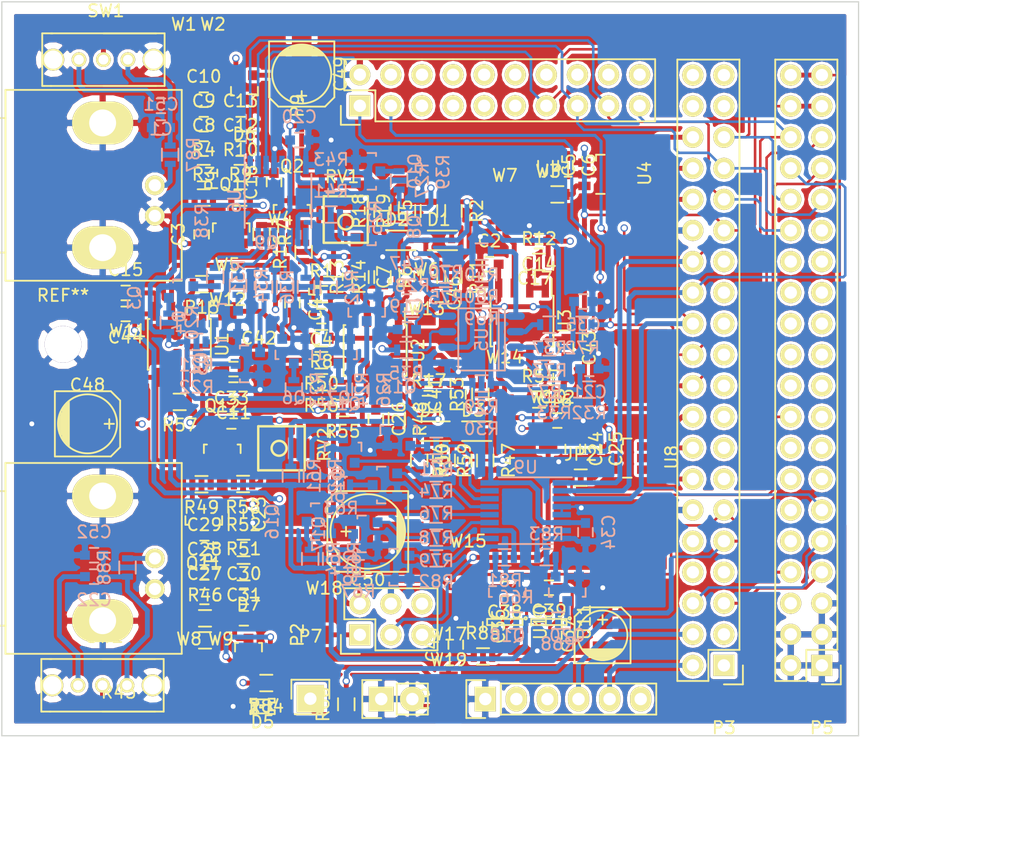
<source format=kicad_pcb>
(kicad_pcb (version 4) (host pcbnew "(after 2015-mar-04 BZR unknown)-product")
  (layers (0 F.Cu signal hide) (1 In1.Cu power hide) (2 In2.Cu signal hide) (31 B.Cu signal hide) (34 B.Paste user) (35 F.Paste user) (36 B.SilkS user) (37 F.SilkS user) (38 B.Mask user) (39 F.Mask user) (44 Edge.Cuts user))
  (net 0 "")
  (net 1 "Net-(C1-Pad1)")
  (net 2 "Net-(C1-Pad2)")
  (net 3 GND)
  (net 4 -5V)
  (net 5 +5V)
  (net 6 "Net-(C4-Pad1)")
  (net 7 +3.3V)
  (net 8 "Net-(C7-Pad1)")
  (net 9 "Net-(C7-Pad2)")
  (net 10 "Net-(C10-Pad1)")
  (net 11 "Net-(C10-Pad2)")
  (net 12 /uC_ADC_CH0)
  (net 13 "Net-(C17-Pad1)")
  (net 14 "Net-(C19-Pad1)")
  (net 15 "Net-(C21-Pad1)")
  (net 16 "Net-(C22-Pad1)")
  (net 17 "Net-(C22-Pad2)")
  (net 18 "Net-(C26-Pad1)")
  (net 19 "Net-(C26-Pad2)")
  (net 20 "Net-(C27-Pad1)")
  (net 21 "Net-(C27-Pad2)")
  (net 22 /uC_ADC_CH1)
  (net 23 "Net-(C35-Pad1)")
  (net 24 "Net-(C37-Pad2)")
  (net 25 "Net-(C38-Pad1)")
  (net 26 "Net-(C38-Pad2)")
  (net 27 "Net-(C39-Pad1)")
  (net 28 "Net-(C39-Pad2)")
  (net 29 "Net-(D1-Pad1)")
  (net 30 "Net-(D1-Pad2)")
  (net 31 "Net-(D2-Pad1)")
  (net 32 "Net-(D3-Pad1)")
  (net 33 "Net-(D3-Pad2)")
  (net 34 "Net-(D4-Pad1)")
  (net 35 "Net-(D5-Pad1)")
  (net 36 "Net-(JP1-Pad2)")
  (net 37 "Net-(JP2-Pad2)")
  (net 38 "Net-(P2-Pad5)")
  (net 39 "Net-(P3-Pad1)")
  (net 40 "Net-(P3-Pad3)")
  (net 41 /TRIG_OUT_0)
  (net 42 /TRIG_OUT_1)
  (net 43 /TRIG_PWM_1)
  (net 44 /PROBE_COMP)
  (net 45 "Net-(P3-Pad10)")
  (net 46 /SPI_ADC_0_CS)
  (net 47 /SPI_ADC_0_SDO)
  (net 48 /SPI_ADC_0_SCLK)
  (net 49 /UART_TxD)
  (net 50 "Net-(P3-Pad19)")
  (net 51 /UART_RxD)
  (net 52 "Net-(P3-Pad21)")
  (net 53 /SPI_ADC_1_CS)
  (net 54 /AMP_SEL1_A0)
  (net 55 /SPI_ADC_1_SDO)
  (net 56 /AMP_SEL1_A1)
  (net 57 /SPI_ADC_1_SCLK)
  (net 58 /AMP_SEL1_A2)
  (net 59 /AMP_SEL0_A0)
  (net 60 /AMP_SEL0_A1)
  (net 61 /AMP_SEL0_A2)
  (net 62 "Net-(P3-Pad37)")
  (net 63 "Net-(P3-Pad38)")
  (net 64 "Net-(P3-Pad39)")
  (net 65 "Net-(P3-Pad40)")
  (net 66 "Net-(P5-Pad6)")
  (net 67 "Net-(P5-Pad10)")
  (net 68 "Net-(P5-Pad12)")
  (net 69 "Net-(P5-Pad13)")
  (net 70 "Net-(P5-Pad15)")
  (net 71 "Net-(P5-Pad16)")
  (net 72 "Net-(P5-Pad17)")
  (net 73 "Net-(P5-Pad19)")
  (net 74 "Net-(P5-Pad20)")
  (net 75 "Net-(P5-Pad21)")
  (net 76 "Net-(P5-Pad22)")
  (net 77 "Net-(P5-Pad23)")
  (net 78 "Net-(P5-Pad24)")
  (net 79 "Net-(P5-Pad25)")
  (net 80 "Net-(P5-Pad26)")
  (net 81 "Net-(P5-Pad27)")
  (net 82 "Net-(P5-Pad28)")
  (net 83 "Net-(P5-Pad29)")
  (net 84 /TRIG_PWM_0)
  (net 85 "Net-(P6-Pad2)")
  (net 86 "Net-(P6-Pad3)")
  (net 87 "Net-(P6-Pad6)")
  (net 88 "Net-(P7-Pad1)")
  (net 89 "Net-(P9-Pad4)")
  (net 90 "Net-(P9-Pad7)")
  (net 91 "Net-(P9-Pad10)")
  (net 92 "Net-(P9-Pad12)")
  (net 93 "Net-(P9-Pad14)")
  (net 94 "Net-(P9-Pad16)")
  (net 95 "Net-(P9-Pad18)")
  (net 96 "Net-(P9-Pad20)")
  (net 97 "Net-(Q1-Pad2)")
  (net 98 "Net-(Q2-Pad1)")
  (net 99 "Net-(Q2-Pad2)")
  (net 100 "Net-(Q3-Pad1)")
  (net 101 "Net-(Q3-Pad3)")
  (net 102 "Net-(Q4-Pad1)")
  (net 103 "Net-(Q4-Pad3)")
  (net 104 "Net-(Q5-Pad1)")
  (net 105 "Net-(Q5-Pad3)")
  (net 106 "Net-(Q6-Pad1)")
  (net 107 "Net-(Q6-Pad3)")
  (net 108 "Net-(Q7-Pad1)")
  (net 109 "Net-(Q7-Pad3)")
  (net 110 "Net-(Q8-Pad1)")
  (net 111 "Net-(Q8-Pad3)")
  (net 112 "Net-(Q9-Pad1)")
  (net 113 "Net-(Q9-Pad3)")
  (net 114 "Net-(Q10-Pad1)")
  (net 115 "Net-(Q10-Pad3)")
  (net 116 "Net-(Q11-Pad2)")
  (net 117 "Net-(Q12-Pad1)")
  (net 118 "Net-(Q12-Pad2)")
  (net 119 "Net-(Q13-Pad1)")
  (net 120 "Net-(Q13-Pad3)")
  (net 121 "Net-(Q14-Pad1)")
  (net 122 "Net-(Q14-Pad3)")
  (net 123 "Net-(Q15-Pad1)")
  (net 124 "Net-(Q15-Pad3)")
  (net 125 "Net-(Q16-Pad1)")
  (net 126 "Net-(Q16-Pad3)")
  (net 127 "Net-(Q17-Pad1)")
  (net 128 "Net-(Q17-Pad3)")
  (net 129 "Net-(Q18-Pad1)")
  (net 130 "Net-(Q18-Pad3)")
  (net 131 "Net-(Q19-Pad1)")
  (net 132 "Net-(Q19-Pad3)")
  (net 133 "Net-(Q20-Pad1)")
  (net 134 "Net-(Q20-Pad3)")
  (net 135 "Net-(R15-Pad1)")
  (net 136 "Net-(R12-Pad1)")
  (net 137 "Net-(R13-Pad1)")
  (net 138 "Net-(R15-Pad2)")
  (net 139 "Net-(R16-Pad1)")
  (net 140 "Net-(R29-Pad1)")
  (net 141 "Net-(R29-Pad2)")
  (net 142 "Net-(R31-Pad2)")
  (net 143 "Net-(R34-Pad2)")
  (net 144 "Net-(R36-Pad2)")
  (net 145 "Net-(R37-Pad1)")
  (net 146 "Net-(R38-Pad2)")
  (net 147 "Net-(R39-Pad2)")
  (net 148 "Net-(R41-Pad2)")
  (net 149 "Net-(R42-Pad2)")
  (net 150 "Net-(R43-Pad2)")
  (net 151 "Net-(R50-Pad2)")
  (net 152 "Net-(R54-Pad1)")
  (net 153 "Net-(R55-Pad1)")
  (net 154 "Net-(R57-Pad2)")
  (net 155 "Net-(R58-Pad1)")
  (net 156 "Net-(R69-Pad1)")
  (net 157 "Net-(R69-Pad2)")
  (net 158 "Net-(R71-Pad2)")
  (net 159 "Net-(R74-Pad2)")
  (net 160 "Net-(R76-Pad2)")
  (net 161 "Net-(R77-Pad1)")
  (net 162 "Net-(R78-Pad2)")
  (net 163 "Net-(R79-Pad2)")
  (net 164 "Net-(R81-Pad2)")
  (net 165 "Net-(R82-Pad2)")
  (net 166 "Net-(R83-Pad2)")
  (net 167 "Net-(P1-Pad1)")
  (net 168 "Net-(P4-Pad1)")
  (net 169 "Net-(P3-Pad13)")
  (net 170 "Net-(P3-Pad15)")
  (net 171 "Net-(P3-Pad17)")
  (net 172 "Net-(P3-Pad23)")
  (net 173 "Net-(P3-Pad25)")
  (net 174 "Net-(P3-Pad27)")
  (net 175 "Net-(P3-Pad7)")
  (net 176 "Net-(P3-Pad8)")
  (module Capacitors_SMD:C_0603 (layer B.Cu) (at 64.5 38.5)
    (fp_text reference C1 (at 0 1.9) (layer B.SilkS) (effects (justify mirror)))
    (fp_text value 47n)
    (pad 1 smd rect (at -0.75 0) (size 0.8 0.75) (layers B.Cu B.Paste B.Mask) (net 1 "Net-(C1-Pad1)"))
    (pad 2 smd rect (at 0.75 0) (size 0.8 0.75) (layers B.Cu B.Paste B.Mask) (net 2 "Net-(C1-Pad2)"))
  )
  (module Capacitors_SMD:C_0603 (layer F.Cu) (at 91.34348 51.45024)
    (fp_text reference C2 (at 0 -1.9) (layer F.SilkS))
    (fp_text value 100n)
    (pad 1 smd rect (at -0.75 0) (size 0.8 0.75) (layers F.Cu F.Paste F.Mask) (net 3 GND))
    (pad 2 smd rect (at 0.75 0) (size 0.8 0.75) (layers F.Cu F.Paste F.Mask) (net 4 -5V))
  )
  (module Capacitors_SMD:C_0603 (layer F.Cu) (at 67.82092 49.01184 90)
    (fp_text reference C3 (at 0 -1.9 90) (layer F.SilkS))
    (fp_text value 100n)
    (pad 1 smd rect (at -0.75 0 90) (size 0.8 0.75) (layers F.Cu F.Paste F.Mask) (net 5 +5V))
    (pad 2 smd rect (at 0.75 0 90) (size 0.8 0.75) (layers F.Cu F.Paste F.Mask) (net 3 GND))
  )
  (module Capacitors_SMD:C_0603 (layer F.Cu) (at 77.6 55.7 180)
    (fp_text reference C4 (at 0 -1.9 180) (layer F.SilkS))
    (fp_text value 100n)
    (pad 1 smd rect (at -0.75 0 180) (size 0.8 0.75) (layers F.Cu F.Paste F.Mask) (net 6 "Net-(C4-Pad1)"))
    (pad 2 smd rect (at 0.75 0 180) (size 0.8 0.75) (layers F.Cu F.Paste F.Mask) (net 3 GND))
  )
  (module Capacitors_SMD:C_0603 (layer F.Cu) (at 95.91888 43.34764 270)
    (fp_text reference C5 (at 0 -1.9 270) (layer F.SilkS))
    (fp_text value 1u)
    (pad 1 smd rect (at -0.75 0 270) (size 0.8 0.75) (layers F.Cu F.Paste F.Mask) (net 7 +3.3V))
    (pad 2 smd rect (at 0.75 0 270) (size 0.8 0.75) (layers F.Cu F.Paste F.Mask) (net 3 GND))
  )
  (module Capacitors_SMD:C_0603 (layer F.Cu) (at 97.55464 43.34764 270)
    (fp_text reference C6 (at 0 -1.9 270) (layer F.SilkS))
    (fp_text value 100n)
    (pad 1 smd rect (at -0.75 0 270) (size 0.8 0.75) (layers F.Cu F.Paste F.Mask) (net 7 +3.3V))
    (pad 2 smd rect (at 0.75 0 270) (size 0.8 0.75) (layers F.Cu F.Paste F.Mask) (net 3 GND))
  )
  (module Capacitors_SMD:C_0603 (layer F.Cu) (at 84.6 52.5 90)
    (fp_text reference C7 (at 0 -1.9 90) (layer F.SilkS))
    (fp_text value 2p2)
    (pad 1 smd rect (at -0.75 0 90) (size 0.8 0.75) (layers F.Cu F.Paste F.Mask) (net 8 "Net-(C7-Pad1)"))
    (pad 2 smd rect (at 0.75 0 90) (size 0.8 0.75) (layers F.Cu F.Paste F.Mask) (net 9 "Net-(C7-Pad2)"))
  )
  (module Capacitors_SMD:C_0603 (layer F.Cu) (at 68 42)
    (fp_text reference C8 (at 0 -1.9) (layer F.SilkS))
    (fp_text value 10p)
    (pad 1 smd rect (at -0.75 0) (size 0.8 0.75) (layers F.Cu F.Paste F.Mask) (net 10 "Net-(C10-Pad1)"))
    (pad 2 smd rect (at 0.75 0) (size 0.8 0.75) (layers F.Cu F.Paste F.Mask) (net 11 "Net-(C10-Pad2)"))
  )
  (module Capacitors_SMD:C_0603 (layer F.Cu) (at 68 40)
    (fp_text reference C9 (at 0 -1.9) (layer F.SilkS))
    (fp_text value 10p)
    (pad 1 smd rect (at -0.75 0) (size 0.8 0.75) (layers F.Cu F.Paste F.Mask) (net 10 "Net-(C10-Pad1)"))
    (pad 2 smd rect (at 0.75 0) (size 0.8 0.75) (layers F.Cu F.Paste F.Mask) (net 11 "Net-(C10-Pad2)"))
  )
  (module Capacitors_SMD:C_0603 (layer F.Cu) (at 68 38)
    (fp_text reference C10 (at 0 -1.9) (layer F.SilkS))
    (fp_text value 15p)
    (pad 1 smd rect (at -0.75 0) (size 0.8 0.75) (layers F.Cu F.Paste F.Mask) (net 10 "Net-(C10-Pad1)"))
    (pad 2 smd rect (at 0.75 0) (size 0.8 0.75) (layers F.Cu F.Paste F.Mask) (net 11 "Net-(C10-Pad2)"))
  )
  (module Capacitors_SMD:C_0603 (layer F.Cu) (at 70.42404 61.70092 180)
    (fp_text reference C11 (at 0 -1.9 180) (layer F.SilkS))
    (fp_text value 100n)
    (pad 1 smd rect (at -0.75 0 180) (size 0.8 0.75) (layers F.Cu F.Paste F.Mask) (net 3 GND))
    (pad 2 smd rect (at 0.75 0 180) (size 0.8 0.75) (layers F.Cu F.Paste F.Mask) (net 5 +5V))
  )
  (module Capacitors_SMD:C_0603 (layer F.Cu) (at 71 42)
    (fp_text reference C12 (at 0 -1.9) (layer F.SilkS))
    (fp_text value 10p)
    (pad 1 smd rect (at -0.75 0) (size 0.8 0.75) (layers F.Cu F.Paste F.Mask) (net 11 "Net-(C10-Pad2)"))
    (pad 2 smd rect (at 0.75 0) (size 0.8 0.75) (layers F.Cu F.Paste F.Mask) (net 3 GND))
  )
  (module Capacitors_SMD:C_0603 (layer F.Cu) (at 71 40)
    (fp_text reference C13 (at 0 -1.9) (layer F.SilkS))
    (fp_text value 15p)
    (pad 1 smd rect (at -0.75 0) (size 0.8 0.75) (layers F.Cu F.Paste F.Mask) (net 11 "Net-(C10-Pad2)"))
    (pad 2 smd rect (at 0.75 0) (size 0.8 0.75) (layers F.Cu F.Paste F.Mask) (net 3 GND))
  )
  (module Capacitors_SMD:C_0603 (layer F.Cu) (at 95.38716 49.5681 180)
    (fp_text reference C14 (at 0 -1.9 180) (layer F.SilkS))
    (fp_text value 10p)
    (pad 1 smd rect (at -0.75 0 180) (size 0.8 0.75) (layers F.Cu F.Paste F.Mask) (net 12 /uC_ADC_CH0))
    (pad 2 smd rect (at 0.75 0 180) (size 0.8 0.75) (layers F.Cu F.Paste F.Mask) (net 3 GND))
  )
  (module Capacitors_SMD:C_0603 (layer F.Cu) (at 61.61913 53.79834)
    (fp_text reference C15 (at 0 -1.9) (layer F.SilkS))
    (fp_text value 100n)
    (pad 1 smd rect (at -0.75 0) (size 0.8 0.75) (layers F.Cu F.Paste F.Mask) (net 3 GND))
    (pad 2 smd rect (at 0.75 0) (size 0.8 0.75) (layers F.Cu F.Paste F.Mask) (net 4 -5V))
  )
  (module Capacitors_SMD:C_0603 (layer F.Cu) (at 96.66351 60.72759 180)
    (fp_text reference C16 (at 0 -1.9 180) (layer F.SilkS))
    (fp_text value 100n)
    (pad 1 smd rect (at -0.75 0 180) (size 0.8 0.75) (layers F.Cu F.Paste F.Mask) (net 3 GND))
    (pad 2 smd rect (at 0.75 0 180) (size 0.8 0.75) (layers F.Cu F.Paste F.Mask) (net 5 +5V))
  )
  (module Capacitors_SMD:C_0603 (layer F.Cu) (at 86.36583 61.19622)
    (fp_text reference C17 (at 8.67608 -8.5936) (layer F.SilkS))
    (fp_text value 100n)
    (pad 1 smd rect (at -0.75 0) (size 0.8 0.75) (layers F.Cu F.Paste F.Mask) (net 13 "Net-(C17-Pad1)"))
    (pad 2 smd rect (at 0.75 0) (size 0.8 0.75) (layers F.Cu F.Paste F.Mask) (net 3 GND))
  )
  (module Capacitors_SMD:C_0603 (layer F.Cu) (at 73.74166 44.74464 90)
    (fp_text reference C18 (at 0 -1.9 90) (layer F.SilkS))
    (fp_text value 100n)
    (pad 1 smd rect (at -0.75 0 90) (size 0.8 0.75) (layers F.Cu F.Paste F.Mask) (net 4 -5V))
    (pad 2 smd rect (at 0.75 0 90) (size 0.8 0.75) (layers F.Cu F.Paste F.Mask) (net 3 GND))
  )
  (module Capacitors_SMD:C_0603 (layer B.Cu) (at 84.59343 56.78424 180)
    (fp_text reference C19 (at 0 1.9 180) (layer B.SilkS) (effects (justify mirror)))
    (fp_text value 100n)
    (pad 1 smd rect (at -0.75 0 180) (size 0.8 0.75) (layers B.Cu B.Paste B.Mask) (net 14 "Net-(C19-Pad1)"))
    (pad 2 smd rect (at 0.75 0 180) (size 0.8 0.75) (layers B.Cu B.Paste B.Mask) (net 3 GND))
  )
  (module Capacitors_SMD:C_0603 (layer B.Cu) (at 75.8 41.3 180)
    (fp_text reference C20 (at 0 1.9 180) (layer B.SilkS) (effects (justify mirror)))
    (fp_text value 100n)
    (pad 1 smd rect (at -0.75 0 180) (size 0.8 0.75) (layers B.Cu B.Paste B.Mask) (net 3 GND))
    (pad 2 smd rect (at 0.75 0 180) (size 0.8 0.75) (layers B.Cu B.Paste B.Mask) (net 7 +3.3V))
  )
  (module Capacitors_SMD:C_0603 (layer B.Cu) (at 99.5 60)
    (fp_text reference C21 (at 0 1.9) (layer B.SilkS) (effects (justify mirror)))
    (fp_text value 470n)
    (pad 1 smd rect (at -0.75 0) (size 0.8 0.75) (layers B.Cu B.Paste B.Mask) (net 15 "Net-(C21-Pad1)"))
    (pad 2 smd rect (at 0.75 0) (size 0.8 0.75) (layers B.Cu B.Paste B.Mask) (net 3 GND))
  )
  (module Capacitors_SMD:C_0603 (layer B.Cu) (at 59.03976 76.99248)
    (fp_text reference C22 (at 0 1.9) (layer B.SilkS) (effects (justify mirror)))
    (fp_text value 47n)
    (pad 1 smd rect (at -0.75 0) (size 0.8 0.75) (layers B.Cu B.Paste B.Mask) (net 16 "Net-(C22-Pad1)"))
    (pad 2 smd rect (at 0.75 0) (size 0.8 0.75) (layers B.Cu B.Paste B.Mask) (net 17 "Net-(C22-Pad2)"))
  )
  (module Capacitors_SMD:C_0603 (layer F.Cu) (at 70.63765 71.86021 270)
    (fp_text reference C23 (at 0 -1.9 270) (layer F.SilkS))
    (fp_text value 100n)
    (pad 1 smd rect (at -0.75 0 270) (size 0.8 0.75) (layers F.Cu F.Paste F.Mask) (net 5 +5V))
    (pad 2 smd rect (at 0.75 0 270) (size 0.8 0.75) (layers F.Cu F.Paste F.Mask) (net 3 GND))
  )
  (module Capacitors_SMD:C_0603 (layer F.Cu) (at 98.1455 66.54764 270)
    (fp_text reference C24 (at 0 -1.9 270) (layer F.SilkS))
    (fp_text value 1u)
    (pad 1 smd rect (at -0.75 0 270) (size 0.8 0.75) (layers F.Cu F.Paste F.Mask) (net 7 +3.3V))
    (pad 2 smd rect (at 0.75 0 270) (size 0.8 0.75) (layers F.Cu F.Paste F.Mask) (net 3 GND))
  )
  (module Capacitors_SMD:C_0603 (layer F.Cu) (at 99.77364 66.54256 270)
    (fp_text reference C25 (at 0 -1.9 270) (layer F.SilkS))
    (fp_text value 100n)
    (pad 1 smd rect (at -0.75 0 270) (size 0.8 0.75) (layers F.Cu F.Paste F.Mask) (net 7 +3.3V))
    (pad 2 smd rect (at 0.75 0 270) (size 0.8 0.75) (layers F.Cu F.Paste F.Mask) (net 3 GND))
  )
  (module Capacitors_SMD:C_0603 (layer F.Cu) (at 82.05672 64.09944 270)
    (fp_text reference C26 (at 0 -1.9 270) (layer F.SilkS))
    (fp_text value 2p2)
    (pad 1 smd rect (at -0.75 0 270) (size 0.8 0.75) (layers F.Cu F.Paste F.Mask) (net 18 "Net-(C26-Pad1)"))
    (pad 2 smd rect (at 0.75 0 270) (size 0.8 0.75) (layers F.Cu F.Paste F.Mask) (net 19 "Net-(C26-Pad2)"))
  )
  (module Capacitors_SMD:C_0603 (layer F.Cu) (at 68.05 78.65)
    (fp_text reference C27 (at 0 -1.9) (layer F.SilkS))
    (fp_text value 10p)
    (pad 1 smd rect (at -0.75 0) (size 0.8 0.75) (layers F.Cu F.Paste F.Mask) (net 20 "Net-(C27-Pad1)"))
    (pad 2 smd rect (at 0.75 0) (size 0.8 0.75) (layers F.Cu F.Paste F.Mask) (net 21 "Net-(C27-Pad2)"))
  )
  (module Capacitors_SMD:C_0603 (layer F.Cu) (at 68.05 76.65)
    (fp_text reference C28 (at 0 -1.9) (layer F.SilkS))
    (fp_text value 10p)
    (pad 1 smd rect (at -0.75 0) (size 0.8 0.75) (layers F.Cu F.Paste F.Mask) (net 20 "Net-(C27-Pad1)"))
    (pad 2 smd rect (at 0.75 0) (size 0.8 0.75) (layers F.Cu F.Paste F.Mask) (net 21 "Net-(C27-Pad2)"))
  )
  (module Capacitors_SMD:C_0603 (layer F.Cu) (at 68.05 74.65)
    (fp_text reference C29 (at 0 -1.9) (layer F.SilkS))
    (fp_text value 15p)
    (pad 1 smd rect (at -0.75 0) (size 0.8 0.75) (layers F.Cu F.Paste F.Mask) (net 20 "Net-(C27-Pad1)"))
    (pad 2 smd rect (at 0.75 0) (size 0.8 0.75) (layers F.Cu F.Paste F.Mask) (net 21 "Net-(C27-Pad2)"))
  )
  (module Capacitors_SMD:C_0603 (layer F.Cu) (at 71.2724 78.65364)
    (fp_text reference C30 (at 0 -1.9) (layer F.SilkS))
    (fp_text value 10p)
    (pad 1 smd rect (at -0.75 0) (size 0.8 0.75) (layers F.Cu F.Paste F.Mask) (net 21 "Net-(C27-Pad2)"))
    (pad 2 smd rect (at 0.75 0) (size 0.8 0.75) (layers F.Cu F.Paste F.Mask) (net 3 GND))
  )
  (module Capacitors_SMD:C_0603 (layer F.Cu) (at 71.2724 80.39608)
    (fp_text reference C31 (at 0 -1.9) (layer F.SilkS))
    (fp_text value 15p)
    (pad 1 smd rect (at -0.75 0) (size 0.8 0.75) (layers F.Cu F.Paste F.Mask) (net 21 "Net-(C27-Pad2)"))
    (pad 2 smd rect (at 0.75 0) (size 0.8 0.75) (layers F.Cu F.Paste F.Mask) (net 3 GND))
  )
  (module Capacitors_SMD:C_0603 (layer F.Cu) (at 96.8883 64.22898)
    (fp_text reference C32 (at 0 -1.9) (layer F.SilkS))
    (fp_text value 10p)
    (pad 1 smd rect (at -0.75 0) (size 0.8 0.75) (layers F.Cu F.Paste F.Mask) (net 22 /uC_ADC_CH1))
    (pad 2 smd rect (at 0.75 0) (size 0.8 0.75) (layers F.Cu F.Paste F.Mask) (net 3 GND))
  )
  (module Capacitors_SMD:C_0603 (layer F.Cu) (at 70.2564 64.30264)
    (fp_text reference C33 (at 0 -1.9) (layer F.SilkS))
    (fp_text value 100n)
    (pad 1 smd rect (at -0.75 0) (size 0.8 0.75) (layers F.Cu F.Paste F.Mask) (net 4 -5V))
    (pad 2 smd rect (at 0.75 0) (size 0.8 0.75) (layers F.Cu F.Paste F.Mask) (net 3 GND))
  )
  (module Capacitors_SMD:C_0603 (layer B.Cu) (at 99.18606 73.35809 90)
    (fp_text reference C34 (at 0 1.9 90) (layer B.SilkS) (effects (justify mirror)))
    (fp_text value 100n)
    (pad 1 smd rect (at -0.75 0 90) (size 0.8 0.75) (layers B.Cu B.Paste B.Mask) (net 3 GND))
    (pad 2 smd rect (at 0.75 0 90) (size 0.8 0.75) (layers B.Cu B.Paste B.Mask) (net 7 +3.3V))
  )
  (module Capacitors_SMD:C_0603 (layer B.Cu) (at 99 54.5)
    (fp_text reference C35 (at 0 1.9) (layer B.SilkS) (effects (justify mirror)))
    (fp_text value 470n)
    (pad 1 smd rect (at -0.75 0) (size 0.8 0.75) (layers B.Cu B.Paste B.Mask) (net 23 "Net-(C35-Pad1)"))
    (pad 2 smd rect (at 0.75 0) (size 0.8 0.75) (layers B.Cu B.Paste B.Mask) (net 3 GND))
  )
  (module Capacitors_SMD:C_0603 (layer F.Cu) (at 90.19408 81.04576 270)
    (fp_text reference C36 (at 0 -1.9 270) (layer F.SilkS))
    (fp_text value 1uF)
    (pad 1 smd rect (at -0.75 0 270) (size 0.8 0.75) (layers F.Cu F.Paste F.Mask) (net 5 +5V))
    (pad 2 smd rect (at 0.75 0 270) (size 0.8 0.75) (layers F.Cu F.Paste F.Mask) (net 3 GND))
  )
  (module Capacitors_SMD:c_elec_4x5.3 (layer F.Cu) (at 100.584 81.788 90)
    (fp_text reference C37 (at 0 -2.794 90) (layer F.SilkS))
    (fp_text value 2µ2)
    (pad 1 smd rect (at 1.80086 0 90) (size 2.60096 1.6002) (layers F.Cu F.Paste F.Mask) (net 3 GND))
    (pad 2 smd rect (at -1.80086 0 90) (size 2.60096 1.6002) (layers F.Cu F.Paste F.Mask) (net 24 "Net-(C37-Pad2)"))
  )
  (module Capacitors_SMD:C_0603 (layer F.Cu) (at 92.57751 77.9807 180)
    (fp_text reference C38 (at 0 -1.9 180) (layer F.SilkS))
    (fp_text value 1uF)
    (pad 1 smd rect (at -0.75 0 180) (size 0.8 0.75) (layers F.Cu F.Paste F.Mask) (net 25 "Net-(C38-Pad1)"))
    (pad 2 smd rect (at 0.75 0 180) (size 0.8 0.75) (layers F.Cu F.Paste F.Mask) (net 26 "Net-(C38-Pad2)"))
  )
  (module Capacitors_SMD:C_0603 (layer F.Cu) (at 96.2 77.9 180)
    (fp_text reference C39 (at 0 -1.9 180) (layer F.SilkS))
    (fp_text value 1uF)
    (pad 1 smd rect (at -0.75 0 180) (size 0.8 0.75) (layers F.Cu F.Paste F.Mask) (net 27 "Net-(C39-Pad1)"))
    (pad 2 smd rect (at 0.75 0 180) (size 0.8 0.75) (layers F.Cu F.Paste F.Mask) (net 28 "Net-(C39-Pad2)"))
  )
  (module Capacitors_SMD:C_0603 (layer F.Cu) (at 88.59012 82.55508 90)
    (fp_text reference C40 (at 0 -1.9 90) (layer F.SilkS))
    (fp_text value 100n)
    (pad 1 smd rect (at -0.75 0 90) (size 0.8 0.75) (layers F.Cu F.Paste F.Mask) (net 4 -5V))
    (pad 2 smd rect (at 0.75 0 90) (size 0.8 0.75) (layers F.Cu F.Paste F.Mask) (net 3 GND))
  )
  (module Capacitors_SMD:C_0603 (layer F.Cu) (at 88.8 62.1 90)
    (fp_text reference C41 (at 0 -1.9 90) (layer F.SilkS))
    (fp_text value 1µ)
    (pad 1 smd rect (at -0.75 0 90) (size 0.8 0.75) (layers F.Cu F.Paste F.Mask) (net 5 +5V))
    (pad 2 smd rect (at 0.75 0 90) (size 0.8 0.75) (layers F.Cu F.Paste F.Mask) (net 3 GND))
  )
  (module Capacitors_SMD:C_0603 (layer F.Cu) (at 70.42404 60.02452)
    (fp_text reference C42 (at 2.07596 -2.52452) (layer F.SilkS))
    (fp_text value 1µ)
    (pad 1 smd rect (at -0.75 0) (size 0.8 0.75) (layers F.Cu F.Paste F.Mask) (net 5 +5V))
    (pad 2 smd rect (at 0.75 0) (size 0.8 0.75) (layers F.Cu F.Paste F.Mask) (net 3 GND))
  )
  (module Capacitors_SMD:C_0603 (layer F.Cu) (at 97.6 58.3 270)
    (fp_text reference C43 (at 0 -1.9 270) (layer F.SilkS))
    (fp_text value 1uF)
    (pad 1 smd rect (at -0.75 0 270) (size 0.8 0.75) (layers F.Cu F.Paste F.Mask) (net 5 +5V))
    (pad 2 smd rect (at 0.75 0 270) (size 0.8 0.75) (layers F.Cu F.Paste F.Mask) (net 3 GND))
  )
  (module Capacitors_SMD:C_0603 (layer F.Cu) (at 61.61532 55.51424 180)
    (fp_text reference C44 (at 0 -1.9 180) (layer F.SilkS))
    (fp_text value 1uF)
    (pad 1 smd rect (at -0.75 0 180) (size 0.8 0.75) (layers F.Cu F.Paste F.Mask) (net 4 -5V))
    (pad 2 smd rect (at 0.75 0 180) (size 0.8 0.75) (layers F.Cu F.Paste F.Mask) (net 3 GND))
  )
  (module Capacitors_SMD:C_0603 (layer F.Cu) (at 75.23988 54.65064 270)
    (fp_text reference C45 (at 0 -1.9 270) (layer F.SilkS))
    (fp_text value 1uF)
    (pad 1 smd rect (at -0.75 0 270) (size 0.8 0.75) (layers F.Cu F.Paste F.Mask) (net 4 -5V))
    (pad 2 smd rect (at 0.75 0 270) (size 0.8 0.75) (layers F.Cu F.Paste F.Mask) (net 3 GND))
  )
  (module Capacitors_SMD:C_0603 (layer F.Cu) (at 90.36558 53.80482 90)
    (fp_text reference C46 (at 0 -1.9 90) (layer F.SilkS))
    (fp_text value 1uF)
    (pad 1 smd rect (at -0.75 0 90) (size 0.8 0.75) (layers F.Cu F.Paste F.Mask) (net 4 -5V))
    (pad 2 smd rect (at 0.75 0 90) (size 0.8 0.75) (layers F.Cu F.Paste F.Mask) (net 3 GND))
  )
  (module Capacitors_SMD:C_0603 (layer B.Cu) (at 84.6 53.3 180)
    (fp_text reference C47 (at 0 1.9 180) (layer B.SilkS) (effects (justify mirror)))
    (fp_text value 1uF)
    (pad 1 smd rect (at -0.75 0 180) (size 0.8 0.75) (layers B.Cu B.Paste B.Mask) (net 7 +3.3V))
    (pad 2 smd rect (at 0.75 0 180) (size 0.8 0.75) (layers B.Cu B.Paste B.Mask) (net 3 GND))
  )
  (module Capacitors_SMD:c_elec_5x5.3 (layer F.Cu) (at 58.5 64.5)
    (fp_text reference C48 (at 0 -3.175) (layer F.SilkS))
    (fp_text value 10µ)
    (pad 1 smd rect (at 2.19964 0) (size 2.99974 1.6002) (layers F.Cu F.Paste F.Mask) (net 5 +5V))
    (pad 2 smd rect (at -2.19964 0) (size 2.99974 1.6002) (layers F.Cu F.Paste F.Mask) (net 3 GND))
  )
  (module Capacitors_SMD:c_elec_5x5.3 (layer F.Cu) (at 76 35.9 270)
    (fp_text reference C49 (at 0 -3.175 270) (layer F.SilkS))
    (fp_text value 10µ)
    (pad 1 smd rect (at 2.19964 0 270) (size 2.99974 1.6002) (layers F.Cu F.Paste F.Mask) (net 7 +3.3V))
    (pad 2 smd rect (at -2.19964 0 270) (size 2.99974 1.6002) (layers F.Cu F.Paste F.Mask) (net 3 GND))
  )
  (module Capacitors_SMD:c_elec_6.3x5.8 (layer F.Cu) (at 81.4 73.3 180)
    (fp_text reference C50 (at 0 -3.937 180) (layer F.SilkS))
    (fp_text value 100µ)
    (pad 1 smd rect (at 2.75082 0 180) (size 3.59918 1.6002) (layers F.Cu F.Paste F.Mask) (net 5 +5V))
    (pad 2 smd rect (at -2.75082 0 180) (size 3.59918 1.6002) (layers F.Cu F.Paste F.Mask) (net 3 GND))
  )
  (module Diodes_SMD:SOD-323 (layer F.Cu) (at 87.2 49.5)
    (fp_text reference D1 (at 0 -1.7) (layer F.SilkS))
    (fp_text value D)
    (pad 1 smd rect (at -1.055 0) (size 0.59 0.45) (layers F.Cu F.Paste F.Mask) (net 29 "Net-(D1-Pad1)"))
    (pad 2 smd rect (at 1.055 0) (size 0.59 0.45) (layers F.Cu F.Paste F.Mask) (net 30 "Net-(D1-Pad2)"))
  )
  (module Diodes_SMD:SOD-323 (layer F.Cu) (at 83.8 49.5)
    (fp_text reference D2 (at 0 -1.7) (layer F.SilkS))
    (fp_text value D)
    (pad 1 smd rect (at -1.055 0) (size 0.59 0.45) (layers F.Cu F.Paste F.Mask) (net 31 "Net-(D2-Pad1)"))
    (pad 2 smd rect (at 1.055 0) (size 0.59 0.45) (layers F.Cu F.Paste F.Mask) (net 29 "Net-(D1-Pad1)"))
  )
  (module Diodes_SMD:SOD-323 (layer F.Cu) (at 90 65.1)
    (fp_text reference D3 (at 0 -1.7) (layer F.SilkS))
    (fp_text value D)
    (pad 1 smd rect (at -1.055 0) (size 0.59 0.45) (layers F.Cu F.Paste F.Mask) (net 32 "Net-(D3-Pad1)"))
    (pad 2 smd rect (at 1.055 0) (size 0.59 0.45) (layers F.Cu F.Paste F.Mask) (net 33 "Net-(D3-Pad2)"))
  )
  (module Diodes_SMD:SOD-323 (layer F.Cu) (at 86.6 65.1)
    (fp_text reference D4 (at 0 -1.7) (layer F.SilkS))
    (fp_text value D)
    (pad 1 smd rect (at -1.055 0) (size 0.59 0.45) (layers F.Cu F.Paste F.Mask) (net 34 "Net-(D4-Pad1)"))
    (pad 2 smd rect (at 1.055 0) (size 0.59 0.45) (layers F.Cu F.Paste F.Mask) (net 32 "Net-(D3-Pad1)"))
  )
  (module LEDs:LED-0805 (layer F.Cu) (at 72.8 87.6 180)
    (fp_text reference D5 (at 0 -1.27 180) (layer F.SilkS))
    (fp_text value LED)
    (pad 1 smd rect (at -1.04902 0 180) (size 1.19888 1.19888) (layers F.Cu F.Paste F.Mask) (net 35 "Net-(D5-Pad1)"))
    (pad 2 smd rect (at 1.04902 0 180) (size 1.19888 1.19888) (layers F.Cu F.Paste F.Mask) (net 3 GND))
  )
  (module Diodes_SMD:Diode_SOT23 (layer F.Cu) (at 71.3232 37.00272 180)
    (fp_text reference D6 (at 0 -3.81 180) (layer F.SilkS))
    (fp_text value BAV99)
    (pad 1 smd rect (at -0.70104 1.00076 180) (size 0.8001 0.8001) (layers F.Cu F.Paste F.Mask) (net 4 -5V))
    (pad 2 smd rect (at 0.70104 1.00076 180) (size 0.8001 0.8001) (layers F.Cu F.Paste F.Mask) (net 5 +5V))
    (pad 3 smd rect (at 0 -0.99822 180) (size 0.8001 0.8001) (layers F.Cu F.Paste F.Mask) (net 11 "Net-(C10-Pad2)"))
  )
  (module Diodes_SMD:Diode_SOT23 (layer F.Cu) (at 71.65467 83.06181)
    (fp_text reference D7 (at 0 -3.81) (layer F.SilkS))
    (fp_text value BAV99)
    (pad 1 smd rect (at -0.70104 1.00076) (size 0.8001 0.8001) (layers F.Cu F.Paste F.Mask) (net 4 -5V))
    (pad 2 smd rect (at 0.70104 1.00076) (size 0.8001 0.8001) (layers F.Cu F.Paste F.Mask) (net 5 +5V))
    (pad 3 smd rect (at 0 -0.99822) (size 0.8001 0.8001) (layers F.Cu F.Paste F.Mask) (net 21 "Net-(C27-Pad2)"))
  )
  (module Resistors_SMD:R_0603 (layer F.Cu) (at 96.8883 45.74286)
    (fp_text reference JP1 (at 0 -1.9) (layer F.SilkS))
    (fp_text value Jumper_NO_Small)
    (pad 1 smd rect (at -0.75 0) (size 0.5 0.9) (layers F.Cu F.Paste F.Mask) (net 12 /uC_ADC_CH0))
    (pad 2 smd rect (at 0.75 0) (size 0.5 0.9) (layers F.Cu F.Paste F.Mask) (net 36 "Net-(JP1-Pad2)"))
  )
  (module Resistors_SMD:R_0603 (layer F.Cu) (at 98.8 68.9)
    (fp_text reference JP2 (at 0 -1.9) (layer F.SilkS))
    (fp_text value Jumper_NO_Small)
    (pad 1 smd rect (at -0.75 0) (size 0.5 0.9) (layers F.Cu F.Paste F.Mask) (net 22 /uC_ADC_CH1))
    (pad 2 smd rect (at 0.75 0) (size 0.5 0.9) (layers F.Cu F.Paste F.Mask) (net 37 "Net-(JP2-Pad2)"))
  )
  (module Sockets_BNC:BNC_Socket_TYCO-AMP (layer F.Cu) (at 59 45 90)
    (fp_text reference P1 (at 0.508 9.652 90) (layer F.SilkS))
    (fp_text value BNC)
    (pad 2 thru_hole oval (at -5.09778 0.7366 90) (size 3.50012 5.00126) (drill 2.19964) (layers *.Cu *.Mask F.SilkS) (net 3 GND))
    (pad 2 thru_hole oval (at 5.10032 0.7366 90) (size 3.50012 5.00126) (drill 2.19964) (layers *.Cu *.Mask F.SilkS) (net 3 GND))
    (pad 1 thru_hole circle (at 0 5.00126 90) (size 1.6002 1.6002) (drill 1.00076) (layers *.Cu *.Mask F.SilkS) (net 167 "Net-(P1-Pad1)"))
    (pad 2 thru_hole circle (at -2.49936 5.00126 90) (size 1.6002 1.6002) (drill 1.00076) (layers *.Cu *.Mask F.SilkS) (net 3 GND))
  )
  (module Pin_Headers:Pin_Header_Straight_2x03 (layer F.Cu) (at 80.75 81.75 90)
    (fp_text reference P2 (at 0 -5.1 90) (layer F.SilkS))
    (fp_text value TIVA-C_BP2)
    (pad 1 thru_hole rect (at 0 0 90) (size 1.7272 1.7272) (drill 1.016) (layers *.Cu *.Mask F.SilkS) (net 7 +3.3V))
    (pad 2 thru_hole oval (at 2.54 0 90) (size 1.7272 1.7272) (drill 1.016) (layers *.Cu *.Mask F.SilkS) (net 5 +5V))
    (pad 3 thru_hole oval (at 0 2.54 90) (size 1.7272 1.7272) (drill 1.016) (layers *.Cu *.Mask F.SilkS) (net 22 /uC_ADC_CH1))
    (pad 4 thru_hole oval (at 2.54 2.54 90) (size 1.7272 1.7272) (drill 1.016) (layers *.Cu *.Mask F.SilkS) (net 3 GND))
    (pad 5 thru_hole oval (at 0 5.08 90) (size 1.7272 1.7272) (drill 1.016) (layers *.Cu *.Mask F.SilkS) (net 38 "Net-(P2-Pad5)"))
    (pad 6 thru_hole oval (at 2.54 5.08 90) (size 1.7272 1.7272) (drill 1.016) (layers *.Cu *.Mask F.SilkS) (net 12 /uC_ADC_CH0))
  )
  (module Pin_Headers:Pin_Header_Straight_2x20 (layer F.Cu) (at 110.5 84.25 180)
    (fp_text reference P3 (at 0 -5.1 180) (layer F.SilkS))
    (fp_text value DE0_Connector_GPIO1)
    (pad 1 thru_hole rect (at 0 0 180) (size 1.7272 1.7272) (drill 1.016) (layers *.Cu *.Mask F.SilkS) (net 39 "Net-(P3-Pad1)"))
    (pad 2 thru_hole oval (at 2.54 0 180) (size 1.7272 1.7272) (drill 1.016) (layers *.Cu *.Mask F.SilkS) (net 51 /UART_RxD))
    (pad 3 thru_hole oval (at 0 2.54 180) (size 1.7272 1.7272) (drill 1.016) (layers *.Cu *.Mask F.SilkS) (net 40 "Net-(P3-Pad3)"))
    (pad 4 thru_hole oval (at 2.54 2.54 180) (size 1.7272 1.7272) (drill 1.016) (layers *.Cu *.Mask F.SilkS) (net 49 /UART_TxD))
    (pad 5 thru_hole oval (at 0 5.08 180) (size 1.7272 1.7272) (drill 1.016) (layers *.Cu *.Mask F.SilkS) (net 41 /TRIG_OUT_0))
    (pad 6 thru_hole oval (at 2.54 5.08 180) (size 1.7272 1.7272) (drill 1.016) (layers *.Cu *.Mask F.SilkS) (net 42 /TRIG_OUT_1))
    (pad 7 thru_hole oval (at 0 7.62 180) (size 1.7272 1.7272) (drill 1.016) (layers *.Cu *.Mask F.SilkS) (net 175 "Net-(P3-Pad7)"))
    (pad 8 thru_hole oval (at 2.54 7.62 180) (size 1.7272 1.7272) (drill 1.016) (layers *.Cu *.Mask F.SilkS) (net 176 "Net-(P3-Pad8)"))
    (pad 9 thru_hole oval (at 0 10.16 180) (size 1.7272 1.7272) (drill 1.016) (layers *.Cu *.Mask F.SilkS) (net 44 /PROBE_COMP))
    (pad 10 thru_hole oval (at 2.54 10.16 180) (size 1.7272 1.7272) (drill 1.016) (layers *.Cu *.Mask F.SilkS) (net 45 "Net-(P3-Pad10)"))
    (pad 11 thru_hole oval (at 0 12.7 180) (size 1.7272 1.7272) (drill 1.016) (layers *.Cu *.Mask F.SilkS) (net 5 +5V))
    (pad 12 thru_hole oval (at 2.54 12.7 180) (size 1.7272 1.7272) (drill 1.016) (layers *.Cu *.Mask F.SilkS) (net 3 GND))
    (pad 13 thru_hole oval (at 0 15.24 180) (size 1.7272 1.7272) (drill 1.016) (layers *.Cu *.Mask F.SilkS) (net 169 "Net-(P3-Pad13)"))
    (pad 14 thru_hole oval (at 2.54 15.24 180) (size 1.7272 1.7272) (drill 1.016) (layers *.Cu *.Mask F.SilkS) (net 57 /SPI_ADC_1_SCLK))
    (pad 15 thru_hole oval (at 0 17.78 180) (size 1.7272 1.7272) (drill 1.016) (layers *.Cu *.Mask F.SilkS) (net 170 "Net-(P3-Pad15)"))
    (pad 16 thru_hole oval (at 2.54 17.78 180) (size 1.7272 1.7272) (drill 1.016) (layers *.Cu *.Mask F.SilkS) (net 55 /SPI_ADC_1_SDO))
    (pad 17 thru_hole oval (at 0 20.32 180) (size 1.7272 1.7272) (drill 1.016) (layers *.Cu *.Mask F.SilkS) (net 171 "Net-(P3-Pad17)"))
    (pad 18 thru_hole oval (at 2.54 20.32 180) (size 1.7272 1.7272) (drill 1.016) (layers *.Cu *.Mask F.SilkS) (net 53 /SPI_ADC_1_CS))
    (pad 19 thru_hole oval (at 0 22.86 180) (size 1.7272 1.7272) (drill 1.016) (layers *.Cu *.Mask F.SilkS) (net 50 "Net-(P3-Pad19)"))
    (pad 20 thru_hole oval (at 2.54 22.86 180) (size 1.7272 1.7272) (drill 1.016) (layers *.Cu *.Mask F.SilkS) (net 84 /TRIG_PWM_0))
    (pad 21 thru_hole oval (at 0 25.4 180) (size 1.7272 1.7272) (drill 1.016) (layers *.Cu *.Mask F.SilkS) (net 52 "Net-(P3-Pad21)"))
    (pad 22 thru_hole oval (at 2.54 25.4 180) (size 1.7272 1.7272) (drill 1.016) (layers *.Cu *.Mask F.SilkS) (net 43 /TRIG_PWM_1))
    (pad 23 thru_hole oval (at 0 27.94 180) (size 1.7272 1.7272) (drill 1.016) (layers *.Cu *.Mask F.SilkS) (net 172 "Net-(P3-Pad23)"))
    (pad 24 thru_hole oval (at 2.54 27.94 180) (size 1.7272 1.7272) (drill 1.016) (layers *.Cu *.Mask F.SilkS) (net 58 /AMP_SEL1_A2))
    (pad 25 thru_hole oval (at 0 30.48 180) (size 1.7272 1.7272) (drill 1.016) (layers *.Cu *.Mask F.SilkS) (net 173 "Net-(P3-Pad25)"))
    (pad 26 thru_hole oval (at 2.54 30.48 180) (size 1.7272 1.7272) (drill 1.016) (layers *.Cu *.Mask F.SilkS) (net 56 /AMP_SEL1_A1))
    (pad 27 thru_hole oval (at 0 33.02 180) (size 1.7272 1.7272) (drill 1.016) (layers *.Cu *.Mask F.SilkS) (net 174 "Net-(P3-Pad27)"))
    (pad 28 thru_hole oval (at 2.54 33.02 180) (size 1.7272 1.7272) (drill 1.016) (layers *.Cu *.Mask F.SilkS) (net 54 /AMP_SEL1_A0))
    (pad 29 thru_hole oval (at 0 35.56 180) (size 1.7272 1.7272) (drill 1.016) (layers *.Cu *.Mask F.SilkS) (net 7 +3.3V))
    (pad 30 thru_hole oval (at 2.54 35.56 180) (size 1.7272 1.7272) (drill 1.016) (layers *.Cu *.Mask F.SilkS) (net 3 GND))
    (pad 31 thru_hole oval (at 0 38.1 180) (size 1.7272 1.7272) (drill 1.016) (layers *.Cu *.Mask F.SilkS) (net 59 /AMP_SEL0_A0))
    (pad 32 thru_hole oval (at 2.54 38.1 180) (size 1.7272 1.7272) (drill 1.016) (layers *.Cu *.Mask F.SilkS) (net 48 /SPI_ADC_0_SCLK))
    (pad 33 thru_hole oval (at 0 40.64 180) (size 1.7272 1.7272) (drill 1.016) (layers *.Cu *.Mask F.SilkS) (net 60 /AMP_SEL0_A1))
    (pad 34 thru_hole oval (at 2.54 40.64 180) (size 1.7272 1.7272) (drill 1.016) (layers *.Cu *.Mask F.SilkS) (net 47 /SPI_ADC_0_SDO))
    (pad 35 thru_hole oval (at 0 43.18 180) (size 1.7272 1.7272) (drill 1.016) (layers *.Cu *.Mask F.SilkS) (net 61 /AMP_SEL0_A2))
    (pad 36 thru_hole oval (at 2.54 43.18 180) (size 1.7272 1.7272) (drill 1.016) (layers *.Cu *.Mask F.SilkS) (net 46 /SPI_ADC_0_CS))
    (pad 37 thru_hole oval (at 0 45.72 180) (size 1.7272 1.7272) (drill 1.016) (layers *.Cu *.Mask F.SilkS) (net 62 "Net-(P3-Pad37)"))
    (pad 38 thru_hole oval (at 2.54 45.72 180) (size 1.7272 1.7272) (drill 1.016) (layers *.Cu *.Mask F.SilkS) (net 63 "Net-(P3-Pad38)"))
    (pad 39 thru_hole oval (at 0 48.26 180) (size 1.7272 1.7272) (drill 1.016) (layers *.Cu *.Mask F.SilkS) (net 64 "Net-(P3-Pad39)"))
    (pad 40 thru_hole oval (at 2.54 48.26 180) (size 1.7272 1.7272) (drill 1.016) (layers *.Cu *.Mask F.SilkS) (net 65 "Net-(P3-Pad40)"))
  )
  (module Sockets_BNC:BNC_Socket_TYCO-AMP (layer F.Cu) (at 59 75.5 90)
    (fp_text reference P4 (at 0.508 9.652 90) (layer F.SilkS))
    (fp_text value BNC)
    (pad 2 thru_hole oval (at -5.09778 0.7366 90) (size 3.50012 5.00126) (drill 2.19964) (layers *.Cu *.Mask F.SilkS) (net 3 GND))
    (pad 2 thru_hole oval (at 5.10032 0.7366 90) (size 3.50012 5.00126) (drill 2.19964) (layers *.Cu *.Mask F.SilkS) (net 3 GND))
    (pad 1 thru_hole circle (at 0 5.00126 90) (size 1.6002 1.6002) (drill 1.00076) (layers *.Cu *.Mask F.SilkS) (net 168 "Net-(P4-Pad1)"))
    (pad 2 thru_hole circle (at -2.49936 5.00126 90) (size 1.6002 1.6002) (drill 1.00076) (layers *.Cu *.Mask F.SilkS) (net 3 GND))
  )
  (module Pin_Headers:Pin_Header_Straight_2x20 (layer F.Cu) (at 118.5 84.25 180)
    (fp_text reference P5 (at 0 -5.1 180) (layer F.SilkS))
    (fp_text value XMC4500_Connector_X1)
    (pad 1 thru_hole rect (at 0 0 180) (size 1.7272 1.7272) (drill 1.016) (layers *.Cu *.Mask F.SilkS) (net 3 GND))
    (pad 2 thru_hole oval (at 2.54 0 180) (size 1.7272 1.7272) (drill 1.016) (layers *.Cu *.Mask F.SilkS) (net 3 GND))
    (pad 3 thru_hole oval (at 0 2.54 180) (size 1.7272 1.7272) (drill 1.016) (layers *.Cu *.Mask F.SilkS) (net 3 GND))
    (pad 4 thru_hole oval (at 2.54 2.54 180) (size 1.7272 1.7272) (drill 1.016) (layers *.Cu *.Mask F.SilkS) (net 3 GND))
    (pad 5 thru_hole oval (at 0 5.08 180) (size 1.7272 1.7272) (drill 1.016) (layers *.Cu *.Mask F.SilkS) (net 3 GND))
    (pad 6 thru_hole oval (at 2.54 5.08 180) (size 1.7272 1.7272) (drill 1.016) (layers *.Cu *.Mask F.SilkS) (net 66 "Net-(P5-Pad6)"))
    (pad 7 thru_hole oval (at 0 7.62 180) (size 1.7272 1.7272) (drill 1.016) (layers *.Cu *.Mask F.SilkS) (net 41 /TRIG_OUT_0))
    (pad 8 thru_hole oval (at 2.54 7.62 180) (size 1.7272 1.7272) (drill 1.016) (layers *.Cu *.Mask F.SilkS) (net 44 /PROBE_COMP))
    (pad 9 thru_hole oval (at 0 10.16 180) (size 1.7272 1.7272) (drill 1.016) (layers *.Cu *.Mask F.SilkS) (net 42 /TRIG_OUT_1))
    (pad 10 thru_hole oval (at 2.54 10.16 180) (size 1.7272 1.7272) (drill 1.016) (layers *.Cu *.Mask F.SilkS) (net 67 "Net-(P5-Pad10)"))
    (pad 11 thru_hole oval (at 0 12.7 180) (size 1.7272 1.7272) (drill 1.016) (layers *.Cu *.Mask F.SilkS) (net 58 /AMP_SEL1_A2))
    (pad 12 thru_hole oval (at 2.54 12.7 180) (size 1.7272 1.7272) (drill 1.016) (layers *.Cu *.Mask F.SilkS) (net 68 "Net-(P5-Pad12)"))
    (pad 13 thru_hole oval (at 0 15.24 180) (size 1.7272 1.7272) (drill 1.016) (layers *.Cu *.Mask F.SilkS) (net 69 "Net-(P5-Pad13)"))
    (pad 14 thru_hole oval (at 2.54 15.24 180) (size 1.7272 1.7272) (drill 1.016) (layers *.Cu *.Mask F.SilkS) (net 12 /uC_ADC_CH0))
    (pad 15 thru_hole oval (at 0 17.78 180) (size 1.7272 1.7272) (drill 1.016) (layers *.Cu *.Mask F.SilkS) (net 70 "Net-(P5-Pad15)"))
    (pad 16 thru_hole oval (at 2.54 17.78 180) (size 1.7272 1.7272) (drill 1.016) (layers *.Cu *.Mask F.SilkS) (net 71 "Net-(P5-Pad16)"))
    (pad 17 thru_hole oval (at 0 20.32 180) (size 1.7272 1.7272) (drill 1.016) (layers *.Cu *.Mask F.SilkS) (net 72 "Net-(P5-Pad17)"))
    (pad 18 thru_hole oval (at 2.54 20.32 180) (size 1.7272 1.7272) (drill 1.016) (layers *.Cu *.Mask F.SilkS) (net 22 /uC_ADC_CH1))
    (pad 19 thru_hole oval (at 0 22.86 180) (size 1.7272 1.7272) (drill 1.016) (layers *.Cu *.Mask F.SilkS) (net 73 "Net-(P5-Pad19)"))
    (pad 20 thru_hole oval (at 2.54 22.86 180) (size 1.7272 1.7272) (drill 1.016) (layers *.Cu *.Mask F.SilkS) (net 74 "Net-(P5-Pad20)"))
    (pad 21 thru_hole oval (at 0 25.4 180) (size 1.7272 1.7272) (drill 1.016) (layers *.Cu *.Mask F.SilkS) (net 75 "Net-(P5-Pad21)"))
    (pad 22 thru_hole oval (at 2.54 25.4 180) (size 1.7272 1.7272) (drill 1.016) (layers *.Cu *.Mask F.SilkS) (net 76 "Net-(P5-Pad22)"))
    (pad 23 thru_hole oval (at 0 27.94 180) (size 1.7272 1.7272) (drill 1.016) (layers *.Cu *.Mask F.SilkS) (net 77 "Net-(P5-Pad23)"))
    (pad 24 thru_hole oval (at 2.54 27.94 180) (size 1.7272 1.7272) (drill 1.016) (layers *.Cu *.Mask F.SilkS) (net 78 "Net-(P5-Pad24)"))
    (pad 25 thru_hole oval (at 0 30.48 180) (size 1.7272 1.7272) (drill 1.016) (layers *.Cu *.Mask F.SilkS) (net 79 "Net-(P5-Pad25)"))
    (pad 26 thru_hole oval (at 2.54 30.48 180) (size 1.7272 1.7272) (drill 1.016) (layers *.Cu *.Mask F.SilkS) (net 80 "Net-(P5-Pad26)"))
    (pad 27 thru_hole oval (at 0 33.02 180) (size 1.7272 1.7272) (drill 1.016) (layers *.Cu *.Mask F.SilkS) (net 81 "Net-(P5-Pad27)"))
    (pad 28 thru_hole oval (at 2.54 33.02 180) (size 1.7272 1.7272) (drill 1.016) (layers *.Cu *.Mask F.SilkS) (net 82 "Net-(P5-Pad28)"))
    (pad 29 thru_hole oval (at 0 35.56 180) (size 1.7272 1.7272) (drill 1.016) (layers *.Cu *.Mask F.SilkS) (net 83 "Net-(P5-Pad29)"))
    (pad 30 thru_hole oval (at 2.54 35.56 180) (size 1.7272 1.7272) (drill 1.016) (layers *.Cu *.Mask F.SilkS) (net 59 /AMP_SEL0_A0))
    (pad 31 thru_hole oval (at 0 38.1 180) (size 1.7272 1.7272) (drill 1.016) (layers *.Cu *.Mask F.SilkS) (net 60 /AMP_SEL0_A1))
    (pad 32 thru_hole oval (at 2.54 38.1 180) (size 1.7272 1.7272) (drill 1.016) (layers *.Cu *.Mask F.SilkS) (net 61 /AMP_SEL0_A2))
    (pad 33 thru_hole oval (at 0 40.64 180) (size 1.7272 1.7272) (drill 1.016) (layers *.Cu *.Mask F.SilkS) (net 84 /TRIG_PWM_0))
    (pad 34 thru_hole oval (at 2.54 40.64 180) (size 1.7272 1.7272) (drill 1.016) (layers *.Cu *.Mask F.SilkS) (net 56 /AMP_SEL1_A1))
    (pad 35 thru_hole oval (at 0 43.18 180) (size 1.7272 1.7272) (drill 1.016) (layers *.Cu *.Mask F.SilkS) (net 43 /TRIG_PWM_1))
    (pad 36 thru_hole oval (at 2.54 43.18 180) (size 1.7272 1.7272) (drill 1.016) (layers *.Cu *.Mask F.SilkS) (net 54 /AMP_SEL1_A0))
    (pad 37 thru_hole oval (at 0 45.72 180) (size 1.7272 1.7272) (drill 1.016) (layers *.Cu *.Mask F.SilkS) (net 7 +3.3V))
    (pad 38 thru_hole oval (at 2.54 45.72 180) (size 1.7272 1.7272) (drill 1.016) (layers *.Cu *.Mask F.SilkS) (net 7 +3.3V))
    (pad 39 thru_hole oval (at 0 48.26 180) (size 1.7272 1.7272) (drill 1.016) (layers *.Cu *.Mask F.SilkS) (net 5 +5V))
    (pad 40 thru_hole oval (at 2.54 48.26 180) (size 1.7272 1.7272) (drill 1.016) (layers *.Cu *.Mask F.SilkS) (net 5 +5V))
  )
  (module Pin_Headers:Pin_Header_Straight_1x06 (layer F.Cu) (at 91 87 90)
    (fp_text reference P6 (at 0 -5.1 90) (layer F.SilkS))
    (fp_text value CONN_01X06)
    (pad 1 thru_hole rect (at 0 0 90) (size 2.032 1.7272) (drill 1.016) (layers *.Cu *.Mask F.SilkS) (net 3 GND))
    (pad 2 thru_hole oval (at 0 2.54 90) (size 2.032 1.7272) (drill 1.016) (layers *.Cu *.Mask F.SilkS) (net 85 "Net-(P6-Pad2)"))
    (pad 3 thru_hole oval (at 0 5.08 90) (size 2.032 1.7272) (drill 1.016) (layers *.Cu *.Mask F.SilkS) (net 86 "Net-(P6-Pad3)"))
    (pad 4 thru_hole oval (at 0 7.62 90) (size 2.032 1.7272) (drill 1.016) (layers *.Cu *.Mask F.SilkS) (net 49 /UART_TxD))
    (pad 5 thru_hole oval (at 0 10.16 90) (size 2.032 1.7272) (drill 1.016) (layers *.Cu *.Mask F.SilkS) (net 51 /UART_RxD))
    (pad 6 thru_hole oval (at 0 12.7 90) (size 2.032 1.7272) (drill 1.016) (layers *.Cu *.Mask F.SilkS) (net 87 "Net-(P6-Pad6)"))
  )
  (module Pin_Headers:Pin_Header_Straight_1x01 (layer F.Cu) (at 76.70673 86.97087)
    (fp_text reference P7 (at 0 -5.1) (layer F.SilkS))
    (fp_text value "Prope Comp.")
    (pad 1 thru_hole rect (at 0 0) (size 2.2352 2.2352) (drill 1.016) (layers *.Cu *.Mask F.SilkS) (net 88 "Net-(P7-Pad1)"))
  )
  (module Pin_Headers:Pin_Header_Straight_1x02 (layer F.Cu) (at 82.5 87 90)
    (fp_text reference P8 (at 0 -5.1 90) (layer F.SilkS))
    (fp_text value GND)
    (pad 1 thru_hole rect (at 0 0 90) (size 2.032 2.032) (drill 1.016) (layers *.Cu *.Mask F.SilkS) (net 3 GND))
    (pad 2 thru_hole oval (at 0 2.54 90) (size 2.032 2.032) (drill 1.016) (layers *.Cu *.Mask F.SilkS) (net 3 GND))
  )
  (module Pin_Headers:Pin_Header_Straight_2x10 (layer F.Cu) (at 80.75 38.5 90)
    (fp_text reference P9 (at 0 -5.1 90) (layer F.SilkS))
    (fp_text value TIVA-C_BP2)
    (pad 1 thru_hole rect (at 0 0 90) (size 1.7272 1.7272) (drill 1.016) (layers *.Cu *.Mask F.SilkS) (net 84 /TRIG_PWM_0))
    (pad 2 thru_hole oval (at 2.54 0 90) (size 1.7272 1.7272) (drill 1.016) (layers *.Cu *.Mask F.SilkS) (net 3 GND))
    (pad 3 thru_hole oval (at 0 2.54 90) (size 1.7272 1.7272) (drill 1.016) (layers *.Cu *.Mask F.SilkS) (net 43 /TRIG_PWM_1))
    (pad 4 thru_hole oval (at 2.54 2.54 90) (size 1.7272 1.7272) (drill 1.016) (layers *.Cu *.Mask F.SilkS) (net 89 "Net-(P9-Pad4)"))
    (pad 5 thru_hole oval (at 0 5.08 90) (size 1.7272 1.7272) (drill 1.016) (layers *.Cu *.Mask F.SilkS) (net 44 /PROBE_COMP))
    (pad 6 thru_hole oval (at 2.54 5.08 90) (size 1.7272 1.7272) (drill 1.016) (layers *.Cu *.Mask F.SilkS) (net 56 /AMP_SEL1_A1))
    (pad 7 thru_hole oval (at 0 7.62 90) (size 1.7272 1.7272) (drill 1.016) (layers *.Cu *.Mask F.SilkS) (net 90 "Net-(P9-Pad7)"))
    (pad 8 thru_hole oval (at 2.54 7.62 90) (size 1.7272 1.7272) (drill 1.016) (layers *.Cu *.Mask F.SilkS) (net 58 /AMP_SEL1_A2))
    (pad 9 thru_hole oval (at 0 10.16 90) (size 1.7272 1.7272) (drill 1.016) (layers *.Cu *.Mask F.SilkS) (net 41 /TRIG_OUT_0))
    (pad 10 thru_hole oval (at 2.54 10.16 90) (size 1.7272 1.7272) (drill 1.016) (layers *.Cu *.Mask F.SilkS) (net 91 "Net-(P9-Pad10)"))
    (pad 11 thru_hole oval (at 0 12.7 90) (size 1.7272 1.7272) (drill 1.016) (layers *.Cu *.Mask F.SilkS) (net 42 /TRIG_OUT_1))
    (pad 12 thru_hole oval (at 2.54 12.7 90) (size 1.7272 1.7272) (drill 1.016) (layers *.Cu *.Mask F.SilkS) (net 92 "Net-(P9-Pad12)"))
    (pad 13 thru_hole oval (at 0 15.24 90) (size 1.7272 1.7272) (drill 1.016) (layers *.Cu *.Mask F.SilkS) (net 61 /AMP_SEL0_A2))
    (pad 14 thru_hole oval (at 2.54 15.24 90) (size 1.7272 1.7272) (drill 1.016) (layers *.Cu *.Mask F.SilkS) (net 93 "Net-(P9-Pad14)"))
    (pad 15 thru_hole oval (at 0 17.78 90) (size 1.7272 1.7272) (drill 1.016) (layers *.Cu *.Mask F.SilkS) (net 60 /AMP_SEL0_A1))
    (pad 16 thru_hole oval (at 2.54 17.78 90) (size 1.7272 1.7272) (drill 1.016) (layers *.Cu *.Mask F.SilkS) (net 94 "Net-(P9-Pad16)"))
    (pad 17 thru_hole oval (at 0 20.32 90) (size 1.7272 1.7272) (drill 1.016) (layers *.Cu *.Mask F.SilkS) (net 59 /AMP_SEL0_A0))
    (pad 18 thru_hole oval (at 2.54 20.32 90) (size 1.7272 1.7272) (drill 1.016) (layers *.Cu *.Mask F.SilkS) (net 95 "Net-(P9-Pad18)"))
    (pad 19 thru_hole oval (at 0 22.86 90) (size 1.7272 1.7272) (drill 1.016) (layers *.Cu *.Mask F.SilkS) (net 54 /AMP_SEL1_A0))
    (pad 20 thru_hole oval (at 2.54 22.86 90) (size 1.7272 1.7272) (drill 1.016) (layers *.Cu *.Mask F.SilkS) (net 96 "Net-(P9-Pad20)"))
  )
  (module Housings_SOT-23_SOT-143_TSOT-6:SOT-23 (layer F.Cu) (at 70.24408 48.75276)
    (fp_text reference Q1 (at 0 -3.81) (layer F.SilkS))
    (fp_text value Q_NJFET_DGS)
    (pad 1 smd rect (at -0.95 1.00076) (size 0.8001 0.8001) (layers F.Cu F.Paste F.Mask) (net 5 +5V))
    (pad 2 smd rect (at 0.95 1.00076) (size 0.8001 0.8001) (layers F.Cu F.Paste F.Mask) (net 97 "Net-(Q1-Pad2)"))
    (pad 3 smd rect (at 0 -0.99822) (size 0.8001 0.8001) (layers F.Cu F.Paste F.Mask) (net 11 "Net-(C10-Pad2)"))
  )
  (module Housings_SOT-23_SOT-143_TSOT-6:SOT-23 (layer F.Cu) (at 75.21232 47.25162)
    (fp_text reference Q2 (at 0 -3.81) (layer F.SilkS))
    (fp_text value Q_NJFET_DGS)
    (pad 1 smd rect (at -0.95 1.00076) (size 0.8001 0.8001) (layers F.Cu F.Paste F.Mask) (net 98 "Net-(Q2-Pad1)"))
    (pad 2 smd rect (at 0.95 1.00076) (size 0.8001 0.8001) (layers F.Cu F.Paste F.Mask) (net 99 "Net-(Q2-Pad2)"))
    (pad 3 smd rect (at 0 -0.99822) (size 0.8001 0.8001) (layers F.Cu F.Paste F.Mask) (net 4 -5V))
  )
  (module Housings_SOT-23_SOT-143_TSOT-6:SOT-23 (layer B.Cu) (at 66.1416 54.20106 270)
    (fp_text reference Q3 (at 0 3.81 270) (layer B.SilkS) (effects (justify mirror)))
    (fp_text value BC848)
    (pad 1 smd rect (at -0.95 -1.00076 270) (size 0.8001 0.8001) (layers B.Cu B.Paste B.Mask) (net 100 "Net-(Q3-Pad1)"))
    (pad 2 smd rect (at 0.95 -1.00076 270) (size 0.8001 0.8001) (layers B.Cu B.Paste B.Mask) (net 3 GND))
    (pad 3 smd rect (at 0 0.99822 270) (size 0.8001 0.8001) (layers B.Cu B.Paste B.Mask) (net 101 "Net-(Q3-Pad3)"))
  )
  (module Housings_SOT-23_SOT-143_TSOT-6:SOT-23 (layer B.Cu) (at 69.8 56.2 270)
    (fp_text reference Q4 (at 0 3.81 270) (layer B.SilkS) (effects (justify mirror)))
    (fp_text value BC848)
    (pad 1 smd rect (at -0.95 -1.00076 270) (size 0.8001 0.8001) (layers B.Cu B.Paste B.Mask) (net 102 "Net-(Q4-Pad1)"))
    (pad 2 smd rect (at 0.95 -1.00076 270) (size 0.8001 0.8001) (layers B.Cu B.Paste B.Mask) (net 3 GND))
    (pad 3 smd rect (at 0 0.99822 270) (size 0.8001 0.8001) (layers B.Cu B.Paste B.Mask) (net 103 "Net-(Q4-Pad3)"))
  )
  (module Housings_SOT-23_SOT-143_TSOT-6:SOT-23 (layer B.Cu) (at 71.6 59.6 270)
    (fp_text reference Q5 (at 0 3.81 270) (layer B.SilkS) (effects (justify mirror)))
    (fp_text value BC848)
    (pad 1 smd rect (at -0.95 -1.00076 270) (size 0.8001 0.8001) (layers B.Cu B.Paste B.Mask) (net 104 "Net-(Q5-Pad1)"))
    (pad 2 smd rect (at 0.95 -1.00076 270) (size 0.8001 0.8001) (layers B.Cu B.Paste B.Mask) (net 3 GND))
    (pad 3 smd rect (at 0 0.99822 270) (size 0.8001 0.8001) (layers B.Cu B.Paste B.Mask) (net 105 "Net-(Q5-Pad3)"))
  )
  (module Housings_SOT-23_SOT-143_TSOT-6:SOT-23 (layer B.Cu) (at 75.35799 58.55589)
    (fp_text reference Q6 (at 0 3.81) (layer B.SilkS) (effects (justify mirror)))
    (fp_text value BC848)
    (pad 1 smd rect (at -0.95 -1.00076) (size 0.8001 0.8001) (layers B.Cu B.Paste B.Mask) (net 106 "Net-(Q6-Pad1)"))
    (pad 2 smd rect (at 0.95 -1.00076) (size 0.8001 0.8001) (layers B.Cu B.Paste B.Mask) (net 3 GND))
    (pad 3 smd rect (at 0 0.99822) (size 0.8001 0.8001) (layers B.Cu B.Paste B.Mask) (net 107 "Net-(Q6-Pad3)"))
  )
  (module Housings_SOT-23_SOT-143_TSOT-6:SOT-23 (layer B.Cu) (at 79.00416 58.56732)
    (fp_text reference Q7 (at 0 3.81) (layer B.SilkS) (effects (justify mirror)))
    (fp_text value BC848)
    (pad 1 smd rect (at -0.95 -1.00076) (size 0.8001 0.8001) (layers B.Cu B.Paste B.Mask) (net 108 "Net-(Q7-Pad1)"))
    (pad 2 smd rect (at 0.95 -1.00076) (size 0.8001 0.8001) (layers B.Cu B.Paste B.Mask) (net 3 GND))
    (pad 3 smd rect (at 0 0.99822) (size 0.8001 0.8001) (layers B.Cu B.Paste B.Mask) (net 109 "Net-(Q7-Pad3)"))
  )
  (module Housings_SOT-23_SOT-143_TSOT-6:SOT-23 (layer B.Cu) (at 81.40446 48.39462 90)
    (fp_text reference Q8 (at 0 3.81 90) (layer B.SilkS) (effects (justify mirror)))
    (fp_text value BC848)
    (pad 1 smd rect (at -0.95 -1.00076 90) (size 0.8001 0.8001) (layers B.Cu B.Paste B.Mask) (net 110 "Net-(Q8-Pad1)"))
    (pad 2 smd rect (at 0.95 -1.00076 90) (size 0.8001 0.8001) (layers B.Cu B.Paste B.Mask) (net 3 GND))
    (pad 3 smd rect (at 0 0.99822 90) (size 0.8001 0.8001) (layers B.Cu B.Paste B.Mask) (net 111 "Net-(Q8-Pad3)"))
  )
  (module Housings_SOT-23_SOT-143_TSOT-6:SOT-23 (layer B.Cu) (at 81.31302 55.0926)
    (fp_text reference Q9 (at -8.2 -5.4) (layer B.SilkS) (effects (justify mirror)))
    (fp_text value BC848)
    (pad 1 smd rect (at -0.95 -1.00076) (size 0.8001 0.8001) (layers B.Cu B.Paste B.Mask) (net 112 "Net-(Q9-Pad1)"))
    (pad 2 smd rect (at 0.95 -1.00076) (size 0.8001 0.8001) (layers B.Cu B.Paste B.Mask) (net 3 GND))
    (pad 3 smd rect (at 0 0.99822) (size 0.8001 0.8001) (layers B.Cu B.Paste B.Mask) (net 113 "Net-(Q9-Pad3)"))
  )
  (module Housings_SOT-23_SOT-143_TSOT-6:SOT-23 (layer B.Cu) (at 81.42732 43.85691 90)
    (fp_text reference Q10 (at 0 3.81 90) (layer B.SilkS) (effects (justify mirror)))
    (fp_text value BC848)
    (pad 1 smd rect (at -0.95 -1.00076 90) (size 0.8001 0.8001) (layers B.Cu B.Paste B.Mask) (net 114 "Net-(Q10-Pad1)"))
    (pad 2 smd rect (at 0.95 -1.00076 90) (size 0.8001 0.8001) (layers B.Cu B.Paste B.Mask) (net 3 GND))
    (pad 3 smd rect (at 0 0.99822 90) (size 0.8001 0.8001) (layers B.Cu B.Paste B.Mask) (net 115 "Net-(Q10-Pad3)"))
  )
  (module Housings_SOT-23_SOT-143_TSOT-6:SOT-23 (layer F.Cu) (at 68 72.1 180)
    (fp_text reference Q11 (at 0 -3.81 180) (layer F.SilkS))
    (fp_text value Q_NJFET_DGS)
    (pad 1 smd rect (at -0.95 1.00076 180) (size 0.8001 0.8001) (layers F.Cu F.Paste F.Mask) (net 5 +5V))
    (pad 2 smd rect (at 0.95 1.00076 180) (size 0.8001 0.8001) (layers F.Cu F.Paste F.Mask) (net 116 "Net-(Q11-Pad2)"))
    (pad 3 smd rect (at 0 -0.99822 180) (size 0.8001 0.8001) (layers F.Cu F.Paste F.Mask) (net 21 "Net-(C27-Pad2)"))
  )
  (module Housings_SOT-23_SOT-143_TSOT-6:SOT-23 (layer F.Cu) (at 69.50964 66.84264)
    (fp_text reference Q12 (at 0 -3.81) (layer F.SilkS))
    (fp_text value Q_NJFET_DGS)
    (pad 1 smd rect (at -0.95 1.00076) (size 0.8001 0.8001) (layers F.Cu F.Paste F.Mask) (net 117 "Net-(Q12-Pad1)"))
    (pad 2 smd rect (at 0.95 1.00076) (size 0.8001 0.8001) (layers F.Cu F.Paste F.Mask) (net 118 "Net-(Q12-Pad2)"))
    (pad 3 smd rect (at 0 -0.99822) (size 0.8001 0.8001) (layers F.Cu F.Paste F.Mask) (net 4 -5V))
  )
  (module Housings_SOT-23_SOT-143_TSOT-6:SOT-23 (layer B.Cu) (at 83.92668 65.29578 180)
    (fp_text reference Q13 (at 0 3.81 180) (layer B.SilkS) (effects (justify mirror)))
    (fp_text value BC848)
    (pad 1 smd rect (at -0.95 -1.00076 180) (size 0.8001 0.8001) (layers B.Cu B.Paste B.Mask) (net 119 "Net-(Q13-Pad1)"))
    (pad 2 smd rect (at 0.95 -1.00076 180) (size 0.8001 0.8001) (layers B.Cu B.Paste B.Mask) (net 3 GND))
    (pad 3 smd rect (at 0 0.99822 180) (size 0.8001 0.8001) (layers B.Cu B.Paste B.Mask) (net 120 "Net-(Q13-Pad3)"))
  )
  (module Housings_SOT-23_SOT-143_TSOT-6:SOT-23 (layer B.Cu) (at 79.38135 66.68262 180)
    (fp_text reference Q14 (at 0 3.81 180) (layer B.SilkS) (effects (justify mirror)))
    (fp_text value BC848)
    (pad 1 smd rect (at -0.95 -1.00076 180) (size 0.8001 0.8001) (layers B.Cu B.Paste B.Mask) (net 121 "Net-(Q14-Pad1)"))
    (pad 2 smd rect (at 0.95 -1.00076 180) (size 0.8001 0.8001) (layers B.Cu B.Paste B.Mask) (net 3 GND))
    (pad 3 smd rect (at 0 0.99822 180) (size 0.8001 0.8001) (layers B.Cu B.Paste B.Mask) (net 122 "Net-(Q14-Pad3)"))
  )
  (module Housings_SOT-23_SOT-143_TSOT-6:SOT-23 (layer B.Cu) (at 82.8 69.5 270)
    (fp_text reference Q15 (at 0 3.81 270) (layer B.SilkS) (effects (justify mirror)))
    (fp_text value BC848)
    (pad 1 smd rect (at -0.95 -1.00076 270) (size 0.8001 0.8001) (layers B.Cu B.Paste B.Mask) (net 123 "Net-(Q15-Pad1)"))
    (pad 2 smd rect (at 0.95 -1.00076 270) (size 0.8001 0.8001) (layers B.Cu B.Paste B.Mask) (net 3 GND))
    (pad 3 smd rect (at 0 0.99822 270) (size 0.8001 0.8001) (layers B.Cu B.Paste B.Mask) (net 124 "Net-(Q15-Pad3)"))
  )
  (module Housings_SOT-23_SOT-143_TSOT-6:SOT-23 (layer B.Cu) (at 77.4 72.5 270)
    (fp_text reference Q16 (at 0 3.81 270) (layer B.SilkS) (effects (justify mirror)))
    (fp_text value BC848)
    (pad 1 smd rect (at -0.95 -1.00076 270) (size 0.8001 0.8001) (layers B.Cu B.Paste B.Mask) (net 125 "Net-(Q16-Pad1)"))
    (pad 2 smd rect (at 0.95 -1.00076 270) (size 0.8001 0.8001) (layers B.Cu B.Paste B.Mask) (net 3 GND))
    (pad 3 smd rect (at 0 0.99822 270) (size 0.8001 0.8001) (layers B.Cu B.Paste B.Mask) (net 126 "Net-(Q16-Pad3)"))
  )
  (module Housings_SOT-23_SOT-143_TSOT-6:SOT-23 (layer B.Cu) (at 81.2 73.5 270)
    (fp_text reference Q17 (at 0 3.81 270) (layer B.SilkS) (effects (justify mirror)))
    (fp_text value BC848)
    (pad 1 smd rect (at -0.95 -1.00076 270) (size 0.8001 0.8001) (layers B.Cu B.Paste B.Mask) (net 127 "Net-(Q17-Pad1)"))
    (pad 2 smd rect (at 0.95 -1.00076 270) (size 0.8001 0.8001) (layers B.Cu B.Paste B.Mask) (net 3 GND))
    (pad 3 smd rect (at 0 0.99822 270) (size 0.8001 0.8001) (layers B.Cu B.Paste B.Mask) (net 128 "Net-(Q17-Pad3)"))
  )
  (module Housings_SOT-23_SOT-143_TSOT-6:SOT-23 (layer B.Cu) (at 92.8 78)
    (fp_text reference Q18 (at 0 3.81) (layer B.SilkS) (effects (justify mirror)))
    (fp_text value BC848)
    (pad 1 smd rect (at -0.95 -1.00076) (size 0.8001 0.8001) (layers B.Cu B.Paste B.Mask) (net 129 "Net-(Q18-Pad1)"))
    (pad 2 smd rect (at 0.95 -1.00076) (size 0.8001 0.8001) (layers B.Cu B.Paste B.Mask) (net 3 GND))
    (pad 3 smd rect (at 0 0.99822) (size 0.8001 0.8001) (layers B.Cu B.Paste B.Mask) (net 130 "Net-(Q18-Pad3)"))
  )
  (module Housings_SOT-23_SOT-143_TSOT-6:SOT-23 (layer B.Cu) (at 83.80476 76.22286 270)
    (fp_text reference Q19 (at 0 3.81 270) (layer B.SilkS) (effects (justify mirror)))
    (fp_text value BC848)
    (pad 1 smd rect (at -0.95 -1.00076 270) (size 0.8001 0.8001) (layers B.Cu B.Paste B.Mask) (net 131 "Net-(Q19-Pad1)"))
    (pad 2 smd rect (at 0.95 -1.00076 270) (size 0.8001 0.8001) (layers B.Cu B.Paste B.Mask) (net 3 GND))
    (pad 3 smd rect (at 0 0.99822 270) (size 0.8001 0.8001) (layers B.Cu B.Paste B.Mask) (net 132 "Net-(Q19-Pad3)"))
  )
  (module Housings_SOT-23_SOT-143_TSOT-6:SOT-23 (layer B.Cu) (at 97.69856 77.98816)
    (fp_text reference Q20 (at 0 3.81) (layer B.SilkS) (effects (justify mirror)))
    (fp_text value BC848)
    (pad 1 smd rect (at -0.95 -1.00076) (size 0.8001 0.8001) (layers B.Cu B.Paste B.Mask) (net 133 "Net-(Q20-Pad1)"))
    (pad 2 smd rect (at 0.95 -1.00076) (size 0.8001 0.8001) (layers B.Cu B.Paste B.Mask) (net 3 GND))
    (pad 3 smd rect (at 0 0.99822) (size 0.8001 0.8001) (layers B.Cu B.Paste B.Mask) (net 134 "Net-(Q20-Pad3)"))
  )
  (module Resistors_SMD:R_0603 (layer F.Cu) (at 77.6 53.9)
    (fp_text reference R1 (at 0 -1.9) (layer F.SilkS))
    (fp_text value 5E6)
    (pad 1 smd rect (at -0.75 0) (size 0.5 0.9) (layers F.Cu F.Paste F.Mask) (net 4 -5V))
    (pad 2 smd rect (at 0.75 0) (size 0.5 0.9) (layers F.Cu F.Paste F.Mask) (net 6 "Net-(C4-Pad1)"))
  )
  (module Resistors_SMD:R_0603 (layer F.Cu) (at 88.4 47.1 270)
    (fp_text reference R2 (at 0 -1.9 270) (layer F.SilkS))
    (fp_text value 120)
    (pad 1 smd rect (at -0.75 0 270) (size 0.5 0.9) (layers F.Cu F.Paste F.Mask) (net 7 +3.3V))
    (pad 2 smd rect (at 0.75 0 270) (size 0.5 0.9) (layers F.Cu F.Paste F.Mask) (net 30 "Net-(D1-Pad2)"))
  )
  (module Resistors_SMD:R_0603 (layer F.Cu) (at 68 46)
    (fp_text reference R3 (at 0 -1.9) (layer F.SilkS))
    (fp_text value 1Meg)
    (pad 1 smd rect (at -0.75 0) (size 0.5 0.9) (layers F.Cu F.Paste F.Mask) (net 10 "Net-(C10-Pad1)"))
    (pad 2 smd rect (at 0.75 0) (size 0.5 0.9) (layers F.Cu F.Paste F.Mask) (net 11 "Net-(C10-Pad2)"))
  )
  (module Resistors_SMD:R_0603 (layer F.Cu) (at 68 44)
    (fp_text reference R4 (at 0 -1.9) (layer F.SilkS))
    (fp_text value 1Meg)
    (pad 1 smd rect (at -0.75 0) (size 0.5 0.9) (layers F.Cu F.Paste F.Mask) (net 10 "Net-(C10-Pad1)"))
    (pad 2 smd rect (at 0.75 0) (size 0.5 0.9) (layers F.Cu F.Paste F.Mask) (net 11 "Net-(C10-Pad2)"))
  )
  (module Resistors_SMD:R_0603 (layer F.Cu) (at 86.4 47.1 90)
    (fp_text reference R5 (at 0 -1.9 90) (layer F.SilkS))
    (fp_text value 470)
    (pad 1 smd rect (at -0.75 0 90) (size 0.5 0.9) (layers F.Cu F.Paste F.Mask) (net 30 "Net-(D1-Pad2)"))
    (pad 2 smd rect (at 0.75 0 90) (size 0.5 0.9) (layers F.Cu F.Paste F.Mask) (net 3 GND))
  )
  (module Resistors_SMD:R_0603 (layer F.Cu) (at 86.4 52.5 90)
    (fp_text reference R6 (at 0 -1.9 90) (layer F.SilkS))
    (fp_text value 1k)
    (pad 1 smd rect (at -0.75 0 90) (size 0.5 0.9) (layers F.Cu F.Paste F.Mask) (net 8 "Net-(C7-Pad1)"))
    (pad 2 smd rect (at 0.75 0 90) (size 0.5 0.9) (layers F.Cu F.Paste F.Mask) (net 9 "Net-(C7-Pad2)"))
  )
  (module Resistors_SMD:R_0603 (layer F.Cu) (at 72.72058 49.00041 270)
    (fp_text reference R7 (at 0 -1.9 270) (layer F.SilkS))
    (fp_text value 220)
    (pad 1 smd rect (at -0.75 0 270) (size 0.5 0.9) (layers F.Cu F.Paste F.Mask) (net 98 "Net-(Q2-Pad1)"))
    (pad 2 smd rect (at 0.75 0 270) (size 0.5 0.9) (layers F.Cu F.Paste F.Mask) (net 97 "Net-(Q1-Pad2)"))
  )
  (module Resistors_SMD:R_0603 (layer F.Cu) (at 77.6 57.5 180)
    (fp_text reference R8 (at 0 -1.9 180) (layer F.SilkS))
    (fp_text value 1k)
    (pad 1 smd rect (at -0.75 0 180) (size 0.5 0.9) (layers F.Cu F.Paste F.Mask) (net 9 "Net-(C7-Pad2)"))
    (pad 2 smd rect (at 0.75 0 180) (size 0.5 0.9) (layers F.Cu F.Paste F.Mask) (net 135 "Net-(R15-Pad1)"))
  )
  (module Resistors_SMD:R_0603 (layer F.Cu) (at 71 46)
    (fp_text reference R9 (at 0 -1.9) (layer F.SilkS))
    (fp_text value 1Meg)
    (pad 1 smd rect (at -0.75 0) (size 0.5 0.9) (layers F.Cu F.Paste F.Mask) (net 11 "Net-(C10-Pad2)"))
    (pad 2 smd rect (at 0.75 0) (size 0.5 0.9) (layers F.Cu F.Paste F.Mask) (net 3 GND))
  )
  (module Resistors_SMD:R_0603 (layer F.Cu) (at 71 44)
    (fp_text reference R10 (at 0 -1.9) (layer F.SilkS))
    (fp_text value 1Meg)
    (pad 1 smd rect (at -0.75 0) (size 0.5 0.9) (layers F.Cu F.Paste F.Mask) (net 11 "Net-(C10-Pad2)"))
    (pad 2 smd rect (at 0.75 0) (size 0.5 0.9) (layers F.Cu F.Paste F.Mask) (net 3 GND))
  )
  (module Resistors_SMD:R_0603 (layer F.Cu) (at 88.4 52.5 270)
    (fp_text reference R11 (at 0 -1.9 270) (layer F.SilkS))
    (fp_text value 820)
    (pad 1 smd rect (at -0.75 0 270) (size 0.5 0.9) (layers F.Cu F.Paste F.Mask) (net 29 "Net-(D1-Pad1)"))
    (pad 2 smd rect (at 0.75 0 270) (size 0.5 0.9) (layers F.Cu F.Paste F.Mask) (net 8 "Net-(C7-Pad1)"))
  )
  (module Resistors_SMD:R_0603 (layer F.Cu) (at 95.38716 51.26228)
    (fp_text reference R12 (at 0 -1.9) (layer F.SilkS))
    (fp_text value 120)
    (pad 1 smd rect (at -0.75 0) (size 0.5 0.9) (layers F.Cu F.Paste F.Mask) (net 136 "Net-(R12-Pad1)"))
    (pad 2 smd rect (at 0.75 0) (size 0.5 0.9) (layers F.Cu F.Paste F.Mask) (net 12 /uC_ADC_CH0))
  )
  (module Resistors_SMD:R_0603 (layer F.Cu) (at 80.8 52.5 90)
    (fp_text reference R13 (at 0 -1.9 90) (layer F.SilkS))
    (fp_text value 4k7)
    (pad 1 smd rect (at -0.75 0 90) (size 0.5 0.9) (layers F.Cu F.Paste F.Mask) (net 137 "Net-(R13-Pad1)"))
    (pad 2 smd rect (at 0.75 0 90) (size 0.5 0.9) (layers F.Cu F.Paste F.Mask) (net 5 +5V))
  )
  (module Resistors_SMD:R_0603 (layer F.Cu) (at 82.6 52.5 90)
    (fp_text reference R14 (at 0 -1.9 90) (layer F.SilkS))
    (fp_text value 1k)
    (pad 1 smd rect (at -0.75 0 90) (size 0.5 0.9) (layers F.Cu F.Paste F.Mask) (net 137 "Net-(R13-Pad1)"))
    (pad 2 smd rect (at 0.75 0 90) (size 0.5 0.9) (layers F.Cu F.Paste F.Mask) (net 3 GND))
  )
  (module Resistors_SMD:R_0603 (layer F.Cu) (at 67.84848 53.08092 180)
    (fp_text reference R15 (at 0 -1.9 180) (layer F.SilkS))
    (fp_text value 1k5)
    (pad 1 smd rect (at -0.75 0 180) (size 0.5 0.9) (layers F.Cu F.Paste F.Mask) (net 135 "Net-(R15-Pad1)"))
    (pad 2 smd rect (at 0.75 0 180) (size 0.5 0.9) (layers F.Cu F.Paste F.Mask) (net 138 "Net-(R15-Pad2)"))
  )
  (module Resistors_SMD:R_0603 (layer F.Cu) (at 76.1572 50.4444 90)
    (fp_text reference R16 (at 0 -1.9 90) (layer F.SilkS))
    (fp_text value 910)
    (pad 1 smd rect (at -0.75 0 90) (size 0.5 0.9) (layers F.Cu F.Paste F.Mask) (net 139 "Net-(R16-Pad1)"))
    (pad 2 smd rect (at 0.75 0 90) (size 0.5 0.9) (layers F.Cu F.Paste F.Mask) (net 99 "Net-(Q2-Pad2)"))
  )
  (module Resistors_SMD:R_0603 (layer F.Cu) (at 86.37472 62.88024)
    (fp_text reference R17 (at 0 -1.9) (layer F.SilkS))
    (fp_text value 5E6)
    (pad 1 smd rect (at -0.75 0) (size 0.5 0.9) (layers F.Cu F.Paste F.Mask) (net 13 "Net-(C17-Pad1)"))
    (pad 2 smd rect (at 0.75 0) (size 0.5 0.9) (layers F.Cu F.Paste F.Mask) (net 5 +5V))
  )
  (module Resistors_SMD:R_0603 (layer F.Cu) (at 82.6 47.1 90)
    (fp_text reference R18 (at 0 -1.9 90) (layer F.SilkS))
    (fp_text value 560)
    (pad 1 smd rect (at -0.75 0 90) (size 0.5 0.9) (layers F.Cu F.Paste F.Mask) (net 31 "Net-(D2-Pad1)"))
    (pad 2 smd rect (at 0.75 0 90) (size 0.5 0.9) (layers F.Cu F.Paste F.Mask) (net 7 +3.3V))
  )
  (module Resistors_SMD:R_0603 (layer F.Cu) (at 84.6 47.1 90)
    (fp_text reference R19 (at 0 -1.9 90) (layer F.SilkS))
    (fp_text value 270)
    (pad 1 smd rect (at -0.75 0 90) (size 0.5 0.9) (layers F.Cu F.Paste F.Mask) (net 31 "Net-(D2-Pad1)"))
    (pad 2 smd rect (at 0.75 0 90) (size 0.5 0.9) (layers F.Cu F.Paste F.Mask) (net 3 GND))
  )
  (module Resistors_SMD:R_0603 (layer B.Cu) (at 65.13957 56.2356 90)
    (fp_text reference R20 (at 0 1.9 90) (layer B.SilkS) (effects (justify mirror)))
    (fp_text value 120)
    (pad 1 smd rect (at -0.75 0 90) (size 0.5 0.9) (layers B.Cu B.Paste B.Mask) (net 138 "Net-(R15-Pad2)"))
    (pad 2 smd rect (at 0.75 0 90) (size 0.5 0.9) (layers B.Cu B.Paste B.Mask) (net 101 "Net-(Q3-Pad3)"))
  )
  (module Resistors_SMD:R_0603 (layer B.Cu) (at 67.4 57.8)
    (fp_text reference R21 (at 0 1.9) (layer B.SilkS) (effects (justify mirror)))
    (fp_text value 220)
    (pad 1 smd rect (at -0.75 0) (size 0.5 0.9) (layers B.Cu B.Paste B.Mask) (net 138 "Net-(R15-Pad2)"))
    (pad 2 smd rect (at 0.75 0) (size 0.5 0.9) (layers B.Cu B.Paste B.Mask) (net 103 "Net-(Q4-Pad3)"))
  )
  (module Resistors_SMD:R_0603 (layer B.Cu) (at 67.4 59.6)
    (fp_text reference R22 (at 0 1.9) (layer B.SilkS) (effects (justify mirror)))
    (fp_text value 330)
    (pad 1 smd rect (at -0.75 0) (size 0.5 0.9) (layers B.Cu B.Paste B.Mask) (net 138 "Net-(R15-Pad2)"))
    (pad 2 smd rect (at 0.75 0) (size 0.5 0.9) (layers B.Cu B.Paste B.Mask) (net 105 "Net-(Q5-Pad3)"))
  )
  (module Resistors_SMD:R_0603 (layer B.Cu) (at 75.35799 61.67628 90)
    (fp_text reference R23 (at 0 1.9 90) (layer B.SilkS) (effects (justify mirror)))
    (fp_text value 560)
    (pad 1 smd rect (at -0.75 0 90) (size 0.5 0.9) (layers B.Cu B.Paste B.Mask) (net 138 "Net-(R15-Pad2)"))
    (pad 2 smd rect (at 0.75 0 90) (size 0.5 0.9) (layers B.Cu B.Paste B.Mask) (net 107 "Net-(Q6-Pad3)"))
  )
  (module Resistors_SMD:R_0603 (layer B.Cu) (at 79.00416 61.68771 90)
    (fp_text reference R24 (at 0 1.9 90) (layer B.SilkS) (effects (justify mirror)))
    (fp_text value 1k)
    (pad 1 smd rect (at -0.75 0 90) (size 0.5 0.9) (layers B.Cu B.Paste B.Mask) (net 138 "Net-(R15-Pad2)"))
    (pad 2 smd rect (at 0.75 0 90) (size 0.5 0.9) (layers B.Cu B.Paste B.Mask) (net 109 "Net-(Q7-Pad3)"))
  )
  (module Resistors_SMD:R_0603 (layer B.Cu) (at 83.95335 47.62881 270)
    (fp_text reference R25 (at 0 1.9 270) (layer B.SilkS) (effects (justify mirror)))
    (fp_text value 1k5)
    (pad 1 smd rect (at -0.75 0 270) (size 0.5 0.9) (layers B.Cu B.Paste B.Mask) (net 138 "Net-(R15-Pad2)"))
    (pad 2 smd rect (at 0.75 0 270) (size 0.5 0.9) (layers B.Cu B.Paste B.Mask) (net 111 "Net-(Q8-Pad3)"))
  )
  (module Resistors_SMD:R_0603 (layer B.Cu) (at 80.80248 61.69152 90)
    (fp_text reference R26 (at 0 1.9 90) (layer B.SilkS) (effects (justify mirror)))
    (fp_text value 2k2)
    (pad 1 smd rect (at -0.75 0 90) (size 0.5 0.9) (layers B.Cu B.Paste B.Mask) (net 138 "Net-(R15-Pad2)"))
    (pad 2 smd rect (at 0.75 0 90) (size 0.5 0.9) (layers B.Cu B.Paste B.Mask) (net 113 "Net-(Q9-Pad3)"))
  )
  (module Resistors_SMD:R_0603 (layer B.Cu) (at 83.95716 44.59986 90)
    (fp_text reference R27 (at 0 1.9 90) (layer B.SilkS) (effects (justify mirror)))
    (fp_text value 3k3)
    (pad 1 smd rect (at -0.75 0 90) (size 0.5 0.9) (layers B.Cu B.Paste B.Mask) (net 138 "Net-(R15-Pad2)"))
    (pad 2 smd rect (at 0.75 0 90) (size 0.5 0.9) (layers B.Cu B.Paste B.Mask) (net 115 "Net-(Q10-Pad3)"))
  )
  (module Resistors_SMD:R_0603 (layer B.Cu) (at 85.04682 55.0926 180)
    (fp_text reference R28 (at 0 1.9 180) (layer B.SilkS) (effects (justify mirror)))
    (fp_text value 5E6)
    (pad 1 smd rect (at -0.75 0 180) (size 0.5 0.9) (layers B.Cu B.Paste B.Mask) (net 14 "Net-(C19-Pad1)"))
    (pad 2 smd rect (at 0.75 0 180) (size 0.5 0.9) (layers B.Cu B.Paste B.Mask) (net 5 +5V))
  )
  (module Resistors_SMD:R_0603 (layer B.Cu) (at 90.7 61.2)
    (fp_text reference R29 (at 0 1.9) (layer B.SilkS) (effects (justify mirror)))
    (fp_text value Hyst.)
    (pad 1 smd rect (at -0.75 0) (size 0.5 0.9) (layers B.Cu B.Paste B.Mask) (net 140 "Net-(R29-Pad1)"))
    (pad 2 smd rect (at 0.75 0) (size 0.5 0.9) (layers B.Cu B.Paste B.Mask) (net 141 "Net-(R29-Pad2)"))
  )
  (module Resistors_SMD:R_0603 (layer B.Cu) (at 90.7 63)
    (fp_text reference R30 (at 0 1.9) (layer B.SilkS) (effects (justify mirror)))
    (fp_text value 820)
    (pad 1 smd rect (at -0.75 0) (size 0.5 0.9) (layers B.Cu B.Paste B.Mask) (net 140 "Net-(R29-Pad1)"))
    (pad 2 smd rect (at 0.75 0) (size 0.5 0.9) (layers B.Cu B.Paste B.Mask) (net 7 +3.3V))
  )
  (module Resistors_SMD:R_0603 (layer B.Cu) (at 68.93433 52.49799 90)
    (fp_text reference R31 (at 0 1.9 90) (layer B.SilkS) (effects (justify mirror)))
    (fp_text value 10k)
    (pad 1 smd rect (at -0.75 0 90) (size 0.5 0.9) (layers B.Cu B.Paste B.Mask) (net 100 "Net-(Q3-Pad1)"))
    (pad 2 smd rect (at 0.75 0 90) (size 0.5 0.9) (layers B.Cu B.Paste B.Mask) (net 142 "Net-(R31-Pad2)"))
  )
  (module Resistors_SMD:R_0603 (layer B.Cu) (at 99.48672 61.70676)
    (fp_text reference R32 (at 0 1.9) (layer B.SilkS) (effects (justify mirror)))
    (fp_text value 33k)
    (pad 1 smd rect (at -0.75 0) (size 0.5 0.9) (layers B.Cu B.Paste B.Mask) (net 15 "Net-(C21-Pad1)"))
    (pad 2 smd rect (at 0.75 0) (size 0.5 0.9) (layers B.Cu B.Paste B.Mask) (net 84 /TRIG_PWM_0))
  )
  (module Resistors_SMD:R_0603 (layer B.Cu) (at 96.62922 61.70676)
    (fp_text reference R33 (at 0 1.9) (layer B.SilkS) (effects (justify mirror)))
    (fp_text value 4k7)
    (pad 1 smd rect (at -0.75 0) (size 0.5 0.9) (layers B.Cu B.Paste B.Mask) (net 141 "Net-(R29-Pad2)"))
    (pad 2 smd rect (at 0.75 0) (size 0.5 0.9) (layers B.Cu B.Paste B.Mask) (net 15 "Net-(C21-Pad1)"))
  )
  (module Resistors_SMD:R_0603 (layer B.Cu) (at 70.8 53.2 90)
    (fp_text reference R34 (at 0 1.9 90) (layer B.SilkS) (effects (justify mirror)))
    (fp_text value 10k)
    (pad 1 smd rect (at -0.75 0 90) (size 0.5 0.9) (layers B.Cu B.Paste B.Mask) (net 102 "Net-(Q4-Pad1)"))
    (pad 2 smd rect (at 0.75 0 90) (size 0.5 0.9) (layers B.Cu B.Paste B.Mask) (net 143 "Net-(R34-Pad2)"))
  )
  (module Resistors_SMD:R_0603 (layer B.Cu) (at 84.55152 58.46064)
    (fp_text reference R35 (at 0 1.9) (layer B.SilkS) (effects (justify mirror)))
    (fp_text value 120)
    (pad 1 smd rect (at -0.75 0) (size 0.5 0.9) (layers B.Cu B.Paste B.Mask) (net 41 /TRIG_OUT_0))
    (pad 2 smd rect (at 0.75 0) (size 0.5 0.9) (layers B.Cu B.Paste B.Mask) (net 140 "Net-(R29-Pad1)"))
  )
  (module Resistors_SMD:R_0603 (layer B.Cu) (at 72.9234 53.32095 90)
    (fp_text reference R36 (at 0 1.9 90) (layer B.SilkS) (effects (justify mirror)))
    (fp_text value 10k)
    (pad 1 smd rect (at -0.75 0 90) (size 0.5 0.9) (layers B.Cu B.Paste B.Mask) (net 104 "Net-(Q5-Pad1)"))
    (pad 2 smd rect (at 0.75 0 90) (size 0.5 0.9) (layers B.Cu B.Paste B.Mask) (net 144 "Net-(R36-Pad2)"))
  )
  (module Resistors_SMD:R_0603 (layer B.Cu) (at 96.23552 56.39308)
    (fp_text reference R37 (at 0 1.9) (layer B.SilkS) (effects (justify mirror)))
    (fp_text value 4k7)
    (pad 1 smd rect (at -0.75 0) (size 0.5 0.9) (layers B.Cu B.Paste B.Mask) (net 145 "Net-(R37-Pad1)"))
    (pad 2 smd rect (at 0.75 0) (size 0.5 0.9) (layers B.Cu B.Paste B.Mask) (net 29 "Net-(D1-Pad1)"))
  )
  (module Resistors_SMD:R_0603 (layer B.Cu) (at 74.64933 53.30952 90)
    (fp_text reference R38 (at 5.4 -6.8 90) (layer B.SilkS) (effects (justify mirror)))
    (fp_text value 10k)
    (pad 1 smd rect (at -0.75 0 90) (size 0.5 0.9) (layers B.Cu B.Paste B.Mask) (net 106 "Net-(Q6-Pad1)"))
    (pad 2 smd rect (at 0.75 0 90) (size 0.5 0.9) (layers B.Cu B.Paste B.Mask) (net 146 "Net-(R38-Pad2)"))
  )
  (module Resistors_SMD:R_0603 (layer B.Cu) (at 76.3524 53.30952 90)
    (fp_text reference R39 (at 9.4 11.2 90) (layer B.SilkS) (effects (justify mirror)))
    (fp_text value 10k)
    (pad 1 smd rect (at -0.75 0 90) (size 0.5 0.9) (layers B.Cu B.Paste B.Mask) (net 108 "Net-(Q7-Pad1)"))
    (pad 2 smd rect (at 0.75 0 90) (size 0.5 0.9) (layers B.Cu B.Paste B.Mask) (net 147 "Net-(R39-Pad2)"))
  )
  (module Resistors_SMD:R_0603 (layer B.Cu) (at 90.70086 50.42154)
    (fp_text reference R40 (at 0 1.9) (layer B.SilkS) (effects (justify mirror)))
    (fp_text value Hyst.)
    (pad 1 smd rect (at -0.75 0) (size 0.5 0.9) (layers B.Cu B.Paste B.Mask) (net 3 GND))
    (pad 2 smd rect (at 0.75 0) (size 0.5 0.9) (layers B.Cu B.Paste B.Mask) (net 141 "Net-(R29-Pad2)"))
  )
  (module Resistors_SMD:R_0603 (layer B.Cu) (at 78.37551 47.38878 180)
    (fp_text reference R41 (at 0 1.9 180) (layer B.SilkS) (effects (justify mirror)))
    (fp_text value 10k)
    (pad 1 smd rect (at -0.75 0 180) (size 0.5 0.9) (layers B.Cu B.Paste B.Mask) (net 110 "Net-(Q8-Pad1)"))
    (pad 2 smd rect (at 0.75 0 180) (size 0.5 0.9) (layers B.Cu B.Paste B.Mask) (net 148 "Net-(R41-Pad2)"))
  )
  (module Resistors_SMD:R_0603 (layer B.Cu) (at 78.20406 53.33238 90)
    (fp_text reference R42 (at 0 1.9 90) (layer B.SilkS) (effects (justify mirror)))
    (fp_text value 10k)
    (pad 1 smd rect (at -0.75 0 90) (size 0.5 0.9) (layers B.Cu B.Paste B.Mask) (net 112 "Net-(Q9-Pad1)"))
    (pad 2 smd rect (at 0.75 0 90) (size 0.5 0.9) (layers B.Cu B.Paste B.Mask) (net 149 "Net-(R42-Pad2)"))
  )
  (module Resistors_SMD:R_0603 (layer B.Cu) (at 78.4 44.8 180)
    (fp_text reference R43 (at 0 1.9 180) (layer B.SilkS) (effects (justify mirror)))
    (fp_text value 10k)
    (pad 1 smd rect (at -0.75 0 180) (size 0.5 0.9) (layers B.Cu B.Paste B.Mask) (net 114 "Net-(Q10-Pad1)"))
    (pad 2 smd rect (at 0.75 0 180) (size 0.5 0.9) (layers B.Cu B.Paste B.Mask) (net 150 "Net-(R43-Pad2)"))
  )
  (module Resistors_SMD:R_0603 (layer F.Cu) (at 89.2 67.5 90)
    (fp_text reference R44 (at 0 -1.9 90) (layer F.SilkS))
    (fp_text value 120)
    (pad 1 smd rect (at -0.75 0 90) (size 0.5 0.9) (layers F.Cu F.Paste F.Mask) (net 7 +3.3V))
    (pad 2 smd rect (at 0.75 0 90) (size 0.5 0.9) (layers F.Cu F.Paste F.Mask) (net 33 "Net-(D3-Pad2)"))
  )
  (module Resistors_SMD:R_0603 (layer F.Cu) (at 68.1 82.2)
    (fp_text reference R45 (at -7.05 4.25) (layer F.SilkS))
    (fp_text value 1Meg)
    (pad 1 smd rect (at -0.75 0) (size 0.5 0.9) (layers F.Cu F.Paste F.Mask) (net 20 "Net-(C27-Pad1)"))
    (pad 2 smd rect (at 0.75 0) (size 0.5 0.9) (layers F.Cu F.Paste F.Mask) (net 21 "Net-(C27-Pad2)"))
  )
  (module Resistors_SMD:R_0603 (layer F.Cu) (at 68.1 80.4)
    (fp_text reference R46 (at 0 -1.9) (layer F.SilkS))
    (fp_text value 1Meg)
    (pad 1 smd rect (at -0.75 0) (size 0.5 0.9) (layers F.Cu F.Paste F.Mask) (net 20 "Net-(C27-Pad1)"))
    (pad 2 smd rect (at 0.75 0) (size 0.5 0.9) (layers F.Cu F.Paste F.Mask) (net 21 "Net-(C27-Pad2)"))
  )
  (module Resistors_SMD:R_0603 (layer F.Cu) (at 91 67.5 270)
    (fp_text reference R47 (at 0 -1.9 270) (layer F.SilkS))
    (fp_text value 470)
    (pad 1 smd rect (at -0.75 0 270) (size 0.5 0.9) (layers F.Cu F.Paste F.Mask) (net 33 "Net-(D3-Pad2)"))
    (pad 2 smd rect (at 0.75 0 270) (size 0.5 0.9) (layers F.Cu F.Paste F.Mask) (net 3 GND))
  )
  (module Resistors_SMD:R_0603 (layer F.Cu) (at 83.77884 64.09944 270)
    (fp_text reference R48 (at 0 -1.9 270) (layer F.SilkS))
    (fp_text value 1k)
    (pad 1 smd rect (at -0.75 0 270) (size 0.5 0.9) (layers F.Cu F.Paste F.Mask) (net 18 "Net-(C26-Pad1)"))
    (pad 2 smd rect (at 0.75 0 270) (size 0.5 0.9) (layers F.Cu F.Paste F.Mask) (net 19 "Net-(C26-Pad2)"))
  )
  (module Resistors_SMD:R_0603 (layer F.Cu) (at 67.81419 69.43725 180)
    (fp_text reference R49 (at 0 -1.9 180) (layer F.SilkS))
    (fp_text value 220)
    (pad 1 smd rect (at -0.75 0 180) (size 0.5 0.9) (layers F.Cu F.Paste F.Mask) (net 117 "Net-(Q12-Pad1)"))
    (pad 2 smd rect (at 0.75 0 180) (size 0.5 0.9) (layers F.Cu F.Paste F.Mask) (net 116 "Net-(Q11-Pad2)"))
  )
  (module Resistors_SMD:R_0603 (layer F.Cu) (at 77.6 59.3 180)
    (fp_text reference R50 (at 0 -1.9 180) (layer F.SilkS))
    (fp_text value 1k)
    (pad 1 smd rect (at -0.75 0 180) (size 0.5 0.9) (layers F.Cu F.Paste F.Mask) (net 19 "Net-(C26-Pad2)"))
    (pad 2 smd rect (at 0.75 0 180) (size 0.5 0.9) (layers F.Cu F.Paste F.Mask) (net 151 "Net-(R50-Pad2)"))
  )
  (module Resistors_SMD:R_0603 (layer F.Cu) (at 71.25462 76.62672)
    (fp_text reference R51 (at 0 -1.9) (layer F.SilkS))
    (fp_text value 1Meg)
    (pad 1 smd rect (at -0.75 0) (size 0.5 0.9) (layers F.Cu F.Paste F.Mask) (net 21 "Net-(C27-Pad2)"))
    (pad 2 smd rect (at 0.75 0) (size 0.5 0.9) (layers F.Cu F.Paste F.Mask) (net 3 GND))
  )
  (module Resistors_SMD:R_0603 (layer F.Cu) (at 71.247 74.65314)
    (fp_text reference R52 (at 0 -1.9) (layer F.SilkS))
    (fp_text value 1Meg)
    (pad 1 smd rect (at -0.75 0) (size 0.5 0.9) (layers F.Cu F.Paste F.Mask) (net 21 "Net-(C27-Pad2)"))
    (pad 2 smd rect (at 0.75 0) (size 0.5 0.9) (layers F.Cu F.Paste F.Mask) (net 3 GND))
  )
  (module Resistors_SMD:R_0603 (layer F.Cu) (at 90.6 62.1 90)
    (fp_text reference R53 (at 0 -1.9 90) (layer F.SilkS))
    (fp_text value 820)
    (pad 1 smd rect (at -0.75 0 90) (size 0.5 0.9) (layers F.Cu F.Paste F.Mask) (net 32 "Net-(D3-Pad1)"))
    (pad 2 smd rect (at 0.75 0 90) (size 0.5 0.9) (layers F.Cu F.Paste F.Mask) (net 18 "Net-(C26-Pad1)"))
  )
  (module Resistors_SMD:R_0603 (layer F.Cu) (at 95.39478 62.51067)
    (fp_text reference R54 (at 0 -1.9) (layer F.SilkS))
    (fp_text value 120)
    (pad 1 smd rect (at -0.75 0) (size 0.5 0.9) (layers F.Cu F.Paste F.Mask) (net 152 "Net-(R54-Pad1)"))
    (pad 2 smd rect (at 0.75 0) (size 0.5 0.9) (layers F.Cu F.Paste F.Mask) (net 22 /uC_ADC_CH1))
  )
  (module Resistors_SMD:R_0603 (layer F.Cu) (at 79.34706 63.21552 180)
    (fp_text reference R55 (at 0 -1.9 180) (layer F.SilkS))
    (fp_text value 4k7)
    (pad 1 smd rect (at -0.75 0 180) (size 0.5 0.9) (layers F.Cu F.Paste F.Mask) (net 153 "Net-(R55-Pad1)"))
    (pad 2 smd rect (at 0.75 0 180) (size 0.5 0.9) (layers F.Cu F.Paste F.Mask) (net 5 +5V))
  )
  (module Resistors_SMD:R_0603 (layer F.Cu) (at 77.6 61.1 180)
    (fp_text reference R56 (at 0 -1.9 180) (layer F.SilkS))
    (fp_text value 1k)
    (pad 1 smd rect (at -0.75 0 180) (size 0.5 0.9) (layers F.Cu F.Paste F.Mask) (net 153 "Net-(R55-Pad1)"))
    (pad 2 smd rect (at 0.75 0 180) (size 0.5 0.9) (layers F.Cu F.Paste F.Mask) (net 3 GND))
  )
  (module Resistors_SMD:R_0603 (layer F.Cu) (at 66.03111 62.70498 180)
    (fp_text reference R57 (at 0 -1.9 180) (layer F.SilkS))
    (fp_text value 1k5)
    (pad 1 smd rect (at -0.75 0 180) (size 0.5 0.9) (layers F.Cu F.Paste F.Mask) (net 151 "Net-(R50-Pad2)"))
    (pad 2 smd rect (at 0.75 0 180) (size 0.5 0.9) (layers F.Cu F.Paste F.Mask) (net 154 "Net-(R57-Pad2)"))
  )
  (module Resistors_SMD:R_0603 (layer F.Cu) (at 71.2089 69.4182 180)
    (fp_text reference R58 (at 0 -1.9 180) (layer F.SilkS))
    (fp_text value 910)
    (pad 1 smd rect (at -0.75 0 180) (size 0.5 0.9) (layers F.Cu F.Paste F.Mask) (net 155 "Net-(R58-Pad1)"))
    (pad 2 smd rect (at 0.75 0 180) (size 0.5 0.9) (layers F.Cu F.Paste F.Mask) (net 118 "Net-(Q12-Pad2)"))
  )
  (module Resistors_SMD:R_0603 (layer F.Cu) (at 87.4 67.5 270)
    (fp_text reference R59 (at 0 -1.9 270) (layer F.SilkS))
    (fp_text value 560)
    (pad 1 smd rect (at -0.75 0 270) (size 0.5 0.9) (layers F.Cu F.Paste F.Mask) (net 34 "Net-(D4-Pad1)"))
    (pad 2 smd rect (at 0.75 0 270) (size 0.5 0.9) (layers F.Cu F.Paste F.Mask) (net 7 +3.3V))
  )
  (module Resistors_SMD:R_0603 (layer F.Cu) (at 85.6 67.5 270)
    (fp_text reference R60 (at 0 -1.9 270) (layer F.SilkS))
    (fp_text value 270)
    (pad 1 smd rect (at -0.75 0 270) (size 0.5 0.9) (layers F.Cu F.Paste F.Mask) (net 34 "Net-(D4-Pad1)"))
    (pad 2 smd rect (at 0.75 0 270) (size 0.5 0.9) (layers F.Cu F.Paste F.Mask) (net 3 GND))
  )
  (module Resistors_SMD:R_0603 (layer B.Cu) (at 75.11796 68.75272 90)
    (fp_text reference R61 (at 0 1.9 90) (layer B.SilkS) (effects (justify mirror)))
    (fp_text value 120)
    (pad 1 smd rect (at -0.75 0 90) (size 0.5 0.9) (layers B.Cu B.Paste B.Mask) (net 154 "Net-(R57-Pad2)"))
    (pad 2 smd rect (at 0.75 0 90) (size 0.5 0.9) (layers B.Cu B.Paste B.Mask) (net 120 "Net-(Q13-Pad3)"))
  )
  (module Resistors_SMD:R_0603 (layer B.Cu) (at 76.84008 68.75526 90)
    (fp_text reference R62 (at 0 1.9 90) (layer B.SilkS) (effects (justify mirror)))
    (fp_text value 220)
    (pad 1 smd rect (at -0.75 0 90) (size 0.5 0.9) (layers B.Cu B.Paste B.Mask) (net 154 "Net-(R57-Pad2)"))
    (pad 2 smd rect (at 0.75 0 90) (size 0.5 0.9) (layers B.Cu B.Paste B.Mask) (net 122 "Net-(Q14-Pad3)"))
  )
  (module Resistors_SMD:R_0603 (layer B.Cu) (at 79.20228 69.4944)
    (fp_text reference R63 (at 0 1.9) (layer B.SilkS) (effects (justify mirror)))
    (fp_text value 330)
    (pad 1 smd rect (at -0.75 0) (size 0.5 0.9) (layers B.Cu B.Paste B.Mask) (net 154 "Net-(R57-Pad2)"))
    (pad 2 smd rect (at 0.75 0) (size 0.5 0.9) (layers B.Cu B.Paste B.Mask) (net 124 "Net-(Q15-Pad3)"))
  )
  (module Resistors_SMD:R_0603 (layer B.Cu) (at 76.6953 75.54087 90)
    (fp_text reference R64 (at 0 1.9 90) (layer B.SilkS) (effects (justify mirror)))
    (fp_text value 560)
    (pad 1 smd rect (at -0.75 0 90) (size 0.5 0.9) (layers B.Cu B.Paste B.Mask) (net 154 "Net-(R57-Pad2)"))
    (pad 2 smd rect (at 0.75 0 90) (size 0.5 0.9) (layers B.Cu B.Paste B.Mask) (net 126 "Net-(Q16-Pad3)"))
  )
  (module Resistors_SMD:R_0603 (layer B.Cu) (at 78.4098 75.54087 90)
    (fp_text reference R65 (at 0 1.9 90) (layer B.SilkS) (effects (justify mirror)))
    (fp_text value 1k)
    (pad 1 smd rect (at -0.75 0 90) (size 0.5 0.9) (layers B.Cu B.Paste B.Mask) (net 154 "Net-(R57-Pad2)"))
    (pad 2 smd rect (at 0.75 0 90) (size 0.5 0.9) (layers B.Cu B.Paste B.Mask) (net 128 "Net-(Q17-Pad3)"))
  )
  (module Resistors_SMD:R_0603 (layer B.Cu) (at 93.52788 80.5815 180)
    (fp_text reference R66 (at 0 1.9 180) (layer B.SilkS) (effects (justify mirror)))
    (fp_text value 1k5)
    (pad 1 smd rect (at -0.75 0 180) (size 0.5 0.9) (layers B.Cu B.Paste B.Mask) (net 154 "Net-(R57-Pad2)"))
    (pad 2 smd rect (at 0.75 0 180) (size 0.5 0.9) (layers B.Cu B.Paste B.Mask) (net 130 "Net-(Q18-Pad3)"))
  )
  (module Resistors_SMD:R_0603 (layer B.Cu) (at 80.6 76.3)
    (fp_text reference R67 (at 0 1.9) (layer B.SilkS) (effects (justify mirror)))
    (fp_text value 2k2)
    (pad 1 smd rect (at -0.75 0) (size 0.5 0.9) (layers B.Cu B.Paste B.Mask) (net 154 "Net-(R57-Pad2)"))
    (pad 2 smd rect (at 0.75 0) (size 0.5 0.9) (layers B.Cu B.Paste B.Mask) (net 132 "Net-(Q19-Pad3)"))
  )
  (module Resistors_SMD:R_0603 (layer B.Cu) (at 96.94672 80.58912)
    (fp_text reference R68 (at 0 1.9) (layer B.SilkS) (effects (justify mirror)))
    (fp_text value 3k3)
    (pad 1 smd rect (at -0.75 0) (size 0.5 0.9) (layers B.Cu B.Paste B.Mask) (net 154 "Net-(R57-Pad2)"))
    (pad 2 smd rect (at 0.75 0) (size 0.5 0.9) (layers B.Cu B.Paste B.Mask) (net 134 "Net-(Q20-Pad3)"))
  )
  (module Resistors_SMD:R_0603 (layer B.Cu) (at 90.7 54)
    (fp_text reference R69 (at 0 1.9) (layer B.SilkS) (effects (justify mirror)))
    (fp_text value Hyst.)
    (pad 1 smd rect (at -0.75 0) (size 0.5 0.9) (layers B.Cu B.Paste B.Mask) (net 156 "Net-(R69-Pad1)"))
    (pad 2 smd rect (at 0.75 0) (size 0.5 0.9) (layers B.Cu B.Paste B.Mask) (net 157 "Net-(R69-Pad2)"))
  )
  (module Resistors_SMD:R_0603 (layer B.Cu) (at 87.78024 54.00016 180)
    (fp_text reference R70 (at 0 1.9 180) (layer B.SilkS) (effects (justify mirror)))
    (fp_text value 820)
    (pad 1 smd rect (at -0.75 0 180) (size 0.5 0.9) (layers B.Cu B.Paste B.Mask) (net 156 "Net-(R69-Pad1)"))
    (pad 2 smd rect (at 0.75 0 180) (size 0.5 0.9) (layers B.Cu B.Paste B.Mask) (net 7 +3.3V))
  )
  (module Resistors_SMD:R_0603 (layer B.Cu) (at 87 66.3)
    (fp_text reference R71 (at 0 1.9) (layer B.SilkS) (effects (justify mirror)))
    (fp_text value 10k)
    (pad 1 smd rect (at -0.75 0) (size 0.5 0.9) (layers B.Cu B.Paste B.Mask) (net 119 "Net-(Q13-Pad1)"))
    (pad 2 smd rect (at 0.75 0) (size 0.5 0.9) (layers B.Cu B.Paste B.Mask) (net 158 "Net-(R71-Pad2)"))
  )
  (module Resistors_SMD:R_0603 (layer B.Cu) (at 98.92576 56.403)
    (fp_text reference R72 (at 0 1.9) (layer B.SilkS) (effects (justify mirror)))
    (fp_text value 33k)
    (pad 1 smd rect (at -0.75 0) (size 0.5 0.9) (layers B.Cu B.Paste B.Mask) (net 23 "Net-(C35-Pad1)"))
    (pad 2 smd rect (at 0.75 0) (size 0.5 0.9) (layers B.Cu B.Paste B.Mask) (net 43 /TRIG_PWM_1))
  )
  (module Resistors_SMD:R_0603 (layer B.Cu) (at 96.25 58.25)
    (fp_text reference R73 (at 0 1.9) (layer B.SilkS) (effects (justify mirror)))
    (fp_text value 4k7)
    (pad 1 smd rect (at -0.75 0) (size 0.5 0.9) (layers B.Cu B.Paste B.Mask) (net 157 "Net-(R69-Pad2)"))
    (pad 2 smd rect (at 0.75 0) (size 0.5 0.9) (layers B.Cu B.Paste B.Mask) (net 23 "Net-(C35-Pad1)"))
  )
  (module Resistors_SMD:R_0603 (layer B.Cu) (at 87 68.1)
    (fp_text reference R74 (at 0 1.9) (layer B.SilkS) (effects (justify mirror)))
    (fp_text value 10k)
    (pad 1 smd rect (at -0.75 0) (size 0.5 0.9) (layers B.Cu B.Paste B.Mask) (net 121 "Net-(Q14-Pad1)"))
    (pad 2 smd rect (at 0.75 0) (size 0.5 0.9) (layers B.Cu B.Paste B.Mask) (net 159 "Net-(R74-Pad2)"))
  )
  (module Resistors_SMD:R_0603 (layer B.Cu) (at 87.8 52.3)
    (fp_text reference R75 (at 0 1.9) (layer B.SilkS) (effects (justify mirror)))
    (fp_text value 120)
    (pad 1 smd rect (at -0.75 0) (size 0.5 0.9) (layers B.Cu B.Paste B.Mask) (net 42 /TRIG_OUT_1))
    (pad 2 smd rect (at 0.75 0) (size 0.5 0.9) (layers B.Cu B.Paste B.Mask) (net 156 "Net-(R69-Pad1)"))
  )
  (module Resistors_SMD:R_0603 (layer B.Cu) (at 87 69.9)
    (fp_text reference R76 (at 0 1.9) (layer B.SilkS) (effects (justify mirror)))
    (fp_text value 10k)
    (pad 1 smd rect (at -0.75 0) (size 0.5 0.9) (layers B.Cu B.Paste B.Mask) (net 123 "Net-(Q15-Pad1)"))
    (pad 2 smd rect (at 0.75 0) (size 0.5 0.9) (layers B.Cu B.Paste B.Mask) (net 160 "Net-(R76-Pad2)"))
  )
  (module Resistors_SMD:R_0603 (layer B.Cu) (at 95.82404 59.9948)
    (fp_text reference R77 (at 0 1.9) (layer B.SilkS) (effects (justify mirror)))
    (fp_text value 4k7)
    (pad 1 smd rect (at -0.75 0) (size 0.5 0.9) (layers B.Cu B.Paste B.Mask) (net 161 "Net-(R77-Pad1)"))
    (pad 2 smd rect (at 0.75 0) (size 0.5 0.9) (layers B.Cu B.Paste B.Mask) (net 32 "Net-(D3-Pad1)"))
  )
  (module Resistors_SMD:R_0603 (layer B.Cu) (at 86.97468 71.91756)
    (fp_text reference R78 (at 0 1.9) (layer B.SilkS) (effects (justify mirror)))
    (fp_text value 10k)
    (pad 1 smd rect (at -0.75 0) (size 0.5 0.9) (layers B.Cu B.Paste B.Mask) (net 125 "Net-(Q16-Pad1)"))
    (pad 2 smd rect (at 0.75 0) (size 0.5 0.9) (layers B.Cu B.Paste B.Mask) (net 162 "Net-(R78-Pad2)"))
  )
  (module Resistors_SMD:R_0603 (layer B.Cu) (at 87 73.8)
    (fp_text reference R79 (at 0 1.9) (layer B.SilkS) (effects (justify mirror)))
    (fp_text value 10k)
    (pad 1 smd rect (at -0.75 0) (size 0.5 0.9) (layers B.Cu B.Paste B.Mask) (net 127 "Net-(Q17-Pad1)"))
    (pad 2 smd rect (at 0.75 0) (size 0.5 0.9) (layers B.Cu B.Paste B.Mask) (net 163 "Net-(R79-Pad2)"))
  )
  (module Resistors_SMD:R_0603 (layer B.Cu) (at 90.7 52.2)
    (fp_text reference R80 (at 0 1.9) (layer B.SilkS) (effects (justify mirror)))
    (fp_text value Hyst.)
    (pad 1 smd rect (at -0.75 0) (size 0.5 0.9) (layers B.Cu B.Paste B.Mask) (net 3 GND))
    (pad 2 smd rect (at 0.75 0) (size 0.5 0.9) (layers B.Cu B.Paste B.Mask) (net 157 "Net-(R69-Pad2)"))
  )
  (module Resistors_SMD:R_0603 (layer B.Cu) (at 92.583 75.41514)
    (fp_text reference R81 (at 0 1.9) (layer B.SilkS) (effects (justify mirror)))
    (fp_text value 10k)
    (pad 1 smd rect (at -0.75 0) (size 0.5 0.9) (layers B.Cu B.Paste B.Mask) (net 129 "Net-(Q18-Pad1)"))
    (pad 2 smd rect (at 0.75 0) (size 0.5 0.9) (layers B.Cu B.Paste B.Mask) (net 164 "Net-(R81-Pad2)"))
  )
  (module Resistors_SMD:R_0603 (layer B.Cu) (at 87 75.5)
    (fp_text reference R82 (at 0 1.9) (layer B.SilkS) (effects (justify mirror)))
    (fp_text value 10k)
    (pad 1 smd rect (at -0.75 0) (size 0.5 0.9) (layers B.Cu B.Paste B.Mask) (net 131 "Net-(Q19-Pad1)"))
    (pad 2 smd rect (at 0.75 0) (size 0.5 0.9) (layers B.Cu B.Paste B.Mask) (net 165 "Net-(R82-Pad2)"))
  )
  (module Resistors_SMD:R_0603 (layer B.Cu) (at 96 75.4 180)
    (fp_text reference R83 (at 0 1.9 180) (layer B.SilkS) (effects (justify mirror)))
    (fp_text value 10k)
    (pad 1 smd rect (at -0.75 0 180) (size 0.5 0.9) (layers B.Cu B.Paste B.Mask) (net 133 "Net-(Q20-Pad1)"))
    (pad 2 smd rect (at 0.75 0 180) (size 0.5 0.9) (layers B.Cu B.Paste B.Mask) (net 166 "Net-(R83-Pad2)"))
  )
  (module Resistors_SMD:R_0603 (layer F.Cu) (at 73.10628 85.68944 180)
    (fp_text reference R84 (at 0 -1.9 180) (layer F.SilkS))
    (fp_text value 1k)
    (pad 1 smd rect (at -0.75 0 180) (size 0.5 0.9) (layers F.Cu F.Paste F.Mask) (net 35 "Net-(D5-Pad1)"))
    (pad 2 smd rect (at 0.75 0 180) (size 0.5 0.9) (layers F.Cu F.Paste F.Mask) (net 5 +5V))
  )
  (module Resistors_SMD:R_0603 (layer F.Cu) (at 90.81516 83.5152)
    (fp_text reference R85 (at 0 -1.9) (layer F.SilkS))
    (fp_text value 50)
    (pad 1 smd rect (at -0.75 0) (size 0.5 0.9) (layers F.Cu F.Paste F.Mask) (net 4 -5V))
    (pad 2 smd rect (at 0.75 0) (size 0.5 0.9) (layers F.Cu F.Paste F.Mask) (net 24 "Net-(C37-Pad2)"))
  )
  (module Resistors_SMD:R_0603 (layer F.Cu) (at 79.64424 87.42807 90)
    (fp_text reference R86 (at 0 -1.9 90) (layer F.SilkS))
    (fp_text value 470)
    (pad 1 smd rect (at -0.75 0 90) (size 0.5 0.9) (layers F.Cu F.Paste F.Mask) (net 88 "Net-(P7-Pad1)"))
    (pad 2 smd rect (at 0.75 0 90) (size 0.5 0.9) (layers F.Cu F.Paste F.Mask) (net 44 /PROBE_COMP))
  )
  (module sharedLIBS:TC33X-2-101E (layer F.Cu) (at 79.6 48.3)
    (fp_text reference RV1 (at -0.3 -4) (layer F.SilkS))
    (fp_text value 100)
    (pad 1 smd rect (at -1 1.2) (size 1.2 1.2) (layers F.Cu F.Paste F.Mask) (net 4 -5V))
    (pad 2 smd rect (at 0 -2.04) (size 1.6 1.5) (layers F.Cu F.Paste F.Mask) (net 4 -5V))
    (pad 1 smd rect (at -1 1.2) (size 1.2 1.2) (layers F.Cu F.Paste F.Mask) (net 4 -5V))
    (pad 3 smd rect (at 1 1.2) (size 1.2 1.2) (layers F.Cu F.Paste F.Mask) (net 139 "Net-(R16-Pad1)"))
  )
  (module sharedLIBS:TC33X-2-101E (layer F.Cu) (at 73.85 66.5 270)
    (fp_text reference RV2 (at -0.3 -4 270) (layer F.SilkS))
    (fp_text value 100)
    (pad 1 smd rect (at -1 1.2 270) (size 1.2 1.2) (layers F.Cu F.Paste F.Mask) (net 4 -5V))
    (pad 2 smd rect (at 0 -2.04 270) (size 1.6 1.5) (layers F.Cu F.Paste F.Mask) (net 4 -5V))
    (pad 1 smd rect (at -1 1.2 270) (size 1.2 1.2) (layers F.Cu F.Paste F.Mask) (net 4 -5V))
    (pad 3 smd rect (at 1 1.2 270) (size 1.2 1.2) (layers F.Cu F.Paste F.Mask) (net 155 "Net-(R58-Pad1)"))
  )
  (module sharedLIBS:SWITCH-3-WAY_SPDT (layer F.Cu) (at 59.8 34.725)
    (fp_text reference SW1 (at 0.2 -3.99) (layer F.SilkS))
    (fp_text value SW_SPDT_OpenLab)
    (pad 2 thru_hole circle (at 0 0) (size 1.2 1.2) (drill 0.8) (layers *.Cu *.Mask F.SilkS) (net 10 "Net-(C10-Pad1)"))
    (pad 2 thru_hole circle (at 0 0) (size 1.2 1.2) (drill 0.8) (layers *.Cu *.Mask F.SilkS) (net 10 "Net-(C10-Pad1)"))
    (pad 3 thru_hole circle (at 2 0) (size 1.2 1.2) (drill 0.8) (layers *.Cu *.Mask F.SilkS) (net 2 "Net-(C1-Pad2)"))
    (pad 1 thru_hole circle (at -2 0) (size 1.2 1.2) (drill 0.8) (layers *.Cu *.Mask F.SilkS) (net 1 "Net-(C1-Pad1)"))
    (pad 4 thru_hole circle (at -4.1 0) (size 1.8 1.8) (drill 1.5) (layers *.Cu *.Mask F.SilkS) (net 3 GND))
    (pad 4 thru_hole circle (at 4.1 0) (size 1.8 1.8) (drill 1.5) (layers *.Cu *.Mask F.SilkS) (net 3 GND))
  )
  (module sharedLIBS:SWITCH-3-WAY_SPDT (layer F.Cu) (at 59.725 85.875)
    (fp_text reference SW2 (at 0.2 -3.99) (layer F.SilkS))
    (fp_text value SW_SPDT_OpenLab)
    (pad 2 thru_hole circle (at 0 0) (size 1.2 1.2) (drill 0.8) (layers *.Cu *.Mask F.SilkS) (net 20 "Net-(C27-Pad1)"))
    (pad 2 thru_hole circle (at 0 0) (size 1.2 1.2) (drill 0.8) (layers *.Cu *.Mask F.SilkS) (net 20 "Net-(C27-Pad1)"))
    (pad 3 thru_hole circle (at 2 0) (size 1.2 1.2) (drill 0.8) (layers *.Cu *.Mask F.SilkS) (net 17 "Net-(C22-Pad2)"))
    (pad 1 thru_hole circle (at -2 0) (size 1.2 1.2) (drill 0.8) (layers *.Cu *.Mask F.SilkS) (net 16 "Net-(C22-Pad1)"))
    (pad 4 thru_hole circle (at -4.1 0) (size 1.8 1.8) (drill 1.5) (layers *.Cu *.Mask F.SilkS) (net 3 GND))
    (pad 4 thru_hole circle (at 4.1 0) (size 1.8 1.8) (drill 1.5) (layers *.Cu *.Mask F.SilkS) (net 3 GND))
  )
  (module Housings_SOIC:SOIC-8_3.9x4.9mm_Pitch1.27mm (layer F.Cu) (at 66 58 270)
    (fp_text reference U1 (at 0 -3.5 270) (layer F.SilkS))
    (fp_text value LT1819)
    (pad 1 smd rect (at -2.7 -1.905 270) (size 1.55 0.6) (layers F.Cu F.Paste F.Mask) (net 135 "Net-(R15-Pad1)"))
    (pad 2 smd rect (at -2.7 -0.635 270) (size 1.55 0.6) (layers F.Cu F.Paste F.Mask) (net 138 "Net-(R15-Pad2)"))
    (pad 3 smd rect (at -2.7 0.635 270) (size 1.55 0.6) (layers F.Cu F.Paste F.Mask) (net 98 "Net-(Q2-Pad1)"))
    (pad 4 smd rect (at -2.7 1.905 270) (size 1.55 0.6) (layers F.Cu F.Paste F.Mask) (net 4 -5V))
    (pad 5 smd rect (at 2.7 1.905 270) (size 1.55 0.6) (layers F.Cu F.Paste F.Mask) (net 117 "Net-(Q12-Pad1)"))
    (pad 6 smd rect (at 2.7 0.635 270) (size 1.55 0.6) (layers F.Cu F.Paste F.Mask) (net 154 "Net-(R57-Pad2)"))
    (pad 7 smd rect (at 2.7 -0.635 270) (size 1.55 0.6) (layers F.Cu F.Paste F.Mask) (net 151 "Net-(R50-Pad2)"))
    (pad 8 smd rect (at 2.7 -1.905 270) (size 1.55 0.6) (layers F.Cu F.Paste F.Mask) (net 5 +5V))
  )
  (module Housings_SOIC:SOIC-8_3.9x4.9mm_Pitch1.27mm (layer F.Cu) (at 82 58.5 270)
    (fp_text reference U2 (at 0 -3.5 270) (layer F.SilkS))
    (fp_text value LT1819)
    (pad 1 smd rect (at -2.7 -1.905 270) (size 1.55 0.6) (layers F.Cu F.Paste F.Mask) (net 8 "Net-(C7-Pad1)"))
    (pad 2 smd rect (at -2.7 -0.635 270) (size 1.55 0.6) (layers F.Cu F.Paste F.Mask) (net 9 "Net-(C7-Pad2)"))
    (pad 3 smd rect (at -2.7 0.635 270) (size 1.55 0.6) (layers F.Cu F.Paste F.Mask) (net 137 "Net-(R13-Pad1)"))
    (pad 4 smd rect (at -2.7 1.905 270) (size 1.55 0.6) (layers F.Cu F.Paste F.Mask) (net 6 "Net-(C4-Pad1)"))
    (pad 5 smd rect (at 2.7 1.905 270) (size 1.55 0.6) (layers F.Cu F.Paste F.Mask) (net 153 "Net-(R55-Pad1)"))
    (pad 6 smd rect (at 2.7 0.635 270) (size 1.55 0.6) (layers F.Cu F.Paste F.Mask) (net 19 "Net-(C26-Pad2)"))
    (pad 7 smd rect (at 2.7 -0.635 270) (size 1.55 0.6) (layers F.Cu F.Paste F.Mask) (net 18 "Net-(C26-Pad1)"))
    (pad 8 smd rect (at 2.7 -1.905 270) (size 1.55 0.6) (layers F.Cu F.Paste F.Mask) (net 13 "Net-(C17-Pad1)"))
  )
  (module Housings_SOIC:SOIC-8_3.9x4.9mm_Pitch1.27mm (layer F.Cu) (at 94 56.1 270)
    (fp_text reference U3 (at 0 -3.5 270) (layer F.SilkS))
    (fp_text value LT1819)
    (pad 1 smd rect (at -2.7 -1.905 270) (size 1.55 0.6) (layers F.Cu F.Paste F.Mask) (net 136 "Net-(R12-Pad1)"))
    (pad 2 smd rect (at -2.7 -0.635 270) (size 1.55 0.6) (layers F.Cu F.Paste F.Mask) (net 136 "Net-(R12-Pad1)"))
    (pad 3 smd rect (at -2.7 0.635 270) (size 1.55 0.6) (layers F.Cu F.Paste F.Mask) (net 29 "Net-(D1-Pad1)"))
    (pad 4 smd rect (at -2.7 1.905 270) (size 1.55 0.6) (layers F.Cu F.Paste F.Mask) (net 4 -5V))
    (pad 5 smd rect (at 2.7 1.905 270) (size 1.55 0.6) (layers F.Cu F.Paste F.Mask) (net 32 "Net-(D3-Pad1)"))
    (pad 6 smd rect (at 2.7 0.635 270) (size 1.55 0.6) (layers F.Cu F.Paste F.Mask) (net 152 "Net-(R54-Pad1)"))
    (pad 7 smd rect (at 2.7 -0.635 270) (size 1.55 0.6) (layers F.Cu F.Paste F.Mask) (net 152 "Net-(R54-Pad1)"))
    (pad 8 smd rect (at 2.7 -1.905 270) (size 1.55 0.6) (layers F.Cu F.Paste F.Mask) (net 5 +5V))
  )
  (module Housings_SOT-23_SOT-143_TSOT-6:TSOT-6-MK06A (layer F.Cu) (at 100.4 44.1 270)
    (fp_text reference U4 (at -0.07112 -3.62966 270) (layer F.SilkS))
    (fp_text value ADS7885)
    (pad 1 smd rect (at -0.94996 1.30048 270) (size 0.69088 1.00076) (layers F.Cu F.Paste F.Mask) (net 7 +3.3V))
    (pad 2 smd rect (at 0 1.30048 270) (size 0.69088 1.00076) (layers F.Cu F.Paste F.Mask) (net 3 GND))
    (pad 3 smd rect (at 0.94996 1.30048 270) (size 0.69088 1.00076) (layers F.Cu F.Paste F.Mask) (net 36 "Net-(JP1-Pad2)"))
    (pad 4 smd rect (at 0.94996 -1.30048 270) (size 0.69088 1.00076) (layers F.Cu F.Paste F.Mask) (net 48 /SPI_ADC_0_SCLK))
    (pad 5 smd rect (at 0 -1.30048 270) (size 0.69088 1.00076) (layers F.Cu F.Paste F.Mask) (net 47 /SPI_ADC_0_SDO))
    (pad 6 smd rect (at -0.94996 -1.30048 270) (size 0.69088 1.00076) (layers F.Cu F.Paste F.Mask) (net 46 /SPI_ADC_0_CS))
  )
  (module Power_Integrations:SO-8 (layer B.Cu) (at 90.7 57.6 270)
    (fp_text reference U5 (at 0 0 270) (layer B.SilkS) (effects (justify mirror)))
    (fp_text value MAX9012)
    (pad 1 smd oval (at -1.905 -2.794 270) (size 0.6096 1.4732) (layers B.Cu B.Paste B.Mask) (net 141 "Net-(R29-Pad2)"))
    (pad 2 smd oval (at -0.635 -2.794 270) (size 0.6096 1.4732) (layers B.Cu B.Paste B.Mask) (net 145 "Net-(R37-Pad1)"))
    (pad 3 smd oval (at 0.635 -2.794 270) (size 0.6096 1.4732) (layers B.Cu B.Paste B.Mask) (net 157 "Net-(R69-Pad2)"))
    (pad 4 smd oval (at 1.905 -2.794 270) (size 0.6096 1.4732) (layers B.Cu B.Paste B.Mask) (net 161 "Net-(R77-Pad1)"))
    (pad 5 smd oval (at 1.905 2.794 270) (size 0.6096 1.4732) (layers B.Cu B.Paste B.Mask) (net 3 GND))
    (pad 6 smd oval (at 0.635 2.794 270) (size 0.6096 1.4732) (layers B.Cu B.Paste B.Mask) (net 156 "Net-(R69-Pad1)"))
    (pad 7 smd oval (at -0.635 2.794 270) (size 0.6096 1.4732) (layers B.Cu B.Paste B.Mask) (net 140 "Net-(R29-Pad1)"))
    (pad 8 smd oval (at -1.905 2.794 270) (size 0.6096 1.4732) (layers B.Cu B.Paste B.Mask) (net 14 "Net-(C19-Pad1)"))
  )
  (module Housings_SSOP:TSSOP-16_4.4x5mm_Pitch0.65mm (layer B.Cu) (at 74.0664 46.28388 270)
    (fp_text reference U6 (at 0 3.55 270) (layer B.SilkS) (effects (justify mirror)))
    (fp_text value CD74HC238PW)
    (pad 1 smd rect (at -2.95 2.275 270) (size 1.5 0.45) (layers B.Cu B.Paste B.Mask) (net 59 /AMP_SEL0_A0))
    (pad 2 smd rect (at -2.95 1.625 270) (size 1.5 0.45) (layers B.Cu B.Paste B.Mask) (net 60 /AMP_SEL0_A1))
    (pad 3 smd rect (at -2.95 0.975 270) (size 1.5 0.45) (layers B.Cu B.Paste B.Mask) (net 61 /AMP_SEL0_A2))
    (pad 4 smd rect (at -2.95 0.325 270) (size 1.5 0.45) (layers B.Cu B.Paste B.Mask) (net 3 GND))
    (pad 5 smd rect (at -2.95 -0.325 270) (size 1.5 0.45) (layers B.Cu B.Paste B.Mask) (net 3 GND))
    (pad 6 smd rect (at -2.95 -0.975 270) (size 1.5 0.45) (layers B.Cu B.Paste B.Mask) (net 7 +3.3V))
    (pad 7 smd rect (at -2.95 -1.625 270) (size 1.5 0.45) (layers B.Cu B.Paste B.Mask) (net 150 "Net-(R43-Pad2)"))
    (pad 8 smd rect (at -2.95 -2.275 270) (size 1.5 0.45) (layers B.Cu B.Paste B.Mask) (net 3 GND))
    (pad 9 smd rect (at 2.95 -2.275 270) (size 1.5 0.45) (layers B.Cu B.Paste B.Mask) (net 149 "Net-(R42-Pad2)"))
    (pad 10 smd rect (at 2.95 -1.625 270) (size 1.5 0.45) (layers B.Cu B.Paste B.Mask) (net 148 "Net-(R41-Pad2)"))
    (pad 11 smd rect (at 2.95 -0.975 270) (size 1.5 0.45) (layers B.Cu B.Paste B.Mask) (net 147 "Net-(R39-Pad2)"))
    (pad 12 smd rect (at 2.95 -0.325 270) (size 1.5 0.45) (layers B.Cu B.Paste B.Mask) (net 146 "Net-(R38-Pad2)"))
    (pad 13 smd rect (at 2.95 0.325 270) (size 1.5 0.45) (layers B.Cu B.Paste B.Mask) (net 144 "Net-(R36-Pad2)"))
    (pad 14 smd rect (at 2.95 0.975 270) (size 1.5 0.45) (layers B.Cu B.Paste B.Mask) (net 143 "Net-(R34-Pad2)"))
    (pad 15 smd rect (at 2.95 1.625 270) (size 1.5 0.45) (layers B.Cu B.Paste B.Mask) (net 142 "Net-(R31-Pad2)"))
    (pad 16 smd rect (at 2.95 2.275 270) (size 1.5 0.45) (layers B.Cu B.Paste B.Mask) (net 7 +3.3V))
  )
  (module Housings_SOT-23_SOT-143_TSOT-6:TSOT-6-MK06A (layer F.Cu) (at 102.6 67.3 270)
    (fp_text reference U8 (at -0.07112 -3.62966 270) (layer F.SilkS))
    (fp_text value ADS7885)
    (pad 1 smd rect (at -0.94996 1.30048 270) (size 0.69088 1.00076) (layers F.Cu F.Paste F.Mask) (net 7 +3.3V))
    (pad 2 smd rect (at 0 1.30048 270) (size 0.69088 1.00076) (layers F.Cu F.Paste F.Mask) (net 3 GND))
    (pad 3 smd rect (at 0.94996 1.30048 270) (size 0.69088 1.00076) (layers F.Cu F.Paste F.Mask) (net 37 "Net-(JP2-Pad2)"))
    (pad 4 smd rect (at 0.94996 -1.30048 270) (size 0.69088 1.00076) (layers F.Cu F.Paste F.Mask) (net 57 /SPI_ADC_1_SCLK))
    (pad 5 smd rect (at 0 -1.30048 270) (size 0.69088 1.00076) (layers F.Cu F.Paste F.Mask) (net 55 /SPI_ADC_1_SDO))
    (pad 6 smd rect (at -0.94996 -1.30048 270) (size 0.69088 1.00076) (layers F.Cu F.Paste F.Mask) (net 53 /SPI_ADC_1_CS))
  )
  (module Housings_SSOP:TSSOP-16_4.4x5mm_Pitch0.65mm (layer B.Cu) (at 94.3 71.6 180)
    (fp_text reference U9 (at 0 3.55 180) (layer B.SilkS) (effects (justify mirror)))
    (fp_text value CD74HC238PW)
    (pad 1 smd rect (at -2.95 2.275 180) (size 1.5 0.45) (layers B.Cu B.Paste B.Mask) (net 54 /AMP_SEL1_A0))
    (pad 2 smd rect (at -2.95 1.625 180) (size 1.5 0.45) (layers B.Cu B.Paste B.Mask) (net 56 /AMP_SEL1_A1))
    (pad 3 smd rect (at -2.95 0.975 180) (size 1.5 0.45) (layers B.Cu B.Paste B.Mask) (net 58 /AMP_SEL1_A2))
    (pad 4 smd rect (at -2.95 0.325 180) (size 1.5 0.45) (layers B.Cu B.Paste B.Mask) (net 3 GND))
    (pad 5 smd rect (at -2.95 -0.325 180) (size 1.5 0.45) (layers B.Cu B.Paste B.Mask) (net 3 GND))
    (pad 6 smd rect (at -2.95 -0.975 180) (size 1.5 0.45) (layers B.Cu B.Paste B.Mask) (net 7 +3.3V))
    (pad 7 smd rect (at -2.95 -1.625 180) (size 1.5 0.45) (layers B.Cu B.Paste B.Mask) (net 166 "Net-(R83-Pad2)"))
    (pad 8 smd rect (at -2.95 -2.275 180) (size 1.5 0.45) (layers B.Cu B.Paste B.Mask) (net 3 GND))
    (pad 9 smd rect (at 2.95 -2.275 180) (size 1.5 0.45) (layers B.Cu B.Paste B.Mask) (net 165 "Net-(R82-Pad2)"))
    (pad 10 smd rect (at 2.95 -1.625 180) (size 1.5 0.45) (layers B.Cu B.Paste B.Mask) (net 164 "Net-(R81-Pad2)"))
    (pad 11 smd rect (at 2.95 -0.975 180) (size 1.5 0.45) (layers B.Cu B.Paste B.Mask) (net 163 "Net-(R79-Pad2)"))
    (pad 12 smd rect (at 2.95 -0.325 180) (size 1.5 0.45) (layers B.Cu B.Paste B.Mask) (net 162 "Net-(R78-Pad2)"))
    (pad 13 smd rect (at 2.95 0.325 180) (size 1.5 0.45) (layers B.Cu B.Paste B.Mask) (net 160 "Net-(R76-Pad2)"))
    (pad 14 smd rect (at 2.95 0.975 180) (size 1.5 0.45) (layers B.Cu B.Paste B.Mask) (net 159 "Net-(R74-Pad2)"))
    (pad 15 smd rect (at 2.95 1.625 180) (size 1.5 0.45) (layers B.Cu B.Paste B.Mask) (net 158 "Net-(R71-Pad2)"))
    (pad 16 smd rect (at 2.95 2.275 180) (size 1.5 0.45) (layers B.Cu B.Paste B.Mask) (net 7 +3.3V))
  )
  (module Housings_SOT-23_SOT-143_TSOT-6:SOT-23-5 (layer F.Cu) (at 92.6 80.7 270)
    (fp_text reference U10 (at 0 -2.9 270) (layer F.SilkS))
    (fp_text value TPS60400DBVR)
    (pad 1 smd rect (at -1.1 -0.95 270) (size 1.06 0.65) (layers F.Cu F.Paste F.Mask) (net 24 "Net-(C37-Pad2)"))
    (pad 2 smd rect (at -1.1 0 270) (size 1.06 0.65) (layers F.Cu F.Paste F.Mask) (net 5 +5V))
    (pad 3 smd rect (at -1.1 0.95 270) (size 1.06 0.65) (layers F.Cu F.Paste F.Mask) (net 26 "Net-(C38-Pad2)"))
    (pad 4 smd rect (at 1.1 0.95 270) (size 1.06 0.65) (layers F.Cu F.Paste F.Mask) (net 3 GND))
    (pad 5 smd rect (at 1.1 -0.95 270) (size 1.06 0.65) (layers F.Cu F.Paste F.Mask) (net 25 "Net-(C38-Pad1)"))
  )
  (module Housings_SOT-23_SOT-143_TSOT-6:SOT-23-5 (layer F.Cu) (at 96.2 80.7 270)
    (fp_text reference U11 (at 0 -2.9 270) (layer F.SilkS))
    (fp_text value TPS60400DBVR)
    (pad 1 smd rect (at -1.1 -0.95 270) (size 1.06 0.65) (layers F.Cu F.Paste F.Mask) (net 24 "Net-(C37-Pad2)"))
    (pad 2 smd rect (at -1.1 0 270) (size 1.06 0.65) (layers F.Cu F.Paste F.Mask) (net 5 +5V))
    (pad 3 smd rect (at -1.1 0.95 270) (size 1.06 0.65) (layers F.Cu F.Paste F.Mask) (net 28 "Net-(C39-Pad2)"))
    (pad 4 smd rect (at 1.1 0.95 270) (size 1.06 0.65) (layers F.Cu F.Paste F.Mask) (net 3 GND))
    (pad 5 smd rect (at 1.1 -0.95 270) (size 1.06 0.65) (layers F.Cu F.Paste F.Mask) (net 27 "Net-(C39-Pad1)"))
  )
  (module Measurement_Points:Measurement_Point_Square-SMD-Pad_Small (layer F.Cu) (at 66.3702 35.64636)
    (fp_text reference W1 (at 0 -3.81) (layer F.SilkS))
    (fp_text value TEST_1P)
    (pad 1 smd rect (at 0 0) (size 1.50114 1.50114) (layers F.Cu F.Paste F.Mask) (net 10 "Net-(C10-Pad1)"))
  )
  (module Measurement_Points:Measurement_Point_Square-SMD-Pad_Small (layer F.Cu) (at 68.75145 35.64636)
    (fp_text reference W2 (at 0 -3.81) (layer F.SilkS))
    (fp_text value TEST_1P)
    (pad 1 smd rect (at 0 0) (size 1.50114 1.50114) (layers F.Cu F.Paste F.Mask) (net 11 "Net-(C10-Pad2)"))
  )
  (module Measurement_Points:Measurement_Point_Square-SMD-Pad_Small (layer F.Cu) (at 96.139 47.66564)
    (fp_text reference W3 (at 0 -3.81) (layer F.SilkS))
    (fp_text value TEST_1P)
    (pad 1 smd rect (at 0 0) (size 1.50114 1.50114) (layers F.Cu F.Paste F.Mask) (net 12 /uC_ADC_CH0))
  )
  (module Measurement_Points:Measurement_Point_Square-SMD-Pad_Small (layer F.Cu) (at 74.26744 51.54168)
    (fp_text reference W4 (at 0 -3.81) (layer F.SilkS))
    (fp_text value TEST_1P)
    (pad 1 smd rect (at 0 0) (size 1.50114 1.50114) (layers F.Cu F.Paste F.Mask) (net 98 "Net-(Q2-Pad1)"))
  )
  (module Measurement_Points:Measurement_Point_Square-SMD-Pad_Small (layer F.Cu) (at 69.9262 55.30088)
    (fp_text reference W5 (at 0 -3.81) (layer F.SilkS))
    (fp_text value TEST_1P)
    (pad 1 smd rect (at 0 0) (size 1.50114 1.50114) (layers F.Cu F.Paste F.Mask) (net 135 "Net-(R15-Pad1)"))
  )
  (module Measurement_Points:Measurement_Point_Square-SMD-Pad_Small (layer F.Cu) (at 86.2 55.7)
    (fp_text reference W6 (at 0 -3.81) (layer F.SilkS))
    (fp_text value TEST_1P)
    (pad 1 smd rect (at 0 0) (size 1.50114 1.50114) (layers F.Cu F.Paste F.Mask) (net 8 "Net-(C7-Pad1)"))
  )
  (module Measurement_Points:Measurement_Point_Square-SMD-Pad_Small (layer F.Cu) (at 92.6 48)
    (fp_text reference W7 (at 0 -3.81) (layer F.SilkS))
    (fp_text value TEST_1P)
    (pad 1 smd rect (at 0 0) (size 1.50114 1.50114) (layers F.Cu F.Paste F.Mask) (net 29 "Net-(D1-Pad1)"))
  )
  (module Measurement_Points:Measurement_Point_Square-SMD-Pad_Small (layer F.Cu) (at 66.8 85.9)
    (fp_text reference W8 (at 0 -3.81) (layer F.SilkS))
    (fp_text value TEST_1P)
    (pad 1 smd rect (at 0 0) (size 1.50114 1.50114) (layers F.Cu F.Paste F.Mask) (net 20 "Net-(C27-Pad1)"))
  )
  (module Measurement_Points:Measurement_Point_Square-SMD-Pad_Small (layer F.Cu) (at 69.4 85.9)
    (fp_text reference W9 (at 0 -3.81) (layer F.SilkS))
    (fp_text value TEST_1P)
    (pad 1 smd rect (at 0 0) (size 1.50114 1.50114) (layers F.Cu F.Paste F.Mask) (net 21 "Net-(C27-Pad2)"))
  )
  (module Measurement_Points:Measurement_Point_Square-SMD-Pad_Small (layer F.Cu) (at 96.13773 66.08826)
    (fp_text reference W10 (at 0 -3.81) (layer F.SilkS))
    (fp_text value TEST_1P)
    (pad 1 smd rect (at 0 0) (size 1.50114 1.50114) (layers F.Cu F.Paste F.Mask) (net 22 /uC_ADC_CH1))
  )
  (module Measurement_Points:Measurement_Point_Square-SMD-Pad_Small (layer F.Cu) (at 61.8 60.7)
    (fp_text reference W11 (at 0 -3.81) (layer F.SilkS))
    (fp_text value TEST_1P)
    (pad 1 smd rect (at 0 0) (size 1.50114 1.50114) (layers F.Cu F.Paste F.Mask) (net 117 "Net-(Q12-Pad1)"))
  )
  (module Measurement_Points:Measurement_Point_Square-SMD-Pad_Small (layer F.Cu) (at 69.9516 58.14822)
    (fp_text reference W12 (at 0 -3.81) (layer F.SilkS))
    (fp_text value TEST_1P)
    (pad 1 smd rect (at 0 0) (size 1.50114 1.50114) (layers F.Cu F.Paste F.Mask) (net 151 "Net-(R50-Pad2)"))
  )
  (module Measurement_Points:Measurement_Point_Square-SMD-Pad_Small (layer F.Cu) (at 86.2 58.9)
    (fp_text reference W13 (at 0 -3.81) (layer F.SilkS))
    (fp_text value TEST_1P)
    (pad 1 smd rect (at 0 0) (size 1.50114 1.50114) (layers F.Cu F.Paste F.Mask) (net 18 "Net-(C26-Pad1)"))
  )
  (module Measurement_Points:Measurement_Point_Square-SMD-Pad_Small (layer F.Cu) (at 92.57284 62.84976)
    (fp_text reference W14 (at 0 -3.81) (layer F.SilkS))
    (fp_text value TEST_1P)
    (pad 1 smd rect (at 0 0) (size 1.50114 1.50114) (layers F.Cu F.Paste F.Mask) (net 32 "Net-(D3-Pad1)"))
  )
  (module Measurement_Points:Measurement_Point_Square-SMD-Pad_Small (layer F.Cu) (at 89.6 77.9)
    (fp_text reference W15 (at 0 -3.81) (layer F.SilkS))
    (fp_text value TEST_1P)
    (pad 1 smd rect (at 0 0) (size 1.50114 1.50114) (layers F.Cu F.Paste F.Mask) (net 5 +5V))
  )
  (module Measurement_Points:Measurement_Point_Square-SMD-Pad_Small (layer F.Cu) (at 88 85.5)
    (fp_text reference W17 (at 0 -3.81) (layer F.SilkS))
    (fp_text value TEST_1P)
    (pad 1 smd rect (at 0 0) (size 1.50114 1.50114) (layers F.Cu F.Paste F.Mask) (net 4 -5V))
  )
  (module Measurement_Points:Measurement_Point_Square-SMD-Pad_Small (layer F.Cu) (at 77.84592 81.74736)
    (fp_text reference W18 (at 0 -3.81) (layer F.SilkS))
    (fp_text value TEST_1P)
    (pad 1 smd rect (at 0 0) (size 1.50114 1.50114) (layers F.Cu F.Paste F.Mask) (net 7 +3.3V))
  )
  (module Measurement_Points:Measurement_Point_Square-SMD-Pad_Small (layer F.Cu) (at 88 87.6)
    (fp_text reference W19 (at 0 -3.81) (layer F.SilkS))
    (fp_text value TEST_1P)
    (pad 1 smd rect (at 0 0) (size 1.50114 1.50114) (layers F.Cu F.Paste F.Mask) (net 3 GND))
  )
  (module Mounting_Holes:MountingHole_3mm (layer F.Cu) (at 56.5 58)
    (fp_text reference REF** (at 0 -4.0005) (layer F.SilkS))
    (fp_text value MountingHole_3mm)
    (pad 1 thru_hole circle (at 0 0) (size 2.99974 2.99974) (drill 2.99974) (layers *.Cu) (net 3 GND))
  )
  (module Capacitors_SMD:C_0603 (layer B.Cu) (at 64.49949 40.27932 180)
    (fp_text reference C51 (at 0 1.9 180) (layer B.SilkS) (effects (justify mirror)))
    (fp_text value 47p)
    (pad 1 smd rect (at -0.75 0 180) (size 0.8 0.75) (layers B.Cu B.Paste B.Mask) (net 2 "Net-(C1-Pad2)"))
    (pad 2 smd rect (at 0.75 0 180) (size 0.8 0.75) (layers B.Cu B.Paste B.Mask) (net 3 GND))
  )
  (module Capacitors_SMD:C_0603 (layer B.Cu) (at 59.03976 75.23988 180)
    (fp_text reference C52 (at 0 1.9 180) (layer B.SilkS) (effects (justify mirror)))
    (fp_text value 47p)
    (pad 1 smd rect (at -0.75 0 180) (size 0.8 0.75) (layers B.Cu B.Paste B.Mask) (net 17 "Net-(C22-Pad2)"))
    (pad 2 smd rect (at 0.75 0 180) (size 0.8 0.75) (layers B.Cu B.Paste B.Mask) (net 3 GND))
  )
  (module Resistors_SMD:R_0603 (layer B.Cu) (at 65.25387 42.49674 90)
    (fp_text reference R87 (at 0 1.9 90) (layer B.SilkS) (effects (justify mirror)))
    (fp_text value 470)
    (pad 1 smd rect (at -0.75 0 90) (size 0.5 0.9) (layers B.Cu B.Paste B.Mask) (net 167 "Net-(P1-Pad1)"))
    (pad 2 smd rect (at 0.75 0 90) (size 0.5 0.9) (layers B.Cu B.Paste B.Mask) (net 2 "Net-(C1-Pad2)"))
  )
  (module Resistors_SMD:R_0603 (layer B.Cu) (at 61.76772 76.24572 270)
    (fp_text reference R88 (at 0 1.9 270) (layer B.SilkS) (effects (justify mirror)))
    (fp_text value 470)
    (pad 1 smd rect (at -0.75 0 270) (size 0.5 0.9) (layers B.Cu B.Paste B.Mask) (net 168 "Net-(P4-Pad1)"))
    (pad 2 smd rect (at 0.75 0 270) (size 0.5 0.9) (layers B.Cu B.Paste B.Mask) (net 17 "Net-(C22-Pad2)"))
  )
  (gr_line (start 121.5 90) (end 51.5 90) (angle 90) (layer Edge.Cuts) (width 0.1))
  (gr_line (start 121.5 30) (end 121.5 90) (angle 90) (layer Edge.Cuts) (width 0.1))
  (gr_line (start 51.5 30) (end 121.5 30) (angle 90) (layer Edge.Cuts) (width 0.1))
  (gr_line (start 51.5 30) (end 51.5 90) (angle 90) (layer Edge.Cuts) (width 0.1))
  (segment (start 57.8 34.725) (end 57.8 36.7688) (width 0.4) (layer B.Cu) (net 1))
  (segment (start 63.75 37.66674) (end 63.75 38.5) (width 0.4) (layer B.Cu) (net 1))
  (segment (start 63.29934 37.21608) (end 63.75 37.66674) (width 0.4) (layer B.Cu) (net 1))
  (segment (start 58.24728 37.21608) (end 63.29934 37.21608) (width 0.4) (layer B.Cu) (net 1))
  (segment (start 57.8 36.7688) (end 58.24728 37.21608) (width 0.4) (layer B.Cu) (net 1))
  (segment (start 65.25 38.5) (end 65.25 36.95694) (width 0.4) (layer B.Cu) (net 2))
  (segment (start 61.8 35.86914) (end 61.8 34.725) (width 0.4) (layer B.Cu) (net 2))
  (segment (start 62.30112 36.37026) (end 61.8 35.86914) (width 0.4) (layer B.Cu) (net 2))
  (segment (start 64.66332 36.37026) (end 62.30112 36.37026) (width 0.4) (layer B.Cu) (net 2))
  (segment (start 65.25 36.95694) (end 64.66332 36.37026) (width 0.4) (layer B.Cu) (net 2))
  (segment (start 65.25 38.5) (end 65.25 40.27881) (width 0.4) (layer B.Cu) (net 2))
  (segment (start 65.25 40.27881) (end 65.24949 40.27932) (width 0.4) (layer B.Cu) (net 2))
  (segment (start 65.25387 41.74674) (end 65.25387 40.2837) (width 0.4) (layer B.Cu) (net 2))
  (segment (start 65.25387 40.2837) (end 65.24949 40.27932) (width 0.4) (layer B.Cu) (net 2))
  (segment (start 80.4037 47.44462) (end 80.4037 46.86046) (width 0.4) (layer B.Cu) (net 3))
  (via (at 81.19364 46.07052) (size 0.6) (layers F.Cu B.Cu) (net 3))
  (segment (start 80.4037 46.86046) (end 81.19364 46.07052) (width 0.4) (layer B.Cu) (net 3))
  (segment (start 80.42656 42.90691) (end 80.42656 42.15892) (width 0.4) (layer B.Cu) (net 3))
  (segment (start 79.56804 41.3004) (end 78.40599 41.3004) (width 0.4) (layer B.Cu) (net 3))
  (segment (start 80.42656 42.15892) (end 79.56804 41.3004) (width 0.4) (layer B.Cu) (net 3))
  (segment (start 76.55 41.3) (end 78.40178 41.3) (width 0.4) (layer B.Cu) (net 3))
  (via (at 78.40599 41.3004) (size 0.6) (layers F.Cu B.Cu) (net 3))
  (segment (start 78.40218 41.3004) (end 78.40599 41.3004) (width 0.4) (layer B.Cu) (net 3))
  (segment (start 78.40178 41.3) (end 78.40218 41.3004) (width 0.4) (layer B.Cu) (net 3))
  (segment (start 97.25 71.275) (end 98.74764 71.275) (width 0.21) (layer B.Cu) (net 3))
  (via (at 98.84156 71.36892) (size 0.6) (layers F.Cu B.Cu) (net 3))
  (segment (start 98.74764 71.275) (end 98.84156 71.36892) (width 0.21) (layer B.Cu) (net 3))
  (segment (start 97.25 71.275) (end 97.25 71.925) (width 0.21) (layer B.Cu) (net 3))
  (segment (start 100.25 60) (end 100.25 58.75) (width 0.4) (layer B.Cu) (net 3))
  (via (at 100.25 58.75) (size 0.6) (layers F.Cu B.Cu) (net 3))
  (segment (start 97.30236 67.29764) (end 97 67.6) (width 0.4) (layer F.Cu) (net 3))
  (via (at 97 67.6) (size 0.6) (layers F.Cu B.Cu) (net 3))
  (segment (start 97.30236 67.29764) (end 98.1455 67.29764) (width 0.4) (layer F.Cu) (net 3))
  (segment (start 83.84343 56.78424) (end 82.62366 56.78424) (width 0.25) (layer B.Cu) (net 3))
  (segment (start 82.46364 55.57266) (end 81.96072 55.06974) (width 0.25) (layer B.Cu) (net 3))
  (segment (start 82.46364 56.62422) (end 82.46364 55.57266) (width 0.25) (layer B.Cu) (net 3))
  (segment (start 82.62366 56.78424) (end 82.46364 56.62422) (width 0.25) (layer B.Cu) (net 3))
  (segment (start 97.6383 64.22898) (end 98.97898 64.22898) (width 0.4) (layer F.Cu) (net 3))
  (via (at 99 64.25) (size 0.6) (layers F.Cu B.Cu) (net 3))
  (segment (start 98.97898 64.22898) (end 99 64.25) (width 0.4) (layer F.Cu) (net 3))
  (segment (start 82.6 51.75) (end 82.6 50.86176) (width 0.4) (layer F.Cu) (net 3))
  (segment (start 82.61096 50.8508) (end 82.61096 50.85842) (width 0.4) (layer B.Cu) (net 3))
  (segment (start 82.61604 50.84572) (end 82.61096 50.8508) (width 0.4) (layer B.Cu) (net 3))
  (via (at 82.61604 50.84572) (size 0.6) (layers F.Cu B.Cu) (net 3))
  (segment (start 82.6 50.86176) (end 82.61604 50.84572) (width 0.4) (layer F.Cu) (net 3))
  (segment (start 91 68.25) (end 91 69.401) (width 0.4) (layer F.Cu) (net 3))
  (segment (start 90.58856 69.81244) (end 85.6 69.81244) (width 0.4) (layer F.Cu) (net 3))
  (segment (start 91 69.401) (end 90.58856 69.81244) (width 0.4) (layer F.Cu) (net 3))
  (segment (start 85.6 68.25) (end 85.6 69.81244) (width 0.4) (layer F.Cu) (net 3))
  (segment (start 85.6 69.81244) (end 84.96808 70.44436) (width 0.4) (layer F.Cu) (net 3))
  (segment (start 97.6383 64.22898) (end 97.6383 62.28912) (width 0.4) (layer F.Cu) (net 3))
  (segment (start 97.41351 62.06433) (end 97.41351 60.72759) (width 0.4) (layer F.Cu) (net 3))
  (segment (start 97.6383 62.28912) (end 97.41351 62.06433) (width 0.4) (layer F.Cu) (net 3))
  (segment (start 84.15082 73.3) (end 84.15082 74.2131) (width 0.4) (layer F.Cu) (net 3))
  (segment (start 84.15082 74.2131) (end 83.41868 74.94524) (width 0.4) (layer F.Cu) (net 3))
  (segment (start 99.75 54.5) (end 101 54.5) (width 0.4) (layer B.Cu) (net 3))
  (via (at 101 54.5) (size 0.6) (layers F.Cu B.Cu) (net 3))
  (segment (start 87.906 59.505) (end 88.055 59.505) (width 0.4) (layer B.Cu) (net 3))
  (segment (start 88.055 59.505) (end 88.8 60.25) (width 0.4) (layer B.Cu) (net 3))
  (segment (start 89.95086 50.42154) (end 89.95086 49.84914) (width 0.4) (layer B.Cu) (net 3))
  (segment (start 90.59348 49.20652) (end 90.59348 51.45024) (width 0.4) (layer F.Cu) (net 3))
  (via (at 90.6 49.2) (size 0.6) (layers F.Cu B.Cu) (net 3))
  (segment (start 90.59348 49.20652) (end 90.6 49.2) (width 0.4) (layer F.Cu) (net 3))
  (segment (start 89.95086 49.84914) (end 90.6 49.2) (width 0.4) (layer B.Cu) (net 3))
  (segment (start 89.95086 50.42154) (end 89.95086 52.19914) (width 0.4) (layer B.Cu) (net 3))
  (segment (start 89.95086 52.19914) (end 89.95 52.2) (width 0.4) (layer B.Cu) (net 3))
  (segment (start 83.80076 70.45) (end 84.96244 70.45) (width 0.25) (layer B.Cu) (net 3))
  (via (at 84.96808 70.44436) (size 0.6) (layers F.Cu B.Cu) (net 3))
  (segment (start 84.96244 70.45) (end 84.96808 70.44436) (width 0.25) (layer B.Cu) (net 3))
  (segment (start 82.20076 74.45) (end 82.92344 74.45) (width 0.25) (layer B.Cu) (net 3))
  (via (at 83.41868 74.94524) (size 0.6) (layers F.Cu B.Cu) (net 3))
  (segment (start 82.92344 74.45) (end 83.41868 74.94524) (width 0.25) (layer B.Cu) (net 3))
  (segment (start 81.96326 66.29654) (end 81.60004 66.65976) (width 0.25) (layer B.Cu) (net 3))
  (segment (start 82.97668 66.29654) (end 81.96326 66.29654) (width 0.25) (layer B.Cu) (net 3))
  (via (at 81.60004 66.65976) (size 0.6) (layers F.Cu B.Cu) (net 3))
  (segment (start 78.68412 66.65976) (end 81.60004 66.65976) (width 0.25) (layer B.Cu) (net 3))
  (segment (start 78.43135 66.91253) (end 78.68412 66.65976) (width 0.25) (layer B.Cu) (net 3))
  (segment (start 78.43135 66.91253) (end 78.43135 67.68338) (width 0.25) (layer B.Cu) (net 3))
  (segment (start 78.40076 73.45) (end 78.40076 72.64288) (width 0.25) (layer B.Cu) (net 3))
  (segment (start 81.42992 74.45) (end 82.20076 74.45) (width 0.25) (layer B.Cu) (net 3))
  (segment (start 81.22412 74.2442) (end 81.42992 74.45) (width 0.25) (layer B.Cu) (net 3))
  (segment (start 81.22412 72.71004) (end 81.22412 74.2442) (width 0.25) (layer B.Cu) (net 3))
  (segment (start 81.00568 72.4916) (end 81.22412 72.71004) (width 0.25) (layer B.Cu) (net 3))
  (segment (start 78.55204 72.4916) (end 81.00568 72.4916) (width 0.25) (layer B.Cu) (net 3))
  (segment (start 78.40076 72.64288) (end 78.55204 72.4916) (width 0.25) (layer B.Cu) (net 3))
  (segment (start 83.85 53.3) (end 82.45792 53.3) (width 0.25) (layer B.Cu) (net 3))
  (segment (start 82.26302 53.4949) (end 82.26302 54.09184) (width 0.25) (layer B.Cu) (net 3))
  (segment (start 82.45792 53.3) (end 82.26302 53.4949) (width 0.25) (layer B.Cu) (net 3))
  (segment (start 79.95416 57.56656) (end 79.95416 55.42276) (width 0.25) (layer B.Cu) (net 3))
  (segment (start 82.26302 54.76744) (end 82.26302 54.09184) (width 0.25) (layer B.Cu) (net 3))
  (segment (start 81.96072 55.06974) (end 82.26302 54.76744) (width 0.25) (layer B.Cu) (net 3))
  (segment (start 80.30718 55.06974) (end 81.96072 55.06974) (width 0.25) (layer B.Cu) (net 3))
  (segment (start 79.95416 55.42276) (end 80.30718 55.06974) (width 0.25) (layer B.Cu) (net 3))
  (segment (start 76.30799 57.55513) (end 76.30799 58.50005) (width 0.25) (layer B.Cu) (net 3))
  (segment (start 79.95416 58.35646) (end 79.95416 57.56656) (width 0.25) (layer B.Cu) (net 3))
  (segment (start 79.71282 58.5978) (end 79.95416 58.35646) (width 0.25) (layer B.Cu) (net 3))
  (segment (start 76.40574 58.5978) (end 79.71282 58.5978) (width 0.25) (layer B.Cu) (net 3))
  (segment (start 76.30799 58.50005) (end 76.40574 58.5978) (width 0.25) (layer B.Cu) (net 3))
  (segment (start 98.64856 76.9874) (end 98.64856 77.67062) (width 0.25) (layer B.Cu) (net 3))
  (segment (start 93.75 77.61084) (end 93.75 76.99924) (width 0.25) (layer B.Cu) (net 3))
  (segment (start 94.08033 77.94117) (end 93.75 77.61084) (width 0.25) (layer B.Cu) (net 3))
  (segment (start 98.37801 77.94117) (end 94.08033 77.94117) (width 0.25) (layer B.Cu) (net 3))
  (segment (start 98.64856 77.67062) (end 98.37801 77.94117) (width 0.25) (layer B.Cu) (net 3))
  (segment (start 98.64856 76.9874) (end 100.35032 76.9874) (width 0.4) (layer B.Cu) (net 3))
  (segment (start 100.584 77.916) (end 100.584 79.98714) (width 0.4) (layer F.Cu) (net 3))
  (via (at 100.6 77.9) (size 0.6) (layers F.Cu B.Cu) (net 3))
  (segment (start 100.584 77.916) (end 100.6 77.9) (width 0.4) (layer F.Cu) (net 3))
  (segment (start 100.6 77.23708) (end 100.6 77.9) (width 0.4) (layer B.Cu) (net 3))
  (segment (start 100.35032 76.9874) (end 100.6 77.23708) (width 0.4) (layer B.Cu) (net 3))
  (segment (start 99.18606 74.10809) (end 99.18606 75.27003) (width 0.4) (layer B.Cu) (net 3))
  (segment (start 98.64856 75.80753) (end 98.64856 76.9874) (width 0.4) (layer B.Cu) (net 3))
  (segment (start 99.18606 75.27003) (end 98.64856 75.80753) (width 0.4) (layer B.Cu) (net 3))
  (segment (start 97.25 73.875) (end 98.31996 73.875) (width 0.4) (layer B.Cu) (net 3))
  (segment (start 98.55305 74.10809) (end 99.18606 74.10809) (width 0.4) (layer B.Cu) (net 3))
  (segment (start 98.31996 73.875) (end 98.55305 74.10809) (width 0.4) (layer B.Cu) (net 3))
  (segment (start 72.60076 60.55) (end 72.60076 61.69654) (width 0.4) (layer B.Cu) (net 3))
  (via (at 72.60336 61.69914) (size 0.6) (layers F.Cu B.Cu) (net 3))
  (segment (start 72.60076 61.69654) (end 72.60336 61.69914) (width 0.4) (layer B.Cu) (net 3))
  (segment (start 76.30799 57.55513) (end 76.30799 56.99129) (width 0.4) (layer B.Cu) (net 3))
  (segment (start 75.95362 56.63692) (end 75.36688 56.63692) (width 0.4) (layer B.Cu) (net 3))
  (segment (start 76.30799 56.99129) (end 75.95362 56.63692) (width 0.4) (layer B.Cu) (net 3))
  (segment (start 75.23988 55.40064) (end 75.23988 56.50992) (width 0.4) (layer F.Cu) (net 3))
  (segment (start 75.36942 56.63438) (end 75.36942 56.63184) (width 0.4) (layer B.Cu) (net 3))
  (segment (start 75.36688 56.63692) (end 75.36942 56.63438) (width 0.4) (layer B.Cu) (net 3))
  (via (at 75.36688 56.63692) (size 0.6) (layers F.Cu B.Cu) (net 3))
  (segment (start 75.23988 56.50992) (end 75.36688 56.63692) (width 0.4) (layer F.Cu) (net 3))
  (segment (start 76.3414 43.33388) (end 76.3414 42.1496) (width 0.4) (layer B.Cu) (net 3))
  (segment (start 76.55 41.941) (end 76.55 41.3) (width 0.4) (layer B.Cu) (net 3))
  (segment (start 76.3414 42.1496) (end 76.55 41.941) (width 0.4) (layer B.Cu) (net 3))
  (segment (start 74.3914 43.33388) (end 73.7414 43.33388) (width 0.4) (layer B.Cu) (net 3))
  (segment (start 73.7414 43.33388) (end 73.7414 42.0586) (width 0.4) (layer B.Cu) (net 3))
  (via (at 73.8 42) (size 0.6) (layers F.Cu B.Cu) (net 3))
  (segment (start 73.7414 42.0586) (end 73.8 42) (width 0.4) (layer B.Cu) (net 3))
  (segment (start 80.75 35.96) (end 80.75 34.63376) (width 0.4) (layer F.Cu) (net 3))
  (segment (start 79.8166 33.70036) (end 76 33.70036) (width 0.4) (layer F.Cu) (net 3))
  (segment (start 80.75 34.63376) (end 79.8166 33.70036) (width 0.4) (layer F.Cu) (net 3))
  (segment (start 59.7366 50.09778) (end 59.7366 53.539) (width 0.4) (layer F.Cu) (net 3))
  (segment (start 59.99594 53.79834) (end 60.86913 53.79834) (width 0.4) (layer F.Cu) (net 3))
  (segment (start 59.7366 53.539) (end 59.99594 53.79834) (width 0.4) (layer F.Cu) (net 3))
  (segment (start 76.85 61.1) (end 75.58248 61.1) (width 0.4) (layer F.Cu) (net 3))
  (segment (start 72.60158 61.70092) (end 72.60336 61.69914) (width 0.4) (layer F.Cu) (net 3))
  (segment (start 72.60158 61.70092) (end 71.17404 61.70092) (width 0.4) (layer F.Cu) (net 3))
  (segment (start 74.98334 61.69914) (end 72.60336 61.69914) (width 0.4) (layer F.Cu) (net 3))
  (segment (start 75.58248 61.1) (end 74.98334 61.69914) (width 0.4) (layer F.Cu) (net 3))
  (segment (start 56.30036 64.5) (end 53.95036 64.5) (width 0.4) (layer F.Cu) (net 3))
  (via (at 53.9496 64.50076) (size 0.6) (layers F.Cu B.Cu) (net 3))
  (segment (start 53.95036 64.5) (end 53.9496 64.50076) (width 0.4) (layer F.Cu) (net 3))
  (segment (start 71.75 40) (end 71.75 42) (width 0.4) (layer F.Cu) (net 3))
  (segment (start 71.75 42) (end 71.75 44) (width 0.4) (layer F.Cu) (net 3))
  (segment (start 71.75 44) (end 71.75 46) (width 0.4) (layer F.Cu) (net 3))
  (segment (start 71.75536 43.99464) (end 71.75 44) (width 0.4) (layer F.Cu) (net 3))
  (segment (start 73.74166 43.99464) (end 71.75536 43.99464) (width 0.4) (layer F.Cu) (net 3))
  (segment (start 65.96184 48.26184) (end 65.19936 47.49936) (width 0.4) (layer F.Cu) (net 3))
  (segment (start 65.19936 47.49936) (end 64.00126 47.49936) (width 0.4) (layer F.Cu) (net 3))
  (segment (start 67.82092 48.26184) (end 65.96184 48.26184) (width 0.4) (layer F.Cu) (net 3))
  (segment (start 60.86913 55.51043) (end 60.86532 55.51424) (width 0.4) (layer F.Cu) (net 3))
  (segment (start 60.86913 53.79834) (end 60.86913 55.51043) (width 0.4) (layer F.Cu) (net 3))
  (segment (start 72.0224 80.39608) (end 72.0224 78.65364) (width 0.4) (layer F.Cu) (net 3))
  (segment (start 72.0224 76.6445) (end 72.00462 76.62672) (width 0.4) (layer F.Cu) (net 3))
  (segment (start 72.0224 78.65364) (end 72.0224 76.6445) (width 0.4) (layer F.Cu) (net 3))
  (segment (start 71.997 76.6191) (end 72.00462 76.62672) (width 0.4) (layer F.Cu) (net 3))
  (segment (start 71.997 74.65314) (end 71.997 76.6191) (width 0.4) (layer F.Cu) (net 3))
  (segment (start 71.17404 61.70092) (end 71.17404 60.02452) (width 0.4) (layer F.Cu) (net 3))
  (segment (start 76.30194 55.7) (end 76.00258 55.40064) (width 0.4) (layer F.Cu) (net 3))
  (segment (start 76.00258 55.40064) (end 75.23988 55.40064) (width 0.4) (layer F.Cu) (net 3))
  (segment (start 76.85 55.7) (end 76.30194 55.7) (width 0.4) (layer F.Cu) (net 3))
  (segment (start 88.03524 61.35) (end 87.88146 61.19622) (width 0.4) (layer F.Cu) (net 3))
  (segment (start 87.88146 61.19622) (end 87.11583 61.19622) (width 0.4) (layer F.Cu) (net 3))
  (segment (start 88.8 61.35) (end 88.03524 61.35) (width 0.4) (layer F.Cu) (net 3))
  (segment (start 85.49132 46.35) (end 86.4 46.35) (width 0.4) (layer F.Cu) (net 3))
  (segment (start 85.25256 46.35) (end 85.49132 46.35) (width 0.4) (layer F.Cu) (net 3))
  (segment (start 84.6 46.35) (end 85.25256 46.35) (width 0.4) (layer F.Cu) (net 3))
  (segment (start 90.36558 52.3621) (end 90.59348 52.1342) (width 0.4) (layer F.Cu) (net 3))
  (segment (start 90.36558 53.05482) (end 90.36558 52.3621) (width 0.4) (layer F.Cu) (net 3))
  (segment (start 90.59348 52.1342) (end 90.59348 51.45024) (width 0.4) (layer F.Cu) (net 3))
  (segment (start 97.557 44.1) (end 97.55464 44.09764) (width 0.4) (layer F.Cu) (net 3))
  (segment (start 99.09952 44.1) (end 97.557 44.1) (width 0.4) (layer F.Cu) (net 3))
  (segment (start 97.55464 44.09764) (end 95.91888 44.09764) (width 0.4) (layer F.Cu) (net 3))
  (segment (start 97.41351 59.96997) (end 97.6 59.78348) (width 0.4) (layer F.Cu) (net 3))
  (segment (start 97.6 59.78348) (end 97.6 59.05) (width 0.4) (layer F.Cu) (net 3))
  (segment (start 97.41351 60.72759) (end 97.41351 59.96997) (width 0.4) (layer F.Cu) (net 3))
  (segment (start 99.78108 67.3) (end 99.77364 67.29256) (width 0.4) (layer F.Cu) (net 3))
  (segment (start 101.29952 67.3) (end 99.78108 67.3) (width 0.4) (layer F.Cu) (net 3))
  (segment (start 98.15058 67.29256) (end 98.1455 67.29764) (width 0.4) (layer F.Cu) (net 3))
  (segment (start 99.77364 67.29256) (end 98.15058 67.29256) (width 0.4) (layer F.Cu) (net 3))
  (segment (start 91.64576 81.79576) (end 91.65 81.8) (width 0.4) (layer F.Cu) (net 3))
  (segment (start 90.19408 81.79576) (end 91.64576 81.79576) (width 0.4) (layer F.Cu) (net 3))
  (segment (start 88.59944 81.79576) (end 88.59012 81.80508) (width 0.25) (layer F.Cu) (net 3))
  (segment (start 88.59944 81.79576) (end 88.59012 81.80508) (width 0.4) (layer F.Cu) (net 3))
  (segment (start 90.19408 81.79576) (end 88.59944 81.79576) (width 0.4) (layer F.Cu) (net 3))
  (via (at 95.25 83.058) (size 0.6) (layers F.Cu B.Cu) (net 3))
  (segment (start 95.25 81.8) (end 95.25 83.058) (width 0.4) (layer F.Cu) (net 3))
  (segment (start 88.59012 80.40988) (end 88.6 80.4) (width 0.4) (layer F.Cu) (net 3))
  (via (at 88.6 80.4) (size 0.6) (layers F.Cu B.Cu) (net 3))
  (segment (start 88.59012 81.80508) (end 88.59012 80.40988) (width 0.4) (layer F.Cu) (net 3))
  (via (at 70.4 87.6) (size 0.6) (layers F.Cu B.Cu) (net 3))
  (segment (start 71.75098 87.6) (end 70.4 87.6) (width 0.4) (layer F.Cu) (net 3))
  (segment (start 85.64 87.6) (end 85.04 87) (width 0.4) (layer F.Cu) (net 3))
  (segment (start 88 87.6) (end 85.64 87.6) (width 0.4) (layer F.Cu) (net 3))
  (segment (start 71.98979 72.61021) (end 72 72.6) (width 0.4) (layer F.Cu) (net 3))
  (segment (start 71.997 72.603) (end 71.997 74.65314) (width 0.4) (layer F.Cu) (net 3))
  (via (at 72 72.6) (size 0.6) (layers F.Cu B.Cu) (net 3))
  (segment (start 71.997 72.603) (end 72 72.6) (width 0.4) (layer F.Cu) (net 3))
  (segment (start 70.63765 72.61021) (end 71.98979 72.61021) (width 0.4) (layer F.Cu) (net 3))
  (segment (start 73.74166 42.05834) (end 73.8 42) (width 0.4) (layer F.Cu) (net 3))
  (segment (start 73.8 42) (end 71.75 42) (width 0.4) (layer F.Cu) (net 3))
  (segment (start 73.74166 43.99464) (end 73.74166 42.05834) (width 0.4) (layer F.Cu) (net 3))
  (segment (start 85.49132 45.25772) (end 85.50656 45.24248) (width 0.4) (layer F.Cu) (net 3))
  (via (at 85.50656 45.24248) (size 0.6) (layers F.Cu B.Cu) (net 3))
  (segment (start 85.49132 46) (end 85.49132 45.25772) (width 0.4) (layer F.Cu) (net 3))
  (segment (start 85.49132 46.35) (end 85.49132 46) (width 0.4) (layer F.Cu) (net 3))
  (segment (start 85.9613 46.35) (end 86.4 46.35) (width 0.4) (layer F.Cu) (net 3))
  (segment (start 85.6113 46) (end 85.9613 46.35) (width 0.4) (layer F.Cu) (net 3))
  (segment (start 85.49132 46) (end 85.6113 46) (width 0.4) (layer F.Cu) (net 3))
  (segment (start 85.42595 46) (end 85.07595 46.35) (width 0.4) (layer F.Cu) (net 3))
  (segment (start 85.07595 46.35) (end 85.25256 46.17339) (width 0.4) (layer F.Cu) (net 3))
  (segment (start 85.25256 46.17339) (end 85.25256 46.35) (width 0.4) (layer F.Cu) (net 3))
  (segment (start 85.49132 46) (end 85.42595 46) (width 0.4) (layer F.Cu) (net 3))
  (via (at 88.8 60.25) (size 0.6) (layers F.Cu B.Cu) (net 3))
  (segment (start 88.8 61.35) (end 88.8 60.25) (width 0.4) (layer F.Cu) (net 3))
  (segment (start 94.80236 44.09764) (end 94.6 44.3) (width 0.4) (layer F.Cu) (net 3))
  (segment (start 94.6 44.3) (end 94.6 48.3) (width 0.4) (layer F.Cu) (net 3))
  (segment (start 94.63716 48.33716) (end 94.63716 49.5681) (width 0.4) (layer F.Cu) (net 3))
  (via (at 94.6 48.3) (size 0.6) (layers F.Cu B.Cu) (net 3))
  (segment (start 94.63716 48.33716) (end 94.6 48.3) (width 0.4) (layer F.Cu) (net 3))
  (segment (start 95.91888 44.09764) (end 94.80236 44.09764) (width 0.4) (layer F.Cu) (net 3))
  (segment (start 71.0064 63.1436) (end 71.17404 62.97596) (width 0.4) (layer F.Cu) (net 3))
  (segment (start 71.17404 62.97596) (end 71.17404 61.70092) (width 0.4) (layer F.Cu) (net 3))
  (segment (start 71.0064 64.30264) (end 71.0064 63.1436) (width 0.4) (layer F.Cu) (net 3))
  (segment (start 63.92672 69.22262) (end 63.92672 58.44794) (width 0.4) (layer B.Cu) (net 4))
  (segment (start 73.48347 70.62597) (end 73.00214 70.14464) (width 0.4) (layer B.Cu) (net 4))
  (segment (start 73.00214 70.14464) (end 64.84874 70.14464) (width 0.4) (layer B.Cu) (net 4))
  (segment (start 64.84874 70.14464) (end 63.92672 69.22262) (width 0.4) (layer B.Cu) (net 4))
  (via (at 74.1807 70.62597) (size 0.6) (layers F.Cu B.Cu) (net 4))
  (segment (start 74.1807 70.62597) (end 73.48347 70.62597) (width 0.4) (layer B.Cu) (net 4))
  (segment (start 62.36532 56.84958) (end 62.34684 56.86806) (width 0.4) (layer F.Cu) (net 4))
  (via (at 62.34684 56.86806) (size 0.6) (layers F.Cu B.Cu) (net 4))
  (segment (start 62.36532 56.84958) (end 62.36532 55.51424) (width 0.4) (layer F.Cu) (net 4))
  (segment (start 63.92672 58.44794) (end 62.34684 56.86806) (width 0.4) (layer B.Cu) (net 4))
  (segment (start 90.36558 55.11165) (end 90.78087 55.52694) (width 0.4) (layer F.Cu) (net 4))
  (via (at 90.78087 55.52694) (size 0.6) (layers F.Cu B.Cu) (net 4))
  (segment (start 90.36558 54.55482) (end 90.36558 55.11165) (width 0.4) (layer F.Cu) (net 4))
  (segment (start 74.32872 53.90064) (end 73.86066 54.3687) (width 0.4) (layer F.Cu) (net 4))
  (segment (start 75.23988 53.90064) (end 74.32872 53.90064) (width 0.4) (layer F.Cu) (net 4))
  (via (at 73.86066 55.14975) (size 0.6) (layers F.Cu B.Cu) (net 4))
  (segment (start 73.86066 54.3687) (end 73.86066 55.14975) (width 0.4) (layer F.Cu) (net 4))
  (segment (start 73.44156 81.93024) (end 73.44156 83.66252) (width 0.4) (layer F.Cu) (net 4))
  (segment (start 86.85636 85.5) (end 88 85.5) (width 0.4) (layer F.Cu) (net 4))
  (segment (start 85.75548 84.39912) (end 86.85636 85.5) (width 0.4) (layer F.Cu) (net 4))
  (segment (start 74.17816 84.39912) (end 85.75548 84.39912) (width 0.4) (layer F.Cu) (net 4))
  (segment (start 73.44156 83.66252) (end 74.17816 84.39912) (width 0.4) (layer F.Cu) (net 4))
  (via (at 74.1807 64.20612) (size 0.6) (layers F.Cu B.Cu) (net 4))
  (segment (start 73.44156 81.93024) (end 73.44156 81.93151) (width 0.4) (layer B.Cu) (net 4))
  (via (at 73.44156 81.93024) (size 0.6) (layers F.Cu B.Cu) (net 4))
  (segment (start 74.1807 64.20612) (end 75.52182 64.20612) (width 0.4) (layer F.Cu) (net 4))
  (segment (start 75.89 64.5743) (end 75.89 66.5) (width 0.4) (layer F.Cu) (net 4))
  (segment (start 75.52182 64.20612) (end 75.89 64.5743) (width 0.4) (layer F.Cu) (net 4))
  (segment (start 72.65 64.42618) (end 72.87006 64.20612) (width 0.4) (layer F.Cu) (net 4))
  (segment (start 72.87006 64.20612) (end 74.1807 64.20612) (width 0.4) (layer F.Cu) (net 4))
  (segment (start 72.65 65.5) (end 72.65 64.42618) (width 0.4) (layer F.Cu) (net 4))
  (segment (start 78.6 49.5) (end 78.6 52.4) (width 0.4) (layer F.Cu) (net 4))
  (segment (start 76.85 52.93384) (end 76.85 53.9) (width 0.4) (layer F.Cu) (net 4))
  (segment (start 77.18384 52.6) (end 76.85 52.93384) (width 0.4) (layer F.Cu) (net 4))
  (segment (start 78.4 52.6) (end 77.18384 52.6) (width 0.4) (layer F.Cu) (net 4))
  (segment (start 78.6 52.4) (end 78.4 52.6) (width 0.4) (layer F.Cu) (net 4))
  (segment (start 73.74166 46.04166) (end 73.9534 46.2534) (width 0.4) (layer F.Cu) (net 4))
  (segment (start 73.74166 45.49464) (end 73.74166 46.04166) (width 0.4) (layer F.Cu) (net 4))
  (segment (start 73.9534 46.2534) (end 75.21232 46.2534) (width 0.4) (layer F.Cu) (net 4))
  (segment (start 79.5934 46.2534) (end 79.6 46.26) (width 0.4) (layer F.Cu) (net 4))
  (segment (start 77.4 46.2534) (end 79.5934 46.2534) (width 0.4) (layer F.Cu) (net 4))
  (segment (start 75.21232 46.2534) (end 77.4 46.2534) (width 0.4) (layer F.Cu) (net 4))
  (segment (start 63.93548 53.79834) (end 64.095 53.95786) (width 0.4) (layer F.Cu) (net 4))
  (segment (start 64.095 53.95786) (end 64.095 55.3) (width 0.4) (layer F.Cu) (net 4))
  (segment (start 62.36913 53.79834) (end 63.93548 53.79834) (width 0.4) (layer F.Cu) (net 4))
  (segment (start 63.88076 55.51424) (end 64.095 55.3) (width 0.4) (layer F.Cu) (net 4))
  (segment (start 62.36532 55.51424) (end 63.88076 55.51424) (width 0.4) (layer F.Cu) (net 4))
  (segment (start 69.51783 65.85261) (end 69.50964 65.84442) (width 0.4) (layer F.Cu) (net 4))
  (segment (start 75.39261 65.85261) (end 75.4 65.86) (width 0.4) (layer F.Cu) (net 4))
  (segment (start 75.24052 53.9) (end 75.23988 53.90064) (width 0.4) (layer F.Cu) (net 4))
  (segment (start 76.85 53.9) (end 75.24052 53.9) (width 0.4) (layer F.Cu) (net 4))
  (segment (start 91.93206 54.55482) (end 92.095 54.39188) (width 0.4) (layer F.Cu) (net 4))
  (segment (start 92.095 54.39188) (end 92.095 53.4) (width 0.4) (layer F.Cu) (net 4))
  (segment (start 90.36558 54.55482) (end 91.93206 54.55482) (width 0.4) (layer F.Cu) (net 4))
  (segment (start 92.09348 53.39848) (end 92.095 53.4) (width 0.4) (layer F.Cu) (net 4))
  (segment (start 92.09348 51.45024) (end 92.09348 53.39848) (width 0.4) (layer F.Cu) (net 4))
  (segment (start 89.50833 83.5152) (end 89.29821 83.30508) (width 0.25) (layer F.Cu) (net 4))
  (segment (start 89.29821 83.30508) (end 88.59012 83.30508) (width 0.25) (layer F.Cu) (net 4))
  (segment (start 90.06516 83.5152) (end 89.50833 83.5152) (width 0.25) (layer F.Cu) (net 4))
  (segment (start 88.59012 83.86572) (end 88 84.45584) (width 0.4) (layer F.Cu) (net 4))
  (segment (start 88.59012 83.30508) (end 88.59012 83.86572) (width 0.4) (layer F.Cu) (net 4))
  (segment (start 88 84.45584) (end 88 85.5) (width 0.4) (layer F.Cu) (net 4))
  (segment (start 87.5 85.5) (end 88 85.5) (width 0.4) (layer F.Cu) (net 4))
  (segment (start 77.72448 49.5) (end 77.4 49.17552) (width 0.4) (layer F.Cu) (net 4))
  (segment (start 77.4 49.17552) (end 77.4 46.2534) (width 0.4) (layer F.Cu) (net 4))
  (segment (start 78.6 49.5) (end 77.72448 49.5) (width 0.4) (layer F.Cu) (net 4))
  (segment (start 69.5064 65.84118) (end 69.50964 65.84442) (width 0.4) (layer F.Cu) (net 4))
  (segment (start 69.5064 64.30264) (end 69.5064 65.84118) (width 0.4) (layer F.Cu) (net 4))
  (segment (start 71.15558 65.84442) (end 71.5 65.5) (width 0.4) (layer F.Cu) (net 4))
  (segment (start 71.5 65.5) (end 72.65 65.5) (width 0.4) (layer F.Cu) (net 4))
  (segment (start 69.50964 65.84442) (end 71.15558 65.84442) (width 0.4) (layer F.Cu) (net 4))
  (segment (start 73.5076 36.00196) (end 73.76668 36.26104) (width 0.4) (layer F.Cu) (net 4))
  (segment (start 73.76668 36.26104) (end 73.76668 40.63492) (width 0.4) (layer F.Cu) (net 4))
  (segment (start 75.21232 42.08056) (end 75.21232 46.2534) (width 0.4) (layer F.Cu) (net 4))
  (segment (start 73.914 40.78224) (end 75.21232 42.08056) (width 0.4) (layer F.Cu) (net 4))
  (segment (start 73.76668 40.63492) (end 73.914 40.78224) (width 0.4) (layer F.Cu) (net 4))
  (segment (start 72.02424 36.00196) (end 73.5076 36.00196) (width 0.4) (layer F.Cu) (net 4))
  (segment (start 69.82206 82.16646) (end 70.05828 81.93024) (width 0.4) (layer B.Cu) (net 4))
  (segment (start 70.05828 81.93024) (end 73.44156 81.93024) (width 0.4) (layer B.Cu) (net 4))
  (segment (start 70.95363 84.06257) (end 70.37705 84.06257) (width 0.4) (layer F.Cu) (net 4))
  (via (at 69.82206 83.50758) (size 0.6) (layers F.Cu B.Cu) (net 4))
  (segment (start 70.37705 84.06257) (end 69.82206 83.50758) (width 0.4) (layer F.Cu) (net 4))
  (segment (start 69.82206 83.50758) (end 69.82206 82.16646) (width 0.4) (layer B.Cu) (net 4))
  (segment (start 95.91351 61.18041) (end 95.40748 61.68644) (width 0.21) (layer F.Cu) (net 5))
  (segment (start 95.40748 61.68644) (end 95.40748 63.09868) (width 0.21) (layer F.Cu) (net 5))
  (segment (start 95.40748 63.09868) (end 94.91472 63.59144) (width 0.21) (layer F.Cu) (net 5))
  (segment (start 94.91472 63.59144) (end 94.91472 64.55156) (width 0.21) (layer F.Cu) (net 5))
  (segment (start 94.91472 64.55156) (end 94.5896 64.87668) (width 0.21) (layer F.Cu) (net 5))
  (segment (start 94.5896 64.87668) (end 94.00032 64.87668) (width 0.21) (layer F.Cu) (net 5))
  (via (at 94.00032 64.87668) (size 0.6) (layers F.Cu B.Cu) (net 5))
  (segment (start 95.91351 60.72759) (end 95.91351 61.18041) (width 0.21) (layer F.Cu) (net 5))
  (segment (start 79.61118 51.75) (end 79.44612 51.91506) (width 0.4) (layer F.Cu) (net 5))
  (via (at 79.44612 51.91506) (size 0.6) (layers F.Cu B.Cu) (net 5))
  (segment (start 80.8 51.75) (end 79.61118 51.75) (width 0.4) (layer F.Cu) (net 5))
  (segment (start 77.32776 63.39078) (end 67.8942 63.39078) (width 0.4) (layer B.Cu) (net 5))
  (segment (start 67.8942 63.39078) (end 66.88074 64.40424) (width 0.4) (layer B.Cu) (net 5))
  (segment (start 77.32776 63.39078) (end 84.26196 63.39078) (width 0.4) (layer B.Cu) (net 5))
  (segment (start 84.26196 63.39078) (end 84.59343 63.05931) (width 0.4) (layer B.Cu) (net 5))
  (segment (start 78.59706 63.21552) (end 77.50302 63.21552) (width 0.4) (layer F.Cu) (net 5))
  (segment (start 77.50302 63.21552) (end 77.32776 63.39078) (width 0.4) (layer F.Cu) (net 5))
  (segment (start 77.32776 63.39078) (end 77.32395 63.39078) (width 0.21) (layer B.Cu) (net 5))
  (via (at 77.32776 63.39078) (size 0.6) (layers F.Cu B.Cu) (net 5))
  (segment (start 84.29682 55.0926) (end 84.29682 55.638) (width 0.21) (layer B.Cu) (net 5))
  (segment (start 84.29682 55.638) (end 84.59343 55.93461) (width 0.21) (layer B.Cu) (net 5))
  (segment (start 84.59343 55.93461) (end 84.59343 63.05931) (width 0.21) (layer B.Cu) (net 5))
  (segment (start 87.12472 64.10724) (end 87.13216 64.11468) (width 0.21) (layer F.Cu) (net 5))
  (segment (start 87.12472 64.10724) (end 87.12472 62.88024) (width 0.21) (layer F.Cu) (net 5))
  (segment (start 84.59343 63.05931) (end 85.6488 64.11468) (width 0.4) (layer B.Cu) (net 5))
  (segment (start 85.6488 64.11468) (end 87.13216 64.11468) (width 0.4) (layer B.Cu) (net 5))
  (via (at 87.13216 64.11468) (size 0.6) (layers F.Cu B.Cu) (net 5))
  (segment (start 60.69964 64.5) (end 62.94044 64.5) (width 0.4) (layer F.Cu) (net 5))
  (via (at 62.95136 64.51092) (size 0.6) (layers F.Cu B.Cu) (net 5))
  (segment (start 62.94044 64.5) (end 62.95136 64.51092) (width 0.4) (layer F.Cu) (net 5))
  (segment (start 72.35628 85.68944) (end 71.24954 85.68944) (width 0.4) (layer F.Cu) (net 5))
  (segment (start 71.24954 85.68944) (end 71.21652 85.65642) (width 0.4) (layer F.Cu) (net 5))
  (via (at 71.21652 85.65642) (size 0.6) (layers F.Cu B.Cu) (net 5))
  (segment (start 71.97852 71.07174) (end 72.76338 71.07174) (width 0.4) (layer F.Cu) (net 5))
  (segment (start 73.55146 73.3) (end 78.64918 73.3) (width 0.4) (layer F.Cu) (net 5))
  (segment (start 73.17486 72.9234) (end 73.55146 73.3) (width 0.4) (layer F.Cu) (net 5))
  (segment (start 73.17486 71.48322) (end 73.17486 72.9234) (width 0.4) (layer F.Cu) (net 5))
  (segment (start 72.76338 71.07174) (end 73.17486 71.48322) (width 0.4) (layer F.Cu) (net 5))
  (segment (start 70.67612 71.07174) (end 71.97852 71.07174) (width 0.4) (layer F.Cu) (net 5))
  (via (at 71.97852 71.07174) (size 0.6) (layers F.Cu B.Cu) (net 5))
  (segment (start 70.67612 71.07174) (end 70.63765 71.11021) (width 0.4) (layer F.Cu) (net 5))
  (segment (start 69.67404 61.70092) (end 68.91452 61.70092) (width 0.4) (layer F.Cu) (net 5))
  (segment (start 68.91452 61.70092) (end 67.9136 60.7) (width 0.4) (layer F.Cu) (net 5))
  (segment (start 67.9136 60.7) (end 67.905 60.7) (width 0.4) (layer F.Cu) (net 5))
  (segment (start 66.88074 64.40424) (end 67.45732 64.40424) (width 0.4) (layer F.Cu) (net 5))
  (segment (start 67.45732 64.40424) (end 67.905 63.95656) (width 0.4) (layer F.Cu) (net 5))
  (segment (start 67.905 63.95656) (end 67.905 60.7) (width 0.4) (layer F.Cu) (net 5))
  (segment (start 66.88074 64.40424) (end 66.88328 64.40424) (width 0.4) (layer B.Cu) (net 5))
  (via (at 66.88074 64.40424) (size 0.6) (layers F.Cu B.Cu) (net 5))
  (segment (start 67.82092 49.76184) (end 66.42678 49.76184) (width 0.4) (layer F.Cu) (net 5))
  (segment (start 66.42678 49.76184) (end 66.42354 49.7586) (width 0.21) (layer F.Cu) (net 5))
  (via (at 66.42354 49.7586) (size 0.6) (layers F.Cu B.Cu) (net 5))
  (segment (start 110.5 71.55) (end 110.5 71.62308) (width 0.21) (layer F.Cu) (net 5))
  (segment (start 110.5 71.62308) (end 109.3216 72.80148) (width 0.21) (layer F.Cu) (net 5))
  (segment (start 109.3216 72.80148) (end 106.41076 72.80148) (width 0.21) (layer F.Cu) (net 5))
  (segment (start 106.41076 72.80148) (end 106.1847 73.02754) (width 0.21) (layer F.Cu) (net 5))
  (segment (start 106.1847 73.02754) (end 106.1847 76.63434) (width 0.21) (layer F.Cu) (net 5))
  (segment (start 106.1847 76.63434) (end 106.02468 76.79436) (width 0.21) (layer F.Cu) (net 5))
  (segment (start 106.02468 76.79436) (end 96.41586 76.79436) (width 0.21) (layer F.Cu) (net 5))
  (segment (start 96.2 76.9882) (end 96.22202 76.9882) (width 0.21) (layer F.Cu) (net 5))
  (segment (start 96.22202 76.9882) (end 96.41586 76.79436) (width 0.21) (layer F.Cu) (net 5))
  (segment (start 96.41586 76.79436) (end 95.73514 76.79436) (width 0.21) (layer F.Cu) (net 5))
  (segment (start 95.73514 76.79436) (end 95.73514 76.81539) (width 0.21) (layer F.Cu) (net 5))
  (segment (start 118.5 35.99) (end 115.96 35.99) (width 0.4) (layer F.Cu) (net 5))
  (segment (start 78.59706 63.21552) (end 78.59706 73.24788) (width 0.4) (layer F.Cu) (net 5))
  (segment (start 78.59706 73.24788) (end 78.64918 73.3) (width 0.4) (layer F.Cu) (net 5))
  (segment (start 80.75 79.21) (end 80.75 77.6698) (width 0.4) (layer F.Cu) (net 5))
  (segment (start 88.14128 77.9) (end 89.6 77.9) (width 0.4) (layer F.Cu) (net 5))
  (segment (start 87.53856 77.29728) (end 88.14128 77.9) (width 0.4) (layer F.Cu) (net 5))
  (segment (start 81.12252 77.29728) (end 87.53856 77.29728) (width 0.4) (layer F.Cu) (net 5))
  (segment (start 80.75 77.6698) (end 81.12252 77.29728) (width 0.4) (layer F.Cu) (net 5))
  (segment (start 69.28576 49.76184) (end 69.29408 49.75352) (width 0.4) (layer F.Cu) (net 5))
  (segment (start 67.82092 49.76184) (end 69.28576 49.76184) (width 0.4) (layer F.Cu) (net 5))
  (segment (start 70.62668 71.09924) (end 70.63765 71.11021) (width 0.4) (layer F.Cu) (net 5))
  (segment (start 68.95 71.09924) (end 70.62668 71.09924) (width 0.4) (layer F.Cu) (net 5))
  (segment (start 69.67404 60.02452) (end 69.67404 61.70092) (width 0.4) (layer F.Cu) (net 5))
  (segment (start 69.03161 60.02452) (end 69.67404 60.02452) (width 0.4) (layer F.Cu) (net 5))
  (segment (start 67.905 60.7) (end 68.35613 60.7) (width 0.4) (layer F.Cu) (net 5))
  (segment (start 68.35613 60.7) (end 69.03161 60.02452) (width 0.4) (layer F.Cu) (net 5))
  (segment (start 88.76976 62.88024) (end 88.8 62.85) (width 0.4) (layer F.Cu) (net 5))
  (segment (start 87.12472 62.88024) (end 88.76976 62.88024) (width 0.4) (layer F.Cu) (net 5))
  (segment (start 95.905 60.71908) (end 95.91351 60.72759) (width 0.4) (layer F.Cu) (net 5))
  (segment (start 95.905 58.8) (end 95.905 60.71908) (width 0.4) (layer F.Cu) (net 5))
  (segment (start 96.07428 57.55) (end 95.905 57.71928) (width 0.4) (layer F.Cu) (net 5))
  (segment (start 95.905 57.71928) (end 95.905 58.8) (width 0.4) (layer F.Cu) (net 5))
  (segment (start 97.6 57.55) (end 96.07428 57.55) (width 0.4) (layer F.Cu) (net 5))
  (segment (start 90.19408 79.76814) (end 89.6 79.17406) (width 0.4) (layer F.Cu) (net 5))
  (segment (start 90.19408 80.29576) (end 90.19408 79.76814) (width 0.4) (layer F.Cu) (net 5))
  (segment (start 89.6 79.17406) (end 89.6 77.9) (width 0.4) (layer F.Cu) (net 5))
  (segment (start 92.6 80.47499) (end 92.37721 80.69778) (width 0.25) (layer F.Cu) (net 5))
  (segment (start 92.37721 80.69778) (end 91.1542 80.69778) (width 0.25) (layer F.Cu) (net 5))
  (segment (start 91.1542 80.69778) (end 90.75218 80.29576) (width 0.25) (layer F.Cu) (net 5))
  (segment (start 90.75218 80.29576) (end 90.19408 80.29576) (width 0.25) (layer F.Cu) (net 5))
  (segment (start 92.6 79.6) (end 92.6 80.47499) (width 0.25) (layer F.Cu) (net 5))
  (segment (start 96.2 76.9882) (end 96.02719 76.81539) (width 0.25) (layer F.Cu) (net 5))
  (segment (start 96.2 79.6) (end 96.2 76.9882) (width 0.25) (layer F.Cu) (net 5))
  (segment (start 89.6 77.05768) (end 89.6 77.9) (width 0.25) (layer F.Cu) (net 5))
  (segment (start 89.84229 76.81539) (end 89.6 77.05768) (width 0.25) (layer F.Cu) (net 5))
  (segment (start 96.02719 76.81539) (end 95.73514 76.81539) (width 0.25) (layer F.Cu) (net 5))
  (segment (start 95.73514 76.81539) (end 89.84229 76.81539) (width 0.25) (layer F.Cu) (net 5))
  (segment (start 78.64918 78.04918) (end 78.64918 73.3) (width 0.4) (layer F.Cu) (net 5))
  (segment (start 80.75 79.21) (end 79.81 79.21) (width 0.4) (layer F.Cu) (net 5))
  (segment (start 79.81 79.21) (end 78.64918 78.04918) (width 0.4) (layer F.Cu) (net 5))
  (segment (start 119.71655 72.8218) (end 119.95785 72.5805) (width 0.21) (layer F.Cu) (net 5))
  (segment (start 119.95785 72.5805) (end 119.95785 36.20643) (width 0.21) (layer F.Cu) (net 5))
  (segment (start 119.95785 36.20643) (end 119.74142 35.99) (width 0.21) (layer F.Cu) (net 5))
  (segment (start 119.74142 35.99) (end 118.5 35.99) (width 0.21) (layer F.Cu) (net 5))
  (segment (start 110.5 71.55) (end 111.7718 72.8218) (width 0.21) (layer F.Cu) (net 5))
  (segment (start 111.7718 72.8218) (end 119.71655 72.8218) (width 0.21) (layer F.Cu) (net 5))
  (segment (start 70.62216 34.61004) (end 70.62216 36.00196) (width 0.4) (layer F.Cu) (net 5))
  (via (at 70.62216 34.61004) (size 0.6) (layers F.Cu B.Cu) (net 5))
  (segment (start 72.35571 85.68887) (end 72.35628 85.68944) (width 0.4) (layer F.Cu) (net 5))
  (segment (start 72.35571 84.06257) (end 72.35571 85.68887) (width 0.4) (layer F.Cu) (net 5))
  (segment (start 78.35 53.9) (end 78.35 55.7) (width 0.4) (layer F.Cu) (net 6))
  (segment (start 80.095 54.54133) (end 79.45367 53.9) (width 0.4) (layer F.Cu) (net 6))
  (segment (start 79.45367 53.9) (end 78.35 53.9) (width 0.4) (layer F.Cu) (net 6))
  (segment (start 80.095 55.8) (end 80.095 54.54133) (width 0.4) (layer F.Cu) (net 6))
  (segment (start 99.10318 48.25) (end 99.10318 47.41418) (width 0.4) (layer F.Cu) (net 7))
  (segment (start 99.10318 47.41418) (end 99.10572 47.41164) (width 0.4) (layer F.Cu) (net 7))
  (segment (start 99.0981 41.97858) (end 99.0981 47.40402) (width 0.4) (layer B.Cu) (net 7))
  (segment (start 99.0981 47.40402) (end 99.10572 47.41164) (width 0.4) (layer B.Cu) (net 7))
  (via (at 99.10572 47.41164) (size 0.6) (layers F.Cu B.Cu) (net 7))
  (segment (start 101.09835 64.94526) (end 101.01834 64.94526) (width 0.4) (layer F.Cu) (net 7))
  (segment (start 99.10318 63.0301) (end 99.10318 48.25) (width 0.4) (layer F.Cu) (net 7))
  (segment (start 99.10318 48.25) (end 99.10318 48.1965) (width 0.4) (layer F.Cu) (net 7))
  (segment (start 101.01834 64.94526) (end 99.10318 63.0301) (width 0.4) (layer F.Cu) (net 7))
  (segment (start 89.50452 46.35246) (end 93.14754 46.35246) (width 0.4) (layer F.Cu) (net 7))
  (segment (start 93.15 46.35) (end 93.70314 45.79686) (width 0.4) (layer F.Cu) (net 7))
  (segment (start 93.70314 45.79686) (end 93.70314 43.06824) (width 0.4) (layer F.Cu) (net 7))
  (segment (start 93.70314 43.06824) (end 94.17374 42.59764) (width 0.4) (layer F.Cu) (net 7))
  (segment (start 94.17374 42.59764) (end 95.91888 42.59764) (width 0.4) (layer F.Cu) (net 7))
  (segment (start 93.14754 46.35246) (end 93.15 46.35) (width 0.4) (layer F.Cu) (net 7))
  (segment (start 88.40246 46.35246) (end 89.50452 46.35246) (width 0.4) (layer F.Cu) (net 7))
  (segment (start 85.35 52.6856) (end 84.28482 51.62042) (width 0.4) (layer B.Cu) (net 7))
  (segment (start 84.28482 51.62042) (end 84.28482 49.91862) (width 0.4) (layer B.Cu) (net 7))
  (segment (start 84.28482 49.91862) (end 84.72297 49.48047) (width 0.4) (layer B.Cu) (net 7))
  (segment (start 84.72297 49.48047) (end 88.75395 49.48047) (width 0.4) (layer B.Cu) (net 7))
  (segment (start 88.75395 49.48047) (end 89.50452 48.7299) (width 0.4) (layer B.Cu) (net 7))
  (segment (start 89.50452 48.7299) (end 89.50452 46.35246) (width 0.4) (layer B.Cu) (net 7))
  (via (at 89.50452 46.35246) (size 0.6) (layers F.Cu B.Cu) (net 7))
  (segment (start 85.35 52.6856) (end 85.35 53.3) (width 0.4) (layer B.Cu) (net 7))
  (segment (start 88.40246 46.35246) (end 88.4 46.35) (width 0.4) (layer F.Cu) (net 7))
  (segment (start 101.29952 65.14643) (end 101.09835 64.94526) (width 0.21) (layer F.Cu) (net 7))
  (segment (start 101.29952 66.35004) (end 101.29952 65.14643) (width 0.21) (layer F.Cu) (net 7))
  (segment (start 101.09835 64.94526) (end 101.09835 66.48069) (width 0.4) (layer B.Cu) (net 7))
  (via (at 101.09835 64.94526) (size 0.6) (layers F.Cu B.Cu) (net 7))
  (segment (start 93.14688 66.7512) (end 92.42552 67.47256) (width 0.4) (layer B.Cu) (net 7))
  (segment (start 100.82784 66.7512) (end 93.14688 66.7512) (width 0.4) (layer B.Cu) (net 7))
  (segment (start 101.09835 66.48069) (end 100.82784 66.7512) (width 0.4) (layer B.Cu) (net 7))
  (segment (start 92.42552 67.47256) (end 91.45 67.47256) (width 0.4) (layer B.Cu) (net 7))
  (segment (start 91.45 67.47256) (end 91.47744 67.5) (width 0.21) (layer B.Cu) (net 7))
  (segment (start 91.47744 67.5) (end 91.5 67.5) (width 0.21) (layer B.Cu) (net 7))
  (segment (start 91.5 67.5) (end 91.45 67.5) (width 0.21) (layer B.Cu) (net 7))
  (via (at 92.42552 67.47256) (size 0.6) (layers F.Cu B.Cu) (net 7))
  (segment (start 89.2 67.71612) (end 89.44356 67.47256) (width 0.21) (layer F.Cu) (net 7))
  (segment (start 89.2 68.25) (end 89.2 67.71612) (width 0.21) (layer F.Cu) (net 7))
  (segment (start 89.44356 67.47256) (end 92.42552 67.47256) (width 0.21) (layer F.Cu) (net 7))
  (segment (start 75.75 40.13454) (end 75.75 40.16714) (width 0.21) (layer F.Cu) (net 7))
  (segment (start 75.75 40.16714) (end 76 40.41714) (width 0.4) (layer F.Cu) (net 7))
  (segment (start 75.75 40.13454) (end 75.75 40.12607) (width 0.21) (layer F.Cu) (net 7))
  (segment (start 75.75 40.12607) (end 76 39.87607) (width 0.4) (layer F.Cu) (net 7))
  (segment (start 75.04938 40.13454) (end 75.75 40.13454) (width 0.4) (layer F.Cu) (net 7))
  (segment (start 75.75 40.13454) (end 76 40.13454) (width 0.21) (layer F.Cu) (net 7))
  (segment (start 76.02093 40.12692) (end 76 40.12692) (width 0.21) (layer F.Cu) (net 7))
  (segment (start 76.00762 40.12692) (end 76.02093 40.12692) (width 0.21) (layer F.Cu) (net 7))
  (segment (start 76 40.13454) (end 76.00762 40.12692) (width 0.21) (layer F.Cu) (net 7))
  (segment (start 75.05 41.3) (end 75.05 40.13516) (width 0.21) (layer B.Cu) (net 7))
  (via (at 75.04938 40.13454) (size 0.6) (layers F.Cu B.Cu) (net 7))
  (segment (start 75.05 40.13516) (end 75.04938 40.13454) (width 0.21) (layer B.Cu) (net 7))
  (segment (start 99.09952 43.15004) (end 99.09952 41.98) (width 0.21) (layer F.Cu) (net 7))
  (segment (start 99.10064 41.97604) (end 99.10064 41.9735) (width 0.21) (layer B.Cu) (net 7))
  (segment (start 99.0981 41.97858) (end 99.10064 41.97604) (width 0.21) (layer B.Cu) (net 7))
  (via (at 99.0981 41.97858) (size 0.6) (layers F.Cu B.Cu) (net 7))
  (segment (start 99.09952 41.98) (end 99.0981 41.97858) (width 0.21) (layer F.Cu) (net 7))
  (segment (start 110.5 48.69) (end 112.53396 48.69) (width 0.21) (layer F.Cu) (net 7))
  (segment (start 113.36708 38.53) (end 115.96 38.53) (width 0.21) (layer F.Cu) (net 7))
  (segment (start 113.04524 38.85184) (end 113.36708 38.53) (width 0.21) (layer F.Cu) (net 7))
  (segment (start 113.04524 48.17872) (end 113.04524 38.85184) (width 0.21) (layer F.Cu) (net 7))
  (segment (start 112.53396 48.69) (end 113.04524 48.17872) (width 0.21) (layer F.Cu) (net 7))
  (segment (start 118.5 38.53) (end 115.96 38.53) (width 0.4) (layer F.Cu) (net 7))
  (segment (start 91.45 63) (end 91.45 67.5) (width 0.4) (layer B.Cu) (net 7))
  (segment (start 91.45 67.5) (end 91.45 69.225) (width 0.4) (layer B.Cu) (net 7))
  (segment (start 91.45 69.225) (end 91.35 69.325) (width 0.4) (layer B.Cu) (net 7))
  (segment (start 85.35 53.3) (end 85.85772 53.3) (width 0.4) (layer B.Cu) (net 7))
  (segment (start 85.85772 53.3) (end 86.55788 54.00016) (width 0.4) (layer B.Cu) (net 7))
  (segment (start 86.55788 54.00016) (end 87.03024 54.00016) (width 0.4) (layer B.Cu) (net 7))
  (segment (start 97.25 72.575) (end 95.7398 72.575) (width 0.4) (layer B.Cu) (net 7))
  (segment (start 94.68436 69.325) (end 91.35 69.325) (width 0.4) (layer B.Cu) (net 7))
  (segment (start 95.3008 69.94144) (end 94.68436 69.325) (width 0.4) (layer B.Cu) (net 7))
  (segment (start 95.3008 72.136) (end 95.3008 69.94144) (width 0.4) (layer B.Cu) (net 7))
  (segment (start 95.7398 72.575) (end 95.3008 72.136) (width 0.4) (layer B.Cu) (net 7))
  (segment (start 97.25 72.575) (end 99.15297 72.575) (width 0.4) (layer B.Cu) (net 7))
  (segment (start 99.15297 72.575) (end 99.18606 72.60809) (width 0.4) (layer B.Cu) (net 7))
  (segment (start 75.0414 43.33388) (end 75.0414 46.97004) (width 0.4) (layer B.Cu) (net 7))
  (segment (start 71.7914 47.93404) (end 71.7914 49.23388) (width 0.4) (layer B.Cu) (net 7))
  (segment (start 72.22236 47.50308) (end 71.7914 47.93404) (width 0.4) (layer B.Cu) (net 7))
  (segment (start 74.50836 47.50308) (end 72.22236 47.50308) (width 0.4) (layer B.Cu) (net 7))
  (segment (start 75.0414 46.97004) (end 74.50836 47.50308) (width 0.4) (layer B.Cu) (net 7))
  (segment (start 75.0414 43.33388) (end 75.0414 41.3086) (width 0.4) (layer B.Cu) (net 7))
  (segment (start 75.0414 41.3086) (end 75.05 41.3) (width 0.4) (layer B.Cu) (net 7))
  (segment (start 76 38.09964) (end 76 39.87607) (width 0.4) (layer F.Cu) (net 7))
  (segment (start 76 39.87607) (end 76 40.12692) (width 0.4) (layer F.Cu) (net 7))
  (segment (start 76 40.12692) (end 76 40.41714) (width 0.4) (layer F.Cu) (net 7))
  (segment (start 76 40.41714) (end 76 44) (width 0.4) (layer F.Cu) (net 7))
  (segment (start 81.35409 44.15409) (end 82.6 45.4) (width 0.4) (layer F.Cu) (net 7))
  (segment (start 76.15409 44.15409) (end 81.35409 44.15409) (width 0.4) (layer F.Cu) (net 7))
  (segment (start 76 44) (end 76.15409 44.15409) (width 0.4) (layer F.Cu) (net 7))
  (segment (start 87.4 68.25) (end 89.2 68.25) (width 0.4) (layer F.Cu) (net 7))
  (segment (start 95.91888 42.59764) (end 97.55464 42.59764) (width 0.4) (layer F.Cu) (net 7))
  (segment (start 98.3036 43.15004) (end 98.20656 43.053) (width 0.4) (layer F.Cu) (net 7))
  (segment (start 98.20656 43.053) (end 98.20656 42.672) (width 0.4) (layer F.Cu) (net 7))
  (segment (start 98.20656 42.672) (end 98.1322 42.59764) (width 0.4) (layer F.Cu) (net 7))
  (segment (start 98.1322 42.59764) (end 97.55464 42.59764) (width 0.4) (layer F.Cu) (net 7))
  (segment (start 99.09952 43.15004) (end 98.3036 43.15004) (width 0.4) (layer F.Cu) (net 7))
  (segment (start 99.76856 65.79764) (end 99.77364 65.79256) (width 0.4) (layer F.Cu) (net 7))
  (segment (start 98.1455 65.79764) (end 99.76856 65.79764) (width 0.4) (layer F.Cu) (net 7))
  (segment (start 100.6375 66.35004) (end 100.45192 66.16446) (width 0.4) (layer F.Cu) (net 7))
  (segment (start 100.45192 66.16446) (end 100.45192 65.88506) (width 0.4) (layer F.Cu) (net 7))
  (segment (start 100.45192 65.88506) (end 100.35942 65.79256) (width 0.4) (layer F.Cu) (net 7))
  (segment (start 100.35942 65.79256) (end 99.77364 65.79256) (width 0.4) (layer F.Cu) (net 7))
  (segment (start 101.29952 66.35004) (end 100.6375 66.35004) (width 0.4) (layer F.Cu) (net 7))
  (segment (start 77.84856 81.75) (end 77.84592 81.74736) (width 0.4) (layer F.Cu) (net 7))
  (segment (start 80.75 81.75) (end 77.84856 81.75) (width 0.4) (layer F.Cu) (net 7))
  (segment (start 82.6 45.4) (end 83.6 44.4) (width 0.4) (layer F.Cu) (net 7))
  (segment (start 83.6 44.4) (end 87.55968 44.4) (width 0.4) (layer F.Cu) (net 7))
  (segment (start 87.55968 44.4) (end 88.4 45.24032) (width 0.4) (layer F.Cu) (net 7))
  (segment (start 88.4 45.24032) (end 88.4 46.35) (width 0.4) (layer F.Cu) (net 7))
  (segment (start 82.6 46.35) (end 82.6 45.4) (width 0.4) (layer F.Cu) (net 7))
  (segment (start 103.25 47.42307) (end 103.0986 47.42307) (width 0.21) (layer F.Cu) (net 7))
  (segment (start 109.60989 47.42307) (end 103.25 47.42307) (width 0.21) (layer F.Cu) (net 7))
  (segment (start 110.5 48.31318) (end 109.60989 47.42307) (width 0.21) (layer F.Cu) (net 7))
  (segment (start 110.5 48.69) (end 110.5 48.31318) (width 0.21) (layer F.Cu) (net 7))
  (segment (start 99.11715 47.42307) (end 99.10572 47.41164) (width 0.21) (layer F.Cu) (net 7))
  (segment (start 103.25 47.42307) (end 99.11715 47.42307) (width 0.21) (layer F.Cu) (net 7))
  (segment (start 86.1 55.8) (end 86.2 55.7) (width 0.4) (layer F.Cu) (net 8))
  (segment (start 83.905 55.8) (end 86.1 55.8) (width 0.4) (layer F.Cu) (net 8))
  (segment (start 83.905 54.77392) (end 84.6 54.07892) (width 0.4) (layer F.Cu) (net 8))
  (segment (start 84.6 54.07892) (end 84.6 53.25) (width 0.4) (layer F.Cu) (net 8))
  (segment (start 83.905 55.8) (end 83.905 54.77392) (width 0.4) (layer F.Cu) (net 8))
  (segment (start 86.4 53.25) (end 84.6 53.25) (width 0.4) (layer F.Cu) (net 8))
  (segment (start 86.2 54.22898) (end 86.4 54.02898) (width 0.4) (layer F.Cu) (net 8))
  (segment (start 86.4 54.02898) (end 86.4 53.25) (width 0.4) (layer F.Cu) (net 8))
  (segment (start 86.2 55.7) (end 86.2 54.22898) (width 0.4) (layer F.Cu) (net 8))
  (segment (start 88.4 53.25) (end 86.4 53.25) (width 0.4) (layer F.Cu) (net 8))
  (segment (start 86.4 51.75) (end 84.6 51.75) (width 0.4) (layer F.Cu) (net 9))
  (segment (start 82.635 57.0904) (end 82.635 55.8) (width 0.4) (layer F.Cu) (net 9))
  (segment (start 82.2254 57.5) (end 82.635 57.0904) (width 0.4) (layer F.Cu) (net 9))
  (segment (start 78.35 57.5) (end 82.2254 57.5) (width 0.4) (layer F.Cu) (net 9))
  (segment (start 83.74884 51.75) (end 83.63204 51.8668) (width 0.25) (layer F.Cu) (net 9))
  (segment (start 83.63204 51.8668) (end 83.63204 53.83276) (width 0.25) (layer F.Cu) (net 9))
  (segment (start 83.63204 53.83276) (end 83.34756 54.11724) (width 0.25) (layer F.Cu) (net 9))
  (segment (start 83.34756 54.11724) (end 82.88528 54.11724) (width 0.25) (layer F.Cu) (net 9))
  (segment (start 82.88528 54.11724) (end 82.635 54.36752) (width 0.25) (layer F.Cu) (net 9))
  (segment (start 82.635 54.36752) (end 82.635 55.8) (width 0.25) (layer F.Cu) (net 9))
  (segment (start 84.6 51.75) (end 83.74884 51.75) (width 0.25) (layer F.Cu) (net 9))
  (segment (start 66.3702 33.6702) (end 65.8 33.1) (width 0.4) (layer F.Cu) (net 10))
  (segment (start 65.8 33.1) (end 60.4 33.1) (width 0.4) (layer F.Cu) (net 10))
  (segment (start 60.4 33.1) (end 59.8 33.7) (width 0.4) (layer F.Cu) (net 10))
  (segment (start 59.8 33.7) (end 59.8 34.725) (width 0.4) (layer F.Cu) (net 10))
  (segment (start 66.3702 35.64636) (end 66.3702 33.6702) (width 0.4) (layer F.Cu) (net 10))
  (segment (start 67.25 37.15) (end 67 36.9) (width 0.4) (layer F.Cu) (net 10))
  (segment (start 67 36.9) (end 66.6 36.9) (width 0.4) (layer F.Cu) (net 10))
  (segment (start 66.6 36.9) (end 66.3702 36.6702) (width 0.4) (layer F.Cu) (net 10))
  (segment (start 66.3702 36.6702) (end 66.3702 35.64636) (width 0.4) (layer F.Cu) (net 10))
  (segment (start 67.25 38) (end 67.25 37.15) (width 0.4) (layer F.Cu) (net 10))
  (segment (start 67.25 38) (end 67.25 40) (width 0.4) (layer F.Cu) (net 10))
  (segment (start 67.25 40) (end 67.25 42) (width 0.4) (layer F.Cu) (net 10))
  (segment (start 67.25 42) (end 67.25 44) (width 0.4) (layer F.Cu) (net 10))
  (segment (start 67.25 44) (end 67.25 46) (width 0.4) (layer F.Cu) (net 10))
  (segment (start 68.75145 37.99855) (end 68.75 38) (width 0.4) (layer F.Cu) (net 11))
  (segment (start 68.75145 35.64636) (end 68.75145 37.99855) (width 0.4) (layer F.Cu) (net 11))
  (segment (start 68.75348 38.00348) (end 68.75 38) (width 0.4) (layer F.Cu) (net 11))
  (segment (start 68.75 38) (end 68.75 40) (width 0.4) (layer F.Cu) (net 11))
  (segment (start 70.25 40) (end 68.75 40) (width 0.4) (layer F.Cu) (net 11))
  (segment (start 68.75 42) (end 68.75 44) (width 0.4) (layer F.Cu) (net 11))
  (segment (start 70.25 42) (end 68.75 42) (width 0.4) (layer F.Cu) (net 11))
  (segment (start 70.25 44) (end 68.75 44) (width 0.4) (layer F.Cu) (net 11))
  (segment (start 68.75 40) (end 68.75 42) (width 0.4) (layer F.Cu) (net 11))
  (segment (start 68.75 44) (end 68.75 46) (width 0.4) (layer F.Cu) (net 11))
  (segment (start 70.25 46) (end 68.75 46) (width 0.4) (layer F.Cu) (net 11))
  (segment (start 70.24408 46.00592) (end 70.25 46) (width 0.4) (layer F.Cu) (net 11))
  (segment (start 70.24408 47.75454) (end 70.24408 46.00592) (width 0.4) (layer F.Cu) (net 11))
  (segment (start 70.25 44) (end 70.25 46) (width 0.4) (layer F.Cu) (net 11))
  (segment (start 70.25 42) (end 70.25 44) (width 0.4) (layer F.Cu) (net 11))
  (segment (start 70.25 40) (end 70.25 42) (width 0.4) (layer F.Cu) (net 11))
  (segment (start 71.32226 38) (end 71.3232 38.00094) (width 0.4) (layer F.Cu) (net 11))
  (segment (start 68.75 38) (end 71.32226 38) (width 0.4) (layer F.Cu) (net 11))
  (segment (start 96.13716 49.5681) (end 96.13716 51.26228) (width 0.4) (layer F.Cu) (net 12))
  (segment (start 96.139 49.56626) (end 96.13716 49.5681) (width 0.4) (layer F.Cu) (net 12))
  (segment (start 96.139 47.66564) (end 96.139 49.56626) (width 0.4) (layer F.Cu) (net 12))
  (segment (start 96.1383 47.66494) (end 96.139 47.66564) (width 0.4) (layer F.Cu) (net 12))
  (segment (start 96.1383 45.74286) (end 96.1383 47.66494) (width 0.4) (layer F.Cu) (net 12))
  (segment (start 97.9297 49.5681) (end 97.93224 49.56556) (width 0.21) (layer F.Cu) (net 12))
  (via (at 97.93224 49.56556) (size 0.6) (layers F.Cu B.Cu) (net 12))
  (segment (start 96.13716 49.5681) (end 97.9297 49.5681) (width 0.4) (layer F.Cu) (net 12))
  (segment (start 85.61205 61.2) (end 85.61583 61.19622) (width 0.4) (layer F.Cu) (net 13))
  (segment (start 83.905 61.2) (end 85.61205 61.2) (width 0.4) (layer F.Cu) (net 13))
  (segment (start 85.62472 61.20511) (end 85.61583 61.19622) (width 0.4) (layer F.Cu) (net 13))
  (segment (start 85.62472 62.88024) (end 85.62472 61.20511) (width 0.4) (layer F.Cu) (net 13))
  (segment (start 84.97824 62.88024) (end 85.62472 62.88024) (width 0.4) (layer F.Cu) (net 13))
  (segment (start 83.905 61.807) (end 84.97824 62.88024) (width 0.4) (layer F.Cu) (net 13))
  (segment (start 83.905 61.2) (end 83.905 61.807) (width 0.4) (layer F.Cu) (net 13))
  (segment (start 85.79682 55.0926) (end 85.79682 55.67864) (width 0.21) (layer B.Cu) (net 14))
  (segment (start 85.34343 56.13203) (end 85.34343 56.78424) (width 0.21) (layer B.Cu) (net 14))
  (segment (start 85.79682 55.67864) (end 85.34343 56.13203) (width 0.21) (layer B.Cu) (net 14))
  (segment (start 87.906 55.695) (end 86.81508 55.695) (width 0.21) (layer B.Cu) (net 14))
  (segment (start 86.21268 55.0926) (end 85.79682 55.0926) (width 0.21) (layer B.Cu) (net 14))
  (segment (start 86.81508 55.695) (end 86.21268 55.0926) (width 0.21) (layer B.Cu) (net 14))
  (segment (start 98.73672 61.70676) (end 97.37922 61.70676) (width 0.4) (layer B.Cu) (net 15))
  (segment (start 98.73672 61.70676) (end 98.73672 60.01328) (width 0.4) (layer B.Cu) (net 15))
  (segment (start 98.73672 60.01328) (end 98.75 60) (width 0.4) (layer B.Cu) (net 15))
  (segment (start 57.725 85.875) (end 57.725 83.325) (width 0.4) (layer B.Cu) (net 16))
  (segment (start 56.55564 76.99248) (end 58.28976 76.99248) (width 0.4) (layer B.Cu) (net 16))
  (segment (start 56.2 77.34812) (end 56.55564 76.99248) (width 0.4) (layer B.Cu) (net 16))
  (segment (start 56.2 81.8) (end 56.2 77.34812) (width 0.4) (layer B.Cu) (net 16))
  (segment (start 57.725 83.325) (end 56.2 81.8) (width 0.4) (layer B.Cu) (net 16))
  (segment (start 61.725 85.875) (end 61.725 83.46648) (width 0.4) (layer B.Cu) (net 17))
  (segment (start 61.76772 78.14691) (end 61.76772 76.99572) (width 0.4) (layer B.Cu) (net 17))
  (segment (start 63.39078 79.76997) (end 61.76772 78.14691) (width 0.4) (layer B.Cu) (net 17))
  (segment (start 63.39078 81.8007) (end 63.39078 79.76997) (width 0.4) (layer B.Cu) (net 17))
  (segment (start 61.725 83.46648) (end 63.39078 81.8007) (width 0.4) (layer B.Cu) (net 17))
  (segment (start 59.78976 76.99248) (end 61.76448 76.99248) (width 0.4) (layer B.Cu) (net 17))
  (segment (start 61.76448 76.99248) (end 61.76772 76.99572) (width 0.4) (layer B.Cu) (net 17))
  (segment (start 59.78976 75.23988) (end 59.78976 76.99248) (width 0.4) (layer B.Cu) (net 17))
  (segment (start 82.635 61.2) (end 82.635 59.6304) (width 0.4) (layer F.Cu) (net 18))
  (segment (start 83.3654 58.9) (end 86.2 58.9) (width 0.4) (layer F.Cu) (net 18))
  (segment (start 82.635 59.6304) (end 83.3654 58.9) (width 0.4) (layer F.Cu) (net 18))
  (segment (start 83.77884 63.34944) (end 82.05672 63.34944) (width 0.4) (layer F.Cu) (net 18))
  (segment (start 82.05672 62.73471) (end 82.05672 63.34944) (width 0.4) (layer F.Cu) (net 18))
  (segment (start 82.635 62.15643) (end 82.05672 62.73471) (width 0.4) (layer F.Cu) (net 18))
  (segment (start 82.635 61.2) (end 82.635 62.15643) (width 0.4) (layer F.Cu) (net 18))
  (segment (start 90.6 60.3105) (end 89.7895 59.5) (width 0.4) (layer F.Cu) (net 18))
  (segment (start 90.6 61.35) (end 90.6 60.3105) (width 0.4) (layer F.Cu) (net 18))
  (segment (start 87.3988 58.9) (end 86.2 58.9) (width 0.4) (layer F.Cu) (net 18))
  (segment (start 87.9988 59.5) (end 87.3988 58.9) (width 0.4) (layer F.Cu) (net 18))
  (segment (start 89.7895 59.5) (end 87.9988 59.5) (width 0.4) (layer F.Cu) (net 18))
  (segment (start 81.22274 59.3) (end 81.365 59.44226) (width 0.4) (layer F.Cu) (net 19))
  (segment (start 81.365 59.44226) (end 81.365 61.2) (width 0.4) (layer F.Cu) (net 19))
  (segment (start 78.35 59.3) (end 81.22274 59.3) (width 0.4) (layer F.Cu) (net 19))
  (segment (start 81.365 62.0688) (end 80.95488 62.47892) (width 0.4) (layer F.Cu) (net 19))
  (segment (start 80.95488 62.47892) (end 80.95488 64.55156) (width 0.4) (layer F.Cu) (net 19))
  (segment (start 80.95488 64.55156) (end 81.25276 64.84944) (width 0.4) (layer F.Cu) (net 19))
  (segment (start 81.25276 64.84944) (end 82.05672 64.84944) (width 0.4) (layer F.Cu) (net 19))
  (segment (start 81.365 61.2) (end 81.365 62.0688) (width 0.4) (layer F.Cu) (net 19))
  (segment (start 82.05672 64.84944) (end 83.77884 64.84944) (width 0.4) (layer F.Cu) (net 19))
  (segment (start 67.3 74.65) (end 67.3 76.65) (width 0.4) (layer F.Cu) (net 20))
  (segment (start 67.3 76.65) (end 67.3 78.65) (width 0.4) (layer F.Cu) (net 20))
  (segment (start 67.3 80.35) (end 67.35 80.4) (width 0.4) (layer F.Cu) (net 20))
  (segment (start 67.3 78.65) (end 67.3 80.35) (width 0.4) (layer F.Cu) (net 20))
  (segment (start 67.35 80.4) (end 67.35 82.2) (width 0.4) (layer F.Cu) (net 20))
  (segment (start 66.8 86.9) (end 66.8 85.9) (width 0.4) (layer F.Cu) (net 20))
  (segment (start 66.2 87.5) (end 66.8 86.9) (width 0.4) (layer F.Cu) (net 20))
  (segment (start 60.2 87.5) (end 66.2 87.5) (width 0.4) (layer F.Cu) (net 20))
  (segment (start 59.725 87.025) (end 60.2 87.5) (width 0.4) (layer F.Cu) (net 20))
  (segment (start 59.725 85.875) (end 59.725 87.025) (width 0.4) (layer F.Cu) (net 20))
  (segment (start 67.35 83.75) (end 66.8 84.3) (width 0.4) (layer F.Cu) (net 20))
  (segment (start 66.8 84.3) (end 66.8 85.9) (width 0.4) (layer F.Cu) (net 20))
  (segment (start 67.35 82.2) (end 67.35 83.75) (width 0.4) (layer F.Cu) (net 20))
  (segment (start 68.8 74.65) (end 68.8 76.65) (width 0.4) (layer F.Cu) (net 21))
  (segment (start 68.8 76.65) (end 68.8 78.65) (width 0.4) (layer F.Cu) (net 21))
  (segment (start 68.8 80.35) (end 68.85 80.4) (width 0.4) (layer F.Cu) (net 21))
  (segment (start 68.8 78.65) (end 68.8 80.35) (width 0.4) (layer F.Cu) (net 21))
  (segment (start 68.85 80.4) (end 68.85 82.2) (width 0.4) (layer F.Cu) (net 21))
  (segment (start 68.80314 74.65314) (end 68.8 74.65) (width 0.4) (layer F.Cu) (net 21))
  (segment (start 70.497 74.65314) (end 68.80314 74.65314) (width 0.4) (layer F.Cu) (net 21))
  (segment (start 68.82328 76.62672) (end 68.8 76.65) (width 0.4) (layer F.Cu) (net 21))
  (segment (start 70.50462 76.62672) (end 68.82328 76.62672) (width 0.4) (layer F.Cu) (net 21))
  (segment (start 68.80364 78.65364) (end 68.8 78.65) (width 0.4) (layer F.Cu) (net 21))
  (segment (start 70.5224 78.65364) (end 68.80364 78.65364) (width 0.4) (layer F.Cu) (net 21))
  (segment (start 68.85392 80.39608) (end 68.85 80.4) (width 0.4) (layer F.Cu) (net 21))
  (segment (start 70.5224 80.39608) (end 68.85392 80.39608) (width 0.4) (layer F.Cu) (net 21))
  (segment (start 70.51548 80.403) (end 70.5224 80.39608) (width 0.4) (layer F.Cu) (net 21))
  (segment (start 70.5224 80.39608) (end 70.5224 78.65364) (width 0.4) (layer F.Cu) (net 21))
  (segment (start 70.50462 78.63586) (end 70.5224 78.65364) (width 0.4) (layer F.Cu) (net 21))
  (segment (start 70.50462 76.62672) (end 70.50462 78.63586) (width 0.4) (layer F.Cu) (net 21))
  (segment (start 70.497 76.6191) (end 70.50462 76.62672) (width 0.4) (layer F.Cu) (net 21))
  (segment (start 70.497 74.65314) (end 70.497 76.6191) (width 0.4) (layer F.Cu) (net 21))
  (segment (start 69.4 84.31996) (end 68.85 83.76996) (width 0.4) (layer F.Cu) (net 21))
  (segment (start 68.85 83.76996) (end 68.85 82.2) (width 0.4) (layer F.Cu) (net 21))
  (segment (start 69.4 85.9) (end 69.4 84.31996) (width 0.4) (layer F.Cu) (net 21))
  (segment (start 68.61766 73.09822) (end 68.8 73.28056) (width 0.4) (layer F.Cu) (net 21))
  (segment (start 68.8 73.28056) (end 68.8 74.65) (width 0.4) (layer F.Cu) (net 21))
  (segment (start 68 73.09822) (end 68.61766 73.09822) (width 0.4) (layer F.Cu) (net 21))
  (segment (start 70.5224 81.81016) (end 70.77583 82.06359) (width 0.4) (layer F.Cu) (net 21))
  (segment (start 70.77583 82.06359) (end 71.65467 82.06359) (width 0.4) (layer F.Cu) (net 21))
  (segment (start 70.5224 80.39608) (end 70.5224 81.81016) (width 0.4) (layer F.Cu) (net 21))
  (segment (start 98.05 68.9) (end 98.05 69.97792) (width 0.21) (layer F.Cu) (net 22))
  (segment (start 114.84028 63.93) (end 115.96 63.93) (width 0.21) (layer F.Cu) (net 22))
  (segment (start 114.48796 64.28232) (end 114.84028 63.93) (width 0.21) (layer F.Cu) (net 22))
  (segment (start 114.48796 69.94652) (end 114.48796 64.28232) (width 0.21) (layer F.Cu) (net 22))
  (segment (start 114.12855 70.30593) (end 114.48796 69.94652) (width 0.21) (layer F.Cu) (net 22))
  (segment (start 98.37801 70.30593) (end 114.12855 70.30593) (width 0.21) (layer F.Cu) (net 22))
  (segment (start 98.05 69.97792) (end 98.37801 70.30593) (width 0.21) (layer F.Cu) (net 22))
  (segment (start 96.14478 64.2225) (end 96.1383 64.22898) (width 0.4) (layer F.Cu) (net 22))
  (segment (start 96.14478 62.51067) (end 96.14478 64.2225) (width 0.4) (layer F.Cu) (net 22))
  (segment (start 96.1383 66.08769) (end 96.13773 66.08826) (width 0.4) (layer F.Cu) (net 22))
  (segment (start 96.1383 64.22898) (end 96.1383 66.08769) (width 0.4) (layer F.Cu) (net 22))
  (segment (start 83.29 81.75) (end 83.29 81.48488) (width 0.25) (layer B.Cu) (net 22))
  (segment (start 96.13773 68.49618) (end 96.13773 66.08826) (width 0.4) (layer F.Cu) (net 22))
  (segment (start 96.13773 68.9102) (end 96.13773 68.49618) (width 0.4) (layer F.Cu) (net 22))
  (segment (start 96.13773 69.342) (end 96.13773 68.9102) (width 0.4) (layer F.Cu) (net 22))
  (segment (start 95.40748 75.42276) (end 96.13773 74.69251) (width 0.4) (layer F.Cu) (net 22))
  (segment (start 96.13773 74.69251) (end 96.13773 69.342) (width 0.4) (layer F.Cu) (net 22))
  (segment (start 83.29 81.48488) (end 84.29244 80.48244) (width 0.25) (layer B.Cu) (net 22))
  (segment (start 84.29244 80.48244) (end 87.43188 80.48244) (width 0.25) (layer B.Cu) (net 22))
  (segment (start 87.43188 80.48244) (end 87.88527 80.02905) (width 0.25) (layer B.Cu) (net 22))
  (segment (start 87.88527 80.02905) (end 87.88527 77.54493) (width 0.25) (layer B.Cu) (net 22))
  (segment (start 87.88527 77.54493) (end 90.00744 75.42276) (width 0.25) (layer B.Cu) (net 22))
  (via (at 90.00744 75.42276) (size 0.6) (layers F.Cu B.Cu) (net 22))
  (segment (start 90.00744 75.42276) (end 95.40748 75.42276) (width 0.4) (layer F.Cu) (net 22))
  (segment (start 96.13773 68.9) (end 96.139 68.90127) (width 0.4) (layer F.Cu) (net 22))
  (segment (start 96.139 68.90127) (end 96.139 68.9102) (width 0.4) (layer F.Cu) (net 22))
  (segment (start 96.139 68.9102) (end 96.13773 68.9102) (width 0.4) (layer F.Cu) (net 22))
  (segment (start 96.5 68.9) (end 96.13773 68.9) (width 0.4) (layer F.Cu) (net 22))
  (segment (start 98.05 68.9) (end 96.5 68.9) (width 0.4) (layer F.Cu) (net 22))
  (segment (start 96.5 68.85845) (end 96.13773 68.49618) (width 0.4) (layer F.Cu) (net 22))
  (segment (start 96.5 68.9) (end 96.5 68.85845) (width 0.4) (layer F.Cu) (net 22))
  (segment (start 96.5 68.97973) (end 96.13773 69.342) (width 0.4) (layer F.Cu) (net 22))
  (segment (start 96.5 68.9) (end 96.5 68.97973) (width 0.4) (layer F.Cu) (net 22))
  (segment (start 97 58.25) (end 98.01334 58.25) (width 0.4) (layer B.Cu) (net 23))
  (segment (start 98.17576 58.08758) (end 98.17576 56.403) (width 0.4) (layer B.Cu) (net 23))
  (segment (start 98.01334 58.25) (end 98.17576 58.08758) (width 0.4) (layer B.Cu) (net 23))
  (segment (start 98.16916 56.4096) (end 98.17576 56.403) (width 0.4) (layer B.Cu) (net 23))
  (segment (start 98.17576 56.403) (end 98.17576 54.57424) (width 0.4) (layer B.Cu) (net 23))
  (segment (start 98.17576 54.57424) (end 98.25 54.5) (width 0.4) (layer B.Cu) (net 23))
  (segment (start 91.9734 83.5152) (end 91.56516 83.5152) (width 0.25) (layer F.Cu) (net 24))
  (segment (start 92.22232 83.76412) (end 91.9734 83.5152) (width 0.25) (layer F.Cu) (net 24))
  (segment (start 95.95612 83.76412) (end 92.22232 83.76412) (width 0.25) (layer F.Cu) (net 24))
  (segment (start 96.266 83.45424) (end 95.95612 83.76412) (width 0.25) (layer F.Cu) (net 24))
  (segment (start 97.15 79.6) (end 97.15 80.24553) (width 0.25) (layer F.Cu) (net 24))
  (segment (start 96.266 81.13268) (end 96.266 83.45424) (width 0.25) (layer F.Cu) (net 24))
  (segment (start 97.15 80.24868) (end 96.266 81.13268) (width 0.25) (layer F.Cu) (net 24))
  (segment (start 97.15 80.24553) (end 97.15 80.24868) (width 0.25) (layer F.Cu) (net 24))
  (segment (start 100.40874 83.76412) (end 100.584 83.58886) (width 0.25) (layer F.Cu) (net 24))
  (segment (start 96.52 83.76412) (end 100.40874 83.76412) (width 0.25) (layer F.Cu) (net 24))
  (segment (start 95.95612 83.76412) (end 96.52 83.76412) (width 0.25) (layer F.Cu) (net 24))
  (segment (start 96.52 83.70824) (end 96.266 83.45424) (width 0.25) (layer F.Cu) (net 24))
  (segment (start 96.52 83.76412) (end 96.52 83.70824) (width 0.25) (layer F.Cu) (net 24))
  (segment (start 92.64772 82.86628) (end 91.9988 83.5152) (width 0.25) (layer F.Cu) (net 24))
  (segment (start 91.9988 83.5152) (end 91.56516 83.5152) (width 0.25) (layer F.Cu) (net 24))
  (segment (start 93.55 80.28699) (end 92.64772 81.18927) (width 0.25) (layer F.Cu) (net 24))
  (segment (start 93.55 79.6) (end 93.55 80.28699) (width 0.25) (layer F.Cu) (net 24))
  (segment (start 92.64772 81.18927) (end 92.64772 82.86628) (width 0.25) (layer F.Cu) (net 24))
  (segment (start 94.1699 77.9807) (end 94.37238 78.18318) (width 0.25) (layer F.Cu) (net 25))
  (segment (start 94.37238 78.18318) (end 94.37238 81.53344) (width 0.25) (layer F.Cu) (net 25))
  (segment (start 94.37238 81.53344) (end 94.10582 81.8) (width 0.25) (layer F.Cu) (net 25))
  (segment (start 94.10582 81.8) (end 93.55 81.8) (width 0.25) (layer F.Cu) (net 25))
  (segment (start 93.32751 77.9807) (end 94.1699 77.9807) (width 0.25) (layer F.Cu) (net 25))
  (segment (start 91.65 78.15821) (end 91.82751 77.9807) (width 0.4) (layer F.Cu) (net 26))
  (segment (start 91.65 79.6) (end 91.65 78.15821) (width 0.4) (layer F.Cu) (net 26))
  (segment (start 97.8357 77.9) (end 98.10364 78.16794) (width 0.25) (layer F.Cu) (net 27))
  (segment (start 98.10364 78.16794) (end 98.10364 81.54741) (width 0.25) (layer F.Cu) (net 27))
  (segment (start 98.10364 81.54741) (end 97.85105 81.8) (width 0.25) (layer F.Cu) (net 27))
  (segment (start 97.85105 81.8) (end 97.15 81.8) (width 0.25) (layer F.Cu) (net 27))
  (segment (start 96.95 77.9) (end 97.8357 77.9) (width 0.25) (layer F.Cu) (net 27))
  (segment (start 95.25 78.71653) (end 95.45 78.51653) (width 0.25) (layer F.Cu) (net 28))
  (segment (start 95.45 78.51653) (end 95.45 77.9) (width 0.25) (layer F.Cu) (net 28))
  (segment (start 95.25 79.6) (end 95.25 78.71653) (width 0.25) (layer F.Cu) (net 28))
  (segment (start 96.98552 56.39308) (end 96.98552 50.23552) (width 0.4) (layer B.Cu) (net 29))
  (via (at 90.97137 47.99457) (size 0.6) (layers F.Cu B.Cu) (net 29))
  (segment (start 92.4768 49.5) (end 90.97137 47.99457) (width 0.4) (layer B.Cu) (net 29))
  (segment (start 96.25 49.5) (end 92.4768 49.5) (width 0.4) (layer B.Cu) (net 29))
  (segment (start 96.98552 50.23552) (end 96.25 49.5) (width 0.4) (layer B.Cu) (net 29))
  (segment (start 90.97137 47.99457) (end 92.59457 47.99457) (width 0.4) (layer F.Cu) (net 29))
  (segment (start 92.59457 47.99457) (end 92.6 48) (width 0.4) (layer F.Cu) (net 29))
  (segment (start 89.96772 48) (end 90.96594 48) (width 0.4) (layer F.Cu) (net 29))
  (segment (start 89.67978 48.28794) (end 89.96772 48) (width 0.4) (layer F.Cu) (net 29))
  (segment (start 88.4 51.67846) (end 89.67978 50.39868) (width 0.4) (layer F.Cu) (net 29))
  (segment (start 89.67978 50.39868) (end 89.67978 48.28794) (width 0.4) (layer F.Cu) (net 29))
  (segment (start 90.96594 48) (end 90.97137 47.99457) (width 0.4) (layer F.Cu) (net 29))
  (segment (start 86.145 49.5) (end 84.855 49.5) (width 0.4) (layer F.Cu) (net 29))
  (segment (start 88.4 51.75) (end 88.4 51.62588) (width 0.4) (layer F.Cu) (net 29))
  (segment (start 87.56904 50.71491) (end 86.45652 50.71491) (width 0.4) (layer F.Cu) (net 29))
  (segment (start 86.45652 50.71491) (end 86.145 50.40339) (width 0.4) (layer F.Cu) (net 29))
  (segment (start 86.145 50.40339) (end 86.145 49.5) (width 0.4) (layer F.Cu) (net 29))
  (segment (start 88.4 51.54587) (end 87.56904 50.71491) (width 0.4) (layer F.Cu) (net 29))
  (segment (start 88.4 51.75) (end 88.4 51.54587) (width 0.4) (layer F.Cu) (net 29))
  (segment (start 88.4 51.75) (end 88.41228 51.75) (width 0.4) (layer F.Cu) (net 29))
  (segment (start 93.365 49.80146) (end 92.6 49.03646) (width 0.4) (layer F.Cu) (net 29))
  (segment (start 92.6 49.03646) (end 92.6 48) (width 0.4) (layer F.Cu) (net 29))
  (segment (start 93.365 53.4) (end 93.365 49.80146) (width 0.4) (layer F.Cu) (net 29))
  (segment (start 88.4 51.75) (end 88.4 51.67846) (width 0.4) (layer F.Cu) (net 29))
  (segment (start 86.4 47.85) (end 88.4 47.85) (width 0.4) (layer F.Cu) (net 30))
  (segment (start 88.255 48.96596) (end 88.4 48.82096) (width 0.4) (layer F.Cu) (net 30))
  (segment (start 88.4 48.82096) (end 88.4 47.85) (width 0.4) (layer F.Cu) (net 30))
  (segment (start 88.255 49.5) (end 88.255 48.96596) (width 0.4) (layer F.Cu) (net 30))
  (segment (start 82.745 48.92236) (end 82.6 48.77736) (width 0.4) (layer F.Cu) (net 31))
  (segment (start 82.6 48.77736) (end 82.6 47.85) (width 0.4) (layer F.Cu) (net 31))
  (segment (start 82.745 49.5) (end 82.745 48.92236) (width 0.4) (layer F.Cu) (net 31))
  (segment (start 84.6 47.85) (end 82.6 47.85) (width 0.4) (layer F.Cu) (net 31))
  (segment (start 88.945 65.1) (end 87.655 65.1) (width 0.4) (layer F.Cu) (net 32))
  (segment (start 92.5726 62.85) (end 92.57284 62.84976) (width 0.4) (layer F.Cu) (net 32))
  (segment (start 88.945 64.27796) (end 89.26068 63.96228) (width 0.4) (layer F.Cu) (net 32))
  (segment (start 89.26068 63.96228) (end 90.30462 63.96228) (width 0.4) (layer F.Cu) (net 32))
  (segment (start 90.30462 63.96228) (end 90.6 63.6669) (width 0.4) (layer F.Cu) (net 32))
  (segment (start 90.6 63.6669) (end 90.6 62.85) (width 0.4) (layer F.Cu) (net 32))
  (segment (start 88.945 65.1) (end 88.945 64.27796) (width 0.4) (layer F.Cu) (net 32))
  (via (at 94 64) (size 0.6) (layers F.Cu B.Cu) (net 32))
  (segment (start 96.57404 63.67596) (end 96.57404 59.9948) (width 0.25) (layer B.Cu) (net 32))
  (segment (start 96.57404 63.67596) (end 96.25 64) (width 0.25) (layer B.Cu) (net 32))
  (segment (start 96.25 64) (end 94 64) (width 0.25) (layer B.Cu) (net 32))
  (segment (start 92.7274 64) (end 94 64) (width 0.4) (layer F.Cu) (net 32))
  (segment (start 92.57284 63.84544) (end 92.7274 64) (width 0.4) (layer F.Cu) (net 32))
  (segment (start 92.57284 62.84976) (end 92.57284 63.84544) (width 0.4) (layer F.Cu) (net 32))
  (segment (start 92.57284 61.2013) (end 92.57284 62.84976) (width 0.4) (layer F.Cu) (net 32))
  (segment (start 92.095 60.72346) (end 92.57284 61.2013) (width 0.4) (layer F.Cu) (net 32))
  (segment (start 92.095 58.8) (end 92.095 60.72346) (width 0.4) (layer F.Cu) (net 32))
  (segment (start 90.6 62.85) (end 92.5726 62.85) (width 0.4) (layer F.Cu) (net 32))
  (segment (start 89.2 66.75) (end 91 66.75) (width 0.4) (layer F.Cu) (net 33))
  (segment (start 91.055 66.695) (end 91 66.75) (width 0.4) (layer F.Cu) (net 33))
  (segment (start 91.055 65.1) (end 91.055 66.695) (width 0.4) (layer F.Cu) (net 33))
  (segment (start 85.545 66.695) (end 85.6 66.75) (width 0.4) (layer F.Cu) (net 34))
  (segment (start 85.545 65.1) (end 85.545 66.695) (width 0.4) (layer F.Cu) (net 34))
  (segment (start 87.4 66.75) (end 85.6 66.75) (width 0.4) (layer F.Cu) (net 34))
  (segment (start 73.85628 87.59274) (end 73.84902 87.6) (width 0.4) (layer F.Cu) (net 35))
  (segment (start 73.85628 85.68944) (end 73.85628 87.59274) (width 0.4) (layer F.Cu) (net 35))
  (segment (start 98.43464 45.04996) (end 98.2 45.2846) (width 0.4) (layer F.Cu) (net 36))
  (segment (start 98.2 45.2846) (end 98.2 45.6656) (width 0.4) (layer F.Cu) (net 36))
  (segment (start 98.2 45.6656) (end 98.12274 45.74286) (width 0.4) (layer F.Cu) (net 36))
  (segment (start 98.12274 45.74286) (end 97.6383 45.74286) (width 0.4) (layer F.Cu) (net 36))
  (segment (start 99.09952 45.04996) (end 98.43464 45.04996) (width 0.4) (layer F.Cu) (net 36))
  (segment (start 99.93634 68.9) (end 100.58638 68.24996) (width 0.4) (layer F.Cu) (net 37))
  (segment (start 100.58638 68.24996) (end 101.29952 68.24996) (width 0.4) (layer F.Cu) (net 37))
  (segment (start 99.55 68.9) (end 99.93634 68.9) (width 0.4) (layer F.Cu) (net 37))
  (segment (start 83.80152 58.46064) (end 82.67192 58.46064) (width 0.4) (layer B.Cu) (net 41))
  (via (at 82.57032 58.35904) (size 0.6) (layers F.Cu B.Cu) (net 41))
  (segment (start 82.67192 58.46064) (end 82.57032 58.35904) (width 0.4) (layer B.Cu) (net 41))
  (segment (start 110.5 79.17) (end 110.5 78.91796) (width 0.21) (layer F.Cu) (net 41))
  (segment (start 112.12248 79.17) (end 113.36274 77.92974) (width 0.25) (layer F.Cu) (net 41))
  (segment (start 113.36274 77.92974) (end 117.20026 77.92974) (width 0.25) (layer F.Cu) (net 41))
  (segment (start 117.20026 77.92974) (end 118.5 76.63) (width 0.25) (layer F.Cu) (net 41))
  (segment (start 110.5 79.17) (end 112.12248 79.17) (width 0.25) (layer F.Cu) (net 41))
  (segment (start 118.5 74.09) (end 118.49788 74.09) (width 0.21) (layer B.Cu) (net 42))
  (segment (start 118.49788 74.09) (end 117.24894 75.33894) (width 0.21) (layer B.Cu) (net 42))
  (segment (start 109.24598 77.88402) (end 107.96 79.17) (width 0.21) (layer B.Cu) (net 42))
  (segment (start 116.89842 77.88402) (end 109.24598 77.88402) (width 0.21) (layer B.Cu) (net 42))
  (segment (start 117.24894 77.5335) (end 116.89842 77.88402) (width 0.21) (layer B.Cu) (net 42))
  (segment (start 117.24894 75.33894) (end 117.24894 77.5335) (width 0.21) (layer B.Cu) (net 42))
  (via (at 85.3186 50.58156) (size 0.6) (layers F.Cu B.Cu) (net 42))
  (segment (start 87.05 51.0455) (end 86.58606 50.58156) (width 0.4) (layer B.Cu) (net 42))
  (segment (start 86.58606 50.58156) (end 85.3186 50.58156) (width 0.4) (layer B.Cu) (net 42))
  (segment (start 87.05 52.3) (end 87.05 51.0455) (width 0.4) (layer B.Cu) (net 42))
  (segment (start 107.96 58.85) (end 107.98228 58.85) (width 0.21) (layer F.Cu) (net 43))
  (segment (start 107.98228 58.85) (end 109.21746 57.61482) (width 0.21) (layer F.Cu) (net 43))
  (segment (start 109.21746 57.61482) (end 113.67516 57.61482) (width 0.21) (layer F.Cu) (net 43))
  (segment (start 113.67516 57.61482) (end 113.98758 57.3024) (width 0.21) (layer F.Cu) (net 43))
  (segment (start 113.98758 57.3024) (end 113.98758 42.74058) (width 0.21) (layer F.Cu) (net 43))
  (segment (start 113.98758 42.74058) (end 114.3762 42.35196) (width 0.21) (layer F.Cu) (net 43))
  (segment (start 114.3762 42.35196) (end 117.21804 42.35196) (width 0.21) (layer F.Cu) (net 43))
  (segment (start 117.21804 42.35196) (end 118.5 41.07) (width 0.21) (layer F.Cu) (net 43))
  (segment (start 106.11231 56.40324) (end 106.33329 56.62422) (width 0.21) (layer F.Cu) (net 43))
  (segment (start 106.33329 56.62422) (end 106.33329 58.55589) (width 0.21) (layer F.Cu) (net 43))
  (segment (start 106.33329 58.55589) (end 106.6274 58.85) (width 0.21) (layer F.Cu) (net 43))
  (segment (start 106.6274 58.85) (end 107.96 58.85) (width 0.21) (layer F.Cu) (net 43))
  (segment (start 99.67576 56.403) (end 101.21876 56.403) (width 0.4) (layer B.Cu) (net 43))
  (via (at 101.219 56.40324) (size 0.6) (layers F.Cu B.Cu) (net 43))
  (segment (start 101.21876 56.403) (end 101.219 56.40324) (width 0.21) (layer B.Cu) (net 43))
  (segment (start 106.11231 56.40324) (end 101.219 56.40324) (width 0.21) (layer F.Cu) (net 43))
  (segment (start 101.81844 55.0926) (end 101.219 55.69204) (width 0.21) (layer F.Cu) (net 43))
  (segment (start 101.219 55.69204) (end 101.219 56.40324) (width 0.21) (layer F.Cu) (net 43))
  (segment (start 100.46208 48.49368) (end 100.46208 41.4147) (width 0.25) (layer B.Cu) (net 43))
  (segment (start 83.29 40.49608) (end 83.71332 40.9194) (width 0.25) (layer B.Cu) (net 43))
  (segment (start 83.71332 40.9194) (end 99.96678 40.9194) (width 0.25) (layer B.Cu) (net 43))
  (segment (start 83.29 38.5) (end 83.29 40.49608) (width 0.25) (layer B.Cu) (net 43))
  (segment (start 101.81844 54.864) (end 101.81844 49.85004) (width 0.21) (layer F.Cu) (net 43))
  (segment (start 101.81844 49.85004) (end 100.46208 48.49368) (width 0.21) (layer F.Cu) (net 43))
  (via (at 100.46208 48.49368) (size 0.6) (layers F.Cu B.Cu) (net 43))
  (segment (start 100.46208 41.4147) (end 99.96678 40.9194) (width 0.25) (layer B.Cu) (net 43))
  (segment (start 101.81844 54.864) (end 101.81844 55.0926) (width 0.21) (layer F.Cu) (net 43))
  (segment (start 98.7552 82.55889) (end 98.76663 82.55889) (width 0.21) (layer B.Cu) (net 44))
  (segment (start 109.37113 75.37323) (end 106.38282 75.37323) (width 0.21) (layer B.Cu) (net 44))
  (segment (start 106.38282 75.37323) (end 106.19613 75.55992) (width 0.21) (layer B.Cu) (net 44))
  (segment (start 106.19613 75.55992) (end 106.19613 79.6671) (width 0.4) (layer B.Cu) (net 44))
  (segment (start 106.19613 79.6671) (end 105.89895 79.96428) (width 0.4) (layer B.Cu) (net 44))
  (segment (start 98.7552 82.55889) (end 96.8121 84.50199) (width 0.4) (layer B.Cu) (net 44))
  (segment (start 96.8121 84.50199) (end 79.99095 84.50199) (width 0.4) (layer B.Cu) (net 44))
  (segment (start 79.99095 84.50199) (end 79.64424 84.8487) (width 0.4) (layer B.Cu) (net 44))
  (segment (start 79.64424 85.52688) (end 79.64424 84.8487) (width 0.4) (layer B.Cu) (net 44))
  (segment (start 109.37113 75.37323) (end 110.5 74.24436) (width 0.21) (layer B.Cu) (net 44))
  (segment (start 101.36124 79.96428) (end 105.89895 79.96428) (width 0.4) (layer B.Cu) (net 44))
  (segment (start 98.76663 82.55889) (end 101.36124 79.96428) (width 0.4) (layer B.Cu) (net 44))
  (segment (start 110.5 74.09) (end 110.5 74.24436) (width 0.21) (layer B.Cu) (net 44))
  (segment (start 79.64424 85.52688) (end 79.64424 85.53196) (width 0.21) (layer B.Cu) (net 44))
  (via (at 79.64424 85.52688) (size 0.6) (layers F.Cu B.Cu) (net 44))
  (segment (start 79.64424 85.52688) (end 79.64424 86.67807) (width 0.4) (layer F.Cu) (net 44))
  (segment (start 112.87199 74.09) (end 113.36274 74.58075) (width 0.25) (layer F.Cu) (net 44))
  (segment (start 113.36274 74.58075) (end 113.36274 76.36383) (width 0.25) (layer F.Cu) (net 44))
  (segment (start 113.36274 76.36383) (end 113.62891 76.63) (width 0.25) (layer F.Cu) (net 44))
  (segment (start 113.62891 76.63) (end 115.96 76.63) (width 0.25) (layer F.Cu) (net 44))
  (segment (start 110.5 74.09) (end 112.87199 74.09) (width 0.25) (layer F.Cu) (net 44))
  (segment (start 101.70048 43.15004) (end 103.11967 43.15004) (width 0.4) (layer F.Cu) (net 46))
  (segment (start 105.19971 41.07) (end 107.96 41.07) (width 0.4) (layer F.Cu) (net 46))
  (segment (start 103.11967 43.15004) (end 105.19971 41.07) (width 0.4) (layer F.Cu) (net 46))
  (segment (start 101.70048 44.1) (end 105.32439 44.1) (width 0.4) (layer F.Cu) (net 47))
  (segment (start 105.81439 43.61) (end 107.96 43.61) (width 0.4) (layer F.Cu) (net 47))
  (segment (start 105.32439 44.1) (end 105.81439 43.61) (width 0.4) (layer F.Cu) (net 47))
  (segment (start 101.70048 45.04996) (end 103.11436 45.04996) (width 0.4) (layer F.Cu) (net 48))
  (segment (start 104.2144 46.15) (end 107.96 46.15) (width 0.4) (layer F.Cu) (net 48))
  (segment (start 103.11436 45.04996) (end 104.2144 46.15) (width 0.4) (layer F.Cu) (net 48))
  (segment (start 98.62 87) (end 98.62 84.13808) (width 0.4) (layer B.Cu) (net 49))
  (segment (start 101.04808 81.71) (end 107.96 81.71) (width 0.4) (layer B.Cu) (net 49))
  (segment (start 98.62 84.13808) (end 101.04808 81.71) (width 0.4) (layer B.Cu) (net 49))
  (segment (start 101.16 87) (end 101.16 84.87468) (width 0.4) (layer B.Cu) (net 51))
  (segment (start 101.78468 84.25) (end 107.96 84.25) (width 0.4) (layer B.Cu) (net 51))
  (segment (start 101.16 84.87468) (end 101.78468 84.25) (width 0.4) (layer B.Cu) (net 51))
  (segment (start 103.90048 66.35004) (end 104.65038 66.35004) (width 0.4) (layer F.Cu) (net 53))
  (segment (start 107.07042 63.93) (end 107.96 63.93) (width 0.4) (layer F.Cu) (net 53))
  (segment (start 104.65038 66.35004) (end 107.07042 63.93) (width 0.4) (layer F.Cu) (net 53))
  (segment (start 103.61 38.5) (end 103.61 39.3988) (width 0.21) (layer B.Cu) (net 54))
  (segment (start 114.68926 39.79926) (end 115.96 41.07) (width 0.21) (layer B.Cu) (net 54))
  (segment (start 104.01046 39.79926) (end 114.68926 39.79926) (width 0.21) (layer B.Cu) (net 54))
  (segment (start 103.61 39.3988) (end 104.01046 39.79926) (width 0.21) (layer B.Cu) (net 54))
  (segment (start 107.96 51.23) (end 107.99752 51.23) (width 0.21) (layer F.Cu) (net 54))
  (segment (start 107.99752 51.23) (end 109.2708 49.95672) (width 0.21) (layer F.Cu) (net 54))
  (segment (start 113.79126 41.07) (end 115.96 41.07) (width 0.21) (layer F.Cu) (net 54))
  (segment (start 113.46942 41.39184) (end 113.79126 41.07) (width 0.21) (layer F.Cu) (net 54))
  (segment (start 113.46942 49.73574) (end 113.46942 41.39184) (width 0.21) (layer F.Cu) (net 54))
  (segment (start 113.24844 49.95672) (end 113.46942 49.73574) (width 0.21) (layer F.Cu) (net 54))
  (segment (start 109.2708 49.95672) (end 113.24844 49.95672) (width 0.21) (layer F.Cu) (net 54))
  (segment (start 97.25 69.325) (end 101.675 69.325) (width 0.4) (layer B.Cu) (net 54))
  (segment (start 102.52 51.23) (end 107.96 51.23) (width 0.4) (layer B.Cu) (net 54))
  (segment (start 102 51.75) (end 102.52 51.23) (width 0.4) (layer B.Cu) (net 54))
  (segment (start 102 69) (end 102 51.75) (width 0.4) (layer B.Cu) (net 54))
  (segment (start 101.675 69.325) (end 102 69) (width 0.4) (layer B.Cu) (net 54))
  (segment (start 103.90048 67.3) (end 105.3692 67.3) (width 0.4) (layer F.Cu) (net 55))
  (segment (start 106.1992 66.47) (end 107.96 66.47) (width 0.4) (layer F.Cu) (net 55))
  (segment (start 105.3692 67.3) (end 106.1992 66.47) (width 0.4) (layer F.Cu) (net 55))
  (segment (start 107.96 53.77) (end 107.96 53.72624) (width 0.21) (layer B.Cu) (net 56))
  (segment (start 107.96 53.72624) (end 109.17682 52.50942) (width 0.21) (layer B.Cu) (net 56))
  (segment (start 117.24704 44.89704) (end 115.96 43.61) (width 0.21) (layer B.Cu) (net 56))
  (segment (start 120.12168 44.89704) (end 117.24704 44.89704) (width 0.21) (layer B.Cu) (net 56))
  (segment (start 120.41124 45.1866) (end 120.12168 44.89704) (width 0.21) (layer B.Cu) (net 56))
  (segment (start 120.41124 52.35321) (end 120.41124 45.1866) (width 0.21) (layer B.Cu) (net 56))
  (segment (start 120.25503 52.50942) (end 120.41124 52.35321) (width 0.21) (layer B.Cu) (net 56))
  (segment (start 109.17682 52.50942) (end 120.25503 52.50942) (width 0.21) (layer B.Cu) (net 56))
  (segment (start 97.25 69.975) (end 102.275 69.975) (width 0.4) (layer B.Cu) (net 56))
  (segment (start 103.23 53.77) (end 107.96 53.77) (width 0.4) (layer B.Cu) (net 56))
  (segment (start 102.75 54.25) (end 103.23 53.77) (width 0.4) (layer B.Cu) (net 56))
  (segment (start 102.75 69.5) (end 102.75 54.25) (width 0.4) (layer B.Cu) (net 56))
  (segment (start 102.275 69.975) (end 102.75 69.5) (width 0.4) (layer B.Cu) (net 56))
  (segment (start 103.90048 68.24996) (end 105.23744 68.24996) (width 0.4) (layer F.Cu) (net 57))
  (segment (start 105.99748 69.01) (end 107.96 69.01) (width 0.4) (layer F.Cu) (net 57))
  (segment (start 105.23744 68.24996) (end 105.99748 69.01) (width 0.4) (layer F.Cu) (net 57))
  (segment (start 103.75 69.75) (end 106.3641 69.75) (width 0.21) (layer B.Cu) (net 58))
  (segment (start 117.43563 70.28688) (end 118.5 71.35125) (width 0.21) (layer B.Cu) (net 58))
  (segment (start 106.90098 70.28688) (end 117.43563 70.28688) (width 0.21) (layer B.Cu) (net 58))
  (segment (start 106.3641 69.75) (end 106.90098 70.28688) (width 0.21) (layer B.Cu) (net 58))
  (segment (start 118.5 71.55) (end 118.5 71.35125) (width 0.21) (layer B.Cu) (net 58))
  (segment (start 97.25 70.625) (end 102.875 70.625) (width 0.4) (layer B.Cu) (net 58))
  (segment (start 103.75 56.75) (end 104.19 56.31) (width 0.4) (layer B.Cu) (net 58))
  (segment (start 104.19 56.31) (end 107.96 56.31) (width 0.4) (layer B.Cu) (net 58))
  (segment (start 103.75 69.75) (end 103.75 56.75) (width 0.4) (layer B.Cu) (net 58))
  (segment (start 102.875 70.625) (end 103.21312 70.28688) (width 0.4) (layer B.Cu) (net 58))
  (segment (start 103.21312 70.28688) (end 103.75 69.75) (width 0.4) (layer B.Cu) (net 58))
  (segment (start 102.35184 48.49368) (end 102.35565 48.49368) (width 0.21) (layer F.Cu) (net 58))
  (segment (start 107.16551 55.51551) (end 107.96 56.31) (width 0.21) (layer F.Cu) (net 58))
  (segment (start 102.78999 55.51551) (end 107.16551 55.51551) (width 0.21) (layer F.Cu) (net 58))
  (segment (start 102.35184 55.07736) (end 102.78999 55.51551) (width 0.21) (layer F.Cu) (net 58))
  (segment (start 102.35184 48.49368) (end 102.35184 55.07736) (width 0.21) (layer F.Cu) (net 58))
  (via (at 102.35184 48.49368) (size 0.6) (layers F.Cu B.Cu) (net 58))
  (segment (start 71.7914 43.33388) (end 71.7914 33.9586) (width 0.21) (layer B.Cu) (net 59))
  (segment (start 99.822 37.252) (end 101.07 38.5) (width 0.21) (layer B.Cu) (net 59))
  (segment (start 99.822 33.6042) (end 99.822 37.252) (width 0.21) (layer B.Cu) (net 59))
  (segment (start 99.38004 33.16224) (end 99.822 33.6042) (width 0.21) (layer B.Cu) (net 59))
  (segment (start 72.58776 33.16224) (end 99.38004 33.16224) (width 0.21) (layer B.Cu) (net 59))
  (segment (start 71.7914 33.9586) (end 72.58776 33.16224) (width 0.21) (layer B.Cu) (net 59))
  (segment (start 110.5 46.15) (end 110.40946 46.15) (width 0.21) (layer F.Cu) (net 59))
  (segment (start 110.40946 46.15) (end 109.2454 44.98594) (width 0.21) (layer F.Cu) (net 59))
  (segment (start 101.07 39.45468) (end 101.07 38.5) (width 0.21) (layer F.Cu) (net 59))
  (segment (start 101.41712 39.8018) (end 101.07 39.45468) (width 0.21) (layer F.Cu) (net 59))
  (segment (start 108.97616 39.8018) (end 101.41712 39.8018) (width 0.21) (layer F.Cu) (net 59))
  (segment (start 109.2454 40.07104) (end 108.97616 39.8018) (width 0.21) (layer F.Cu) (net 59))
  (segment (start 109.2454 44.98594) (end 109.2454 40.07104) (width 0.21) (layer F.Cu) (net 59))
  (segment (start 115.96 48.69) (end 113.78766 48.69) (width 0.21) (layer B.Cu) (net 59))
  (segment (start 113.14504 46.15) (end 110.5 46.15) (width 0.21) (layer B.Cu) (net 59))
  (segment (start 113.46942 46.47438) (end 113.14504 46.15) (width 0.21) (layer B.Cu) (net 59))
  (segment (start 113.46942 48.37176) (end 113.46942 46.47438) (width 0.21) (layer B.Cu) (net 59))
  (segment (start 113.78766 48.69) (end 113.46942 48.37176) (width 0.21) (layer B.Cu) (net 59))
  (segment (start 72.4414 43.33388) (end 72.4414 34.3086) (width 0.21) (layer B.Cu) (net 60))
  (segment (start 97.27184 37.24184) (end 98.53 38.5) (width 0.21) (layer B.Cu) (net 60))
  (segment (start 97.27184 34.13252) (end 97.27184 37.24184) (width 0.21) (layer B.Cu) (net 60))
  (segment (start 96.75876 33.61944) (end 97.27184 34.13252) (width 0.21) (layer B.Cu) (net 60))
  (segment (start 73.13056 33.61944) (end 96.75876 33.61944) (width 0.21) (layer B.Cu) (net 60))
  (segment (start 72.4414 34.3086) (end 73.13056 33.61944) (width 0.21) (layer B.Cu) (net 60))
  (segment (start 98.53 38.5) (end 98.53 39.9322) (width 0.21) (layer B.Cu) (net 60))
  (segment (start 109.23434 42.34434) (end 110.5 43.61) (width 0.21) (layer B.Cu) (net 60))
  (segment (start 106.80954 42.34434) (end 109.23434 42.34434) (width 0.21) (layer B.Cu) (net 60))
  (segment (start 106.48188 42.01668) (end 106.80954 42.34434) (width 0.21) (layer B.Cu) (net 60))
  (segment (start 106.48188 40.73188) (end 106.48188 42.01668) (width 0.21) (layer B.Cu) (net 60))
  (segment (start 106.2122 40.4622) (end 106.48188 40.73188) (width 0.21) (layer B.Cu) (net 60))
  (segment (start 99.06 40.4622) (end 106.2122 40.4622) (width 0.21) (layer B.Cu) (net 60))
  (segment (start 98.53 39.9322) (end 99.06 40.4622) (width 0.21) (layer B.Cu) (net 60))
  (segment (start 118.5 46.15) (end 118.5 46.41204) (width 0.21) (layer B.Cu) (net 60))
  (segment (start 118.5 46.41204) (end 117.51183 47.40021) (width 0.21) (layer B.Cu) (net 60))
  (segment (start 117.51183 47.40021) (end 114.33429 47.40021) (width 0.21) (layer B.Cu) (net 60))
  (segment (start 114.33429 47.40021) (end 113.97234 47.03826) (width 0.21) (layer B.Cu) (net 60))
  (segment (start 113.97234 47.03826) (end 113.97234 43.83024) (width 0.21) (layer B.Cu) (net 60))
  (segment (start 113.97234 43.83024) (end 113.7521 43.61) (width 0.21) (layer B.Cu) (net 60))
  (segment (start 113.7521 43.61) (end 110.5 43.61) (width 0.21) (layer B.Cu) (net 60))
  (segment (start 73.65431 34.09569) (end 94.27464 34.09569) (width 0.21) (layer B.Cu) (net 61))
  (segment (start 110.5 41.07) (end 112.30536 41.07) (width 0.21) (layer F.Cu) (net 61))
  (segment (start 112.56264 39.00678) (end 112.56264 34.0614) (width 0.21) (layer F.Cu) (net 61))
  (segment (start 112.56264 34.0614) (end 112.37976 33.87852) (width 0.21) (layer F.Cu) (net 61))
  (segment (start 112.37976 33.87852) (end 97.90938 33.87852) (width 0.21) (layer F.Cu) (net 61))
  (segment (start 97.90938 33.87852) (end 97.2693 34.5186) (width 0.21) (layer F.Cu) (net 61))
  (segment (start 97.2693 34.5186) (end 97.2693 37.2207) (width 0.21) (layer F.Cu) (net 61))
  (segment (start 97.2693 37.2207) (end 95.99 38.5) (width 0.21) (layer F.Cu) (net 61))
  (segment (start 112.56264 40.81272) (end 112.56264 39.00678) (width 0.21) (layer F.Cu) (net 61))
  (segment (start 112.30536 41.07) (end 112.56264 40.81272) (width 0.21) (layer F.Cu) (net 61))
  (segment (start 110.5 41.07) (end 110.5 41.06942) (width 0.21) (layer F.Cu) (net 61))
  (segment (start 73.0914 43.33388) (end 73.0914 34.6586) (width 0.21) (layer B.Cu) (net 61))
  (segment (start 73.0914 34.6586) (end 73.65431 34.09569) (width 0.21) (layer B.Cu) (net 61))
  (segment (start 94.27464 34.09569) (end 94.73184 34.55289) (width 0.21) (layer B.Cu) (net 61))
  (segment (start 94.73184 34.55289) (end 94.73184 37.24184) (width 0.21) (layer B.Cu) (net 61))
  (segment (start 94.73184 37.24184) (end 95.99 38.5) (width 0.21) (layer B.Cu) (net 61))
  (segment (start 110.5 41.07) (end 114.18771 41.07) (width 0.21) (layer B.Cu) (net 61))
  (segment (start 114.97003 46.15) (end 115.96 46.15) (width 0.21) (layer B.Cu) (net 61))
  (segment (start 114.49431 45.67428) (end 114.97003 46.15) (width 0.21) (layer B.Cu) (net 61))
  (segment (start 114.49431 41.3766) (end 114.49431 45.67428) (width 0.21) (layer B.Cu) (net 61))
  (segment (start 114.18771 41.07) (end 114.49431 41.3766) (width 0.21) (layer B.Cu) (net 61))
  (segment (start 107.96 61.39) (end 107.97974 61.39) (width 0.21) (layer F.Cu) (net 84))
  (segment (start 107.97974 61.39) (end 109.23651 60.13323) (width 0.21) (layer F.Cu) (net 84))
  (segment (start 117.22058 44.88942) (end 118.5 43.61) (width 0.21) (layer F.Cu) (net 84))
  (segment (start 114.82578 44.88942) (end 117.22058 44.88942) (width 0.21) (layer F.Cu) (net 84))
  (segment (start 114.50574 45.20946) (end 114.82578 44.88942) (width 0.21) (layer F.Cu) (net 84))
  (segment (start 114.50574 59.71032) (end 114.50574 45.20946) (width 0.21) (layer F.Cu) (net 84))
  (segment (start 114.08283 60.13323) (end 114.50574 59.71032) (width 0.21) (layer F.Cu) (net 84))
  (segment (start 109.23651 60.13323) (end 114.08283 60.13323) (width 0.21) (layer F.Cu) (net 84))
  (via (at 100.5 63.25) (size 0.6) (layers F.Cu B.Cu) (net 84))
  (segment (start 100.23672 62.98672) (end 100.5 63.25) (width 0.4) (layer B.Cu) (net 84))
  (segment (start 100.23672 61.70676) (end 100.23672 62.98672) (width 0.4) (layer B.Cu) (net 84))
  (segment (start 106.25381 61.39) (end 107.96 61.39) (width 0.4) (layer F.Cu) (net 84))
  (segment (start 100.5 63.25) (end 104.39381 63.25) (width 0.4) (layer F.Cu) (net 84))
  (segment (start 104.39381 63.25) (end 106.25381 61.39) (width 0.4) (layer F.Cu) (net 84))
  (segment (start 100.38842 52.49926) (end 100.38842 52.61102) (width 0.21) (layer F.Cu) (net 84))
  (segment (start 100.38842 52.61102) (end 100.39096 52.60848) (width 0.21) (layer F.Cu) (net 84))
  (segment (start 100.39096 52.60848) (end 100.39096 52.51196) (width 0.21) (layer F.Cu) (net 84))
  (segment (start 100.38842 53.12791) (end 99.82962 53.68671) (width 0.21) (layer F.Cu) (net 84))
  (segment (start 99.82962 53.68671) (end 99.82962 57.51576) (width 0.21) (layer F.Cu) (net 84))
  (segment (start 99.82962 57.51576) (end 100.19538 57.88152) (width 0.21) (layer F.Cu) (net 84))
  (segment (start 100.19538 57.88152) (end 101.00691 57.88152) (width 0.21) (layer F.Cu) (net 84))
  (segment (start 101.00691 57.88152) (end 101.50983 58.38444) (width 0.21) (layer F.Cu) (net 84))
  (segment (start 101.50983 58.38444) (end 101.50983 62.24017) (width 0.21) (layer F.Cu) (net 84))
  (segment (start 101.50983 62.24017) (end 100.5 63.25) (width 0.21) (layer F.Cu) (net 84))
  (segment (start 100.38842 52.49926) (end 100.38842 53.12791) (width 0.21) (layer F.Cu) (net 84))
  (segment (start 100.38842 49.99482) (end 98.0694 47.6758) (width 0.25) (layer B.Cu) (net 84))
  (segment (start 98.0694 47.6758) (end 98.0694 41.94048) (width 0.25) (layer B.Cu) (net 84))
  (segment (start 98.0694 41.94048) (end 97.49028 41.36136) (width 0.25) (layer B.Cu) (net 84))
  (segment (start 97.49028 41.36136) (end 81.24444 41.36136) (width 0.25) (layer B.Cu) (net 84))
  (segment (start 81.24444 41.36136) (end 80.75 40.86692) (width 0.25) (layer B.Cu) (net 84))
  (segment (start 80.75 40.86692) (end 80.75 38.5) (width 0.25) (layer B.Cu) (net 84))
  (via (at 100.38842 52.49926) (size 0.6) (layers F.Cu B.Cu) (net 84))
  (segment (start 100.38842 52.49926) (end 100.38842 49.99482) (width 0.25) (layer B.Cu) (net 84))
  (segment (start 76.70673 86.97087) (end 76.70673 87.87765) (width 0.21) (layer F.Cu) (net 88))
  (segment (start 76.70673 87.87765) (end 77.00715 88.17807) (width 0.21) (layer F.Cu) (net 88))
  (segment (start 77.00715 88.17807) (end 79.64424 88.17807) (width 0.21) (layer F.Cu) (net 88))
  (segment (start 72.71747 49.75352) (end 72.72058 49.75041) (width 0.4) (layer F.Cu) (net 97))
  (segment (start 71.19408 49.75352) (end 72.71747 49.75352) (width 0.4) (layer F.Cu) (net 97))
  (segment (start 74.26035 48.25041) (end 74.26232 48.25238) (width 0.4) (layer F.Cu) (net 98))
  (segment (start 72.72058 48.25041) (end 74.26035 48.25041) (width 0.4) (layer F.Cu) (net 98))
  (segment (start 74.26232 51.53656) (end 74.26744 51.54168) (width 0.4) (layer F.Cu) (net 98))
  (segment (start 74.26232 48.25238) (end 74.26232 51.53656) (width 0.4) (layer F.Cu) (net 98))
  (segment (start 65.365 51.95252) (end 65.77584 51.54168) (width 0.4) (layer F.Cu) (net 98))
  (segment (start 65.77584 51.54168) (end 74.26744 51.54168) (width 0.4) (layer F.Cu) (net 98))
  (segment (start 65.365 55.3) (end 65.365 51.95252) (width 0.4) (layer F.Cu) (net 98))
  (segment (start 76.16232 49.68928) (end 76.1572 49.6944) (width 0.4) (layer F.Cu) (net 99))
  (segment (start 76.16232 48.25238) (end 76.16232 49.68928) (width 0.4) (layer F.Cu) (net 99))
  (segment (start 68.93433 53.24799) (end 67.14543 53.24799) (width 0.4) (layer B.Cu) (net 100))
  (segment (start 67.14543 53.24799) (end 67.14236 53.25106) (width 0.4) (layer B.Cu) (net 100))
  (segment (start 65.14338 54.20106) (end 65.14338 55.48179) (width 0.4) (layer B.Cu) (net 101))
  (segment (start 65.14338 55.48179) (end 65.13957 55.4856) (width 0.21) (layer B.Cu) (net 101))
  (segment (start 70.8 53.95) (end 70.8 55.24924) (width 0.4) (layer B.Cu) (net 102))
  (segment (start 70.8 55.24924) (end 70.80076 55.25) (width 0.4) (layer B.Cu) (net 102))
  (segment (start 68.80178 56.2) (end 68.80178 57.67498) (width 0.4) (layer B.Cu) (net 103))
  (segment (start 68.67676 57.8) (end 68.15 57.8) (width 0.4) (layer B.Cu) (net 103))
  (segment (start 68.80178 57.67498) (end 68.67676 57.8) (width 0.4) (layer B.Cu) (net 103))
  (segment (start 72.60076 58.65) (end 72.60076 55.6032) (width 0.4) (layer B.Cu) (net 104))
  (segment (start 72.9234 55.28056) (end 72.9234 54.07095) (width 0.4) (layer B.Cu) (net 104))
  (segment (start 72.60076 55.6032) (end 72.9234 55.28056) (width 0.4) (layer B.Cu) (net 104))
  (segment (start 70.60178 59.6) (end 68.15 59.6) (width 0.4) (layer B.Cu) (net 105))
  (segment (start 74.64933 54.05952) (end 74.64933 56.17845) (width 0.4) (layer B.Cu) (net 106))
  (segment (start 74.40799 56.41979) (end 74.40799 57.55513) (width 0.4) (layer B.Cu) (net 106))
  (segment (start 74.64933 56.17845) (end 74.40799 56.41979) (width 0.4) (layer B.Cu) (net 106))
  (segment (start 75.35799 59.55411) (end 75.35799 60.92628) (width 0.4) (layer B.Cu) (net 107))
  (segment (start 78.05416 57.56656) (end 78.05416 55.65898) (width 0.4) (layer B.Cu) (net 108))
  (segment (start 76.4 54.94208) (end 76.4 54.10712) (width 0.4) (layer B.Cu) (net 108))
  (segment (start 76.6953 55.23738) (end 76.4 54.94208) (width 0.4) (layer B.Cu) (net 108))
  (segment (start 77.63256 55.23738) (end 76.6953 55.23738) (width 0.4) (layer B.Cu) (net 108))
  (segment (start 78.05416 55.65898) (end 77.63256 55.23738) (width 0.4) (layer B.Cu) (net 108))
  (segment (start 76.4 54.10712) (end 76.3524 54.05952) (width 0.4) (layer B.Cu) (net 108))
  (segment (start 79.00416 59.56554) (end 79.00416 60.93771) (width 0.4) (layer B.Cu) (net 109))
  (segment (start 79.12551 47.38878) (end 79.12551 49.12811) (width 0.4) (layer B.Cu) (net 110))
  (segment (start 79.34202 49.34462) (end 80.4037 49.34462) (width 0.4) (layer B.Cu) (net 110))
  (segment (start 79.12551 49.12811) (end 79.34202 49.34462) (width 0.4) (layer B.Cu) (net 110))
  (segment (start 83.95335 48.37881) (end 82.41849 48.37881) (width 0.4) (layer B.Cu) (net 111))
  (segment (start 82.41849 48.37881) (end 82.40268 48.39462) (width 0.4) (layer B.Cu) (net 111))
  (segment (start 80.36302 54.09184) (end 78.21352 54.09184) (width 0.4) (layer B.Cu) (net 112))
  (segment (start 78.21352 54.09184) (end 78.20406 54.08238) (width 0.4) (layer B.Cu) (net 112))
  (segment (start 81.31302 56.09082) (end 81.31302 59.38266) (width 0.4) (layer B.Cu) (net 113))
  (segment (start 80.80248 59.8932) (end 80.80248 60.94152) (width 0.4) (layer B.Cu) (net 113))
  (segment (start 81.31302 59.38266) (end 80.80248 59.8932) (width 0.4) (layer B.Cu) (net 113))
  (segment (start 80.42656 44.80691) (end 79.15691 44.80691) (width 0.4) (layer B.Cu) (net 114))
  (segment (start 79.15691 44.80691) (end 79.15 44.8) (width 0.4) (layer B.Cu) (net 114))
  (segment (start 83.95716 43.84986) (end 82.43259 43.84986) (width 0.4) (layer B.Cu) (net 115))
  (segment (start 82.43259 43.84986) (end 82.42554 43.85691) (width 0.4) (layer B.Cu) (net 115))
  (segment (start 67.06419 71.08505) (end 67.05 71.09924) (width 0.4) (layer F.Cu) (net 116))
  (segment (start 67.06419 69.43725) (end 67.06419 71.08505) (width 0.4) (layer F.Cu) (net 116))
  (segment (start 68.56419 67.84795) (end 68.55964 67.8434) (width 0.4) (layer F.Cu) (net 117))
  (segment (start 68.56419 69.43725) (end 68.56419 67.84795) (width 0.4) (layer F.Cu) (net 117))
  (segment (start 64.095 60.7) (end 61.8 60.7) (width 0.4) (layer F.Cu) (net 117))
  (segment (start 64.095 67.35636) (end 64.58204 67.8434) (width 0.4) (layer F.Cu) (net 117))
  (segment (start 64.58204 67.8434) (end 68.55964 67.8434) (width 0.4) (layer F.Cu) (net 117))
  (segment (start 64.095 60.7) (end 64.095 67.35636) (width 0.4) (layer F.Cu) (net 117))
  (segment (start 70.45964 69.41746) (end 70.4589 69.4182) (width 0.4) (layer F.Cu) (net 118))
  (segment (start 70.45964 67.8434) (end 70.45964 69.41746) (width 0.4) (layer F.Cu) (net 118))
  (segment (start 86.25 66.3) (end 84.88014 66.3) (width 0.25) (layer B.Cu) (net 119))
  (segment (start 84.88014 66.3) (end 84.87668 66.29654) (width 0.25) (layer B.Cu) (net 119))
  (segment (start 75.11796 68.00272) (end 75.11796 64.60236) (width 0.4) (layer B.Cu) (net 120))
  (segment (start 75.42276 64.29756) (end 83.92668 64.29756) (width 0.4) (layer B.Cu) (net 120))
  (segment (start 75.11796 64.60236) (end 75.42276 64.29756) (width 0.4) (layer B.Cu) (net 120))
  (segment (start 86.25 68.1) (end 85.49646 68.1) (width 0.25) (layer B.Cu) (net 121))
  (segment (start 84.94776 67.5513) (end 80.46343 67.5513) (width 0.25) (layer B.Cu) (net 121))
  (segment (start 85.49646 68.1) (end 84.94776 67.5513) (width 0.25) (layer B.Cu) (net 121))
  (segment (start 80.46343 67.5513) (end 80.33135 67.68338) (width 0.25) (layer B.Cu) (net 121))
  (segment (start 76.84008 68.00526) (end 76.84008 65.94856) (width 0.4) (layer B.Cu) (net 122))
  (segment (start 77.10424 65.6844) (end 79.38135 65.6844) (width 0.4) (layer B.Cu) (net 122))
  (segment (start 76.84008 65.94856) (end 77.10424 65.6844) (width 0.4) (layer B.Cu) (net 122))
  (segment (start 86.25 69.9) (end 85.775 69.9) (width 0.25) (layer B.Cu) (net 123))
  (segment (start 84.425 68.55) (end 83.80076 68.55) (width 0.25) (layer B.Cu) (net 123))
  (segment (start 85.775 69.9) (end 84.425 68.55) (width 0.25) (layer B.Cu) (net 123))
  (segment (start 81.80178 69.5) (end 79.95788 69.5) (width 0.4) (layer B.Cu) (net 124))
  (segment (start 79.95788 69.5) (end 79.95228 69.4944) (width 0.25) (layer B.Cu) (net 124))
  (segment (start 86.22468 71.91756) (end 84.05368 71.91756) (width 0.25) (layer B.Cu) (net 125))
  (segment (start 83.68612 71.55) (end 78.40076 71.55) (width 0.25) (layer B.Cu) (net 125))
  (segment (start 84.05368 71.91756) (end 83.68612 71.55) (width 0.25) (layer B.Cu) (net 125))
  (segment (start 76.40178 72.5) (end 76.40178 73.8567) (width 0.4) (layer B.Cu) (net 126))
  (segment (start 76.6953 74.15022) (end 76.6953 74.79087) (width 0.4) (layer B.Cu) (net 126))
  (segment (start 76.40178 73.8567) (end 76.6953 74.15022) (width 0.4) (layer B.Cu) (net 126))
  (segment (start 82.20076 72.55) (end 83.15704 72.55) (width 0.25) (layer B.Cu) (net 127))
  (segment (start 84.40704 73.8) (end 86.25 73.8) (width 0.25) (layer B.Cu) (net 127))
  (segment (start 83.15704 72.55) (end 84.40704 73.8) (width 0.25) (layer B.Cu) (net 127))
  (segment (start 78.4098 74.79087) (end 79.99165 74.79087) (width 0.4) (layer B.Cu) (net 128))
  (segment (start 80.20178 74.58074) (end 80.20178 73.5) (width 0.4) (layer B.Cu) (net 128))
  (segment (start 79.99165 74.79087) (end 80.20178 74.58074) (width 0.4) (layer B.Cu) (net 128))
  (segment (start 91.833 75.41514) (end 91.833 76.98224) (width 0.4) (layer B.Cu) (net 129))
  (segment (start 91.833 76.98224) (end 91.85 76.99924) (width 0.4) (layer B.Cu) (net 129))
  (segment (start 92.8 78.99822) (end 92.8 80.55938) (width 0.4) (layer B.Cu) (net 130))
  (segment (start 92.8 80.55938) (end 92.77788 80.5815) (width 0.4) (layer B.Cu) (net 130))
  (segment (start 84.80552 75.27286) (end 85.4989 75.27286) (width 0.25) (layer B.Cu) (net 131))
  (segment (start 85.72604 75.5) (end 86.25 75.5) (width 0.25) (layer B.Cu) (net 131))
  (segment (start 85.4989 75.27286) (end 85.72604 75.5) (width 0.25) (layer B.Cu) (net 131))
  (segment (start 82.80654 76.22286) (end 81.42714 76.22286) (width 0.4) (layer B.Cu) (net 132))
  (segment (start 81.42714 76.22286) (end 81.35 76.3) (width 0.25) (layer B.Cu) (net 132))
  (segment (start 96.75 75.4) (end 96.75 76.98596) (width 0.4) (layer B.Cu) (net 133))
  (segment (start 96.75 76.98596) (end 96.74856 76.9874) (width 0.4) (layer B.Cu) (net 133))
  (segment (start 97.69856 78.98638) (end 97.69856 80.58728) (width 0.4) (layer B.Cu) (net 134))
  (segment (start 97.69856 80.58728) (end 97.69672 80.58912) (width 0.4) (layer B.Cu) (net 134))
  (segment (start 69.92532 55.3) (end 69.9262 55.30088) (width 0.4) (layer F.Cu) (net 135))
  (segment (start 67.905 55.3) (end 69.92532 55.3) (width 0.4) (layer F.Cu) (net 135))
  (segment (start 67.905 54.396) (end 68.59848 53.70252) (width 0.4) (layer F.Cu) (net 135))
  (segment (start 68.59848 53.70252) (end 68.59848 53.08092) (width 0.4) (layer F.Cu) (net 135))
  (segment (start 67.905 55.3) (end 67.905 54.396) (width 0.4) (layer F.Cu) (net 135))
  (segment (start 74.90789 57.5) (end 72.70877 55.30088) (width 0.4) (layer F.Cu) (net 135))
  (segment (start 72.70877 55.30088) (end 69.9262 55.30088) (width 0.4) (layer F.Cu) (net 135))
  (segment (start 76.85 57.5) (end 74.90789 57.5) (width 0.4) (layer F.Cu) (net 135))
  (segment (start 94.63716 53.39784) (end 94.635 53.4) (width 0.4) (layer F.Cu) (net 136))
  (segment (start 94.63716 51.26228) (end 94.63716 53.39784) (width 0.4) (layer F.Cu) (net 136))
  (segment (start 95.905 53.4) (end 94.635 53.4) (width 0.4) (layer F.Cu) (net 136))
  (segment (start 80.8 53.25) (end 82.6 53.25) (width 0.4) (layer F.Cu) (net 137))
  (segment (start 81.365 54.56546) (end 80.8 54.00046) (width 0.4) (layer F.Cu) (net 137))
  (segment (start 80.8 54.00046) (end 80.8 53.25) (width 0.4) (layer F.Cu) (net 137))
  (segment (start 81.365 55.8) (end 81.365 54.56546) (width 0.4) (layer F.Cu) (net 137))
  (segment (start 72.83958 46.6344) (end 66.33972 46.6344) (width 0.4) (layer B.Cu) (net 138))
  (via (at 72.83958 46.6344) (size 0.6) (layers F.Cu B.Cu) (net 138))
  (segment (start 83.95335 46.87881) (end 86.28323 46.87881) (width 0.4) (layer B.Cu) (net 138))
  (via (at 86.55812 45.22724) (size 0.6) (layers F.Cu B.Cu) (net 138))
  (segment (start 86.55812 46.60392) (end 86.55812 45.22724) (width 0.4) (layer B.Cu) (net 138))
  (segment (start 86.28323 46.87881) (end 86.55812 46.60392) (width 0.4) (layer B.Cu) (net 138))
  (segment (start 63.99219 56.9856) (end 65.13957 56.9856) (width 0.4) (layer B.Cu) (net 138))
  (segment (start 63.63081 56.62422) (end 63.99219 56.9856) (width 0.4) (layer B.Cu) (net 138))
  (segment (start 63.63081 53.13807) (end 63.63081 56.62422) (width 0.4) (layer B.Cu) (net 138))
  (segment (start 64.20231 52.56657) (end 63.63081 53.13807) (width 0.4) (layer B.Cu) (net 138))
  (segment (start 64.96812 52.56657) (end 64.20231 52.56657) (width 0.4) (layer B.Cu) (net 138))
  (segment (start 65.59296 51.94173) (end 64.96812 52.56657) (width 0.4) (layer B.Cu) (net 138))
  (segment (start 65.59296 47.38116) (end 65.59296 51.94173) (width 0.4) (layer B.Cu) (net 138))
  (segment (start 66.33972 46.6344) (end 65.59296 47.38116) (width 0.4) (layer B.Cu) (net 138))
  (segment (start 66.635 55.3) (end 66.635 57.53544) (width 0.21) (layer F.Cu) (net 138))
  (via (at 65.14084 58.00852) (size 0.6) (layers F.Cu B.Cu) (net 138))
  (segment (start 66.16192 58.00852) (end 65.14084 58.00852) (width 0.21) (layer F.Cu) (net 138))
  (segment (start 66.635 57.53544) (end 66.16192 58.00852) (width 0.21) (layer F.Cu) (net 138))
  (segment (start 65.14084 58.00852) (end 65.78092 58.00852) (width 0.4) (layer B.Cu) (net 138))
  (segment (start 65.78092 58.00852) (end 65.98944 57.8) (width 0.4) (layer B.Cu) (net 138))
  (segment (start 65.98944 57.8) (end 66.65 57.8) (width 0.4) (layer B.Cu) (net 138))
  (segment (start 65.13957 58.00725) (end 65.14084 58.00852) (width 0.21) (layer B.Cu) (net 138))
  (segment (start 65.13957 56.9856) (end 65.13957 58.00725) (width 0.4) (layer B.Cu) (net 138))
  (segment (start 75.35799 62.42628) (end 67.29546 62.42628) (width 0.4) (layer B.Cu) (net 138))
  (segment (start 66.65 61.78082) (end 66.65 59.6) (width 0.4) (layer B.Cu) (net 138))
  (segment (start 67.29546 62.42628) (end 66.65 61.78082) (width 0.4) (layer B.Cu) (net 138))
  (segment (start 66.65 57.8) (end 66.65 59.6) (width 0.4) (layer B.Cu) (net 138))
  (segment (start 75.35799 62.42628) (end 78.99273 62.42628) (width 0.4) (layer B.Cu) (net 138))
  (segment (start 78.99273 62.42628) (end 79.00416 62.43771) (width 0.4) (layer B.Cu) (net 138))
  (segment (start 80.80248 62.44152) (end 79.00797 62.44152) (width 0.4) (layer B.Cu) (net 138))
  (segment (start 79.00797 62.44152) (end 79.00416 62.43771) (width 0.4) (layer B.Cu) (net 138))
  (segment (start 83.95716 45.34986) (end 83.95716 46.875) (width 0.4) (layer B.Cu) (net 138))
  (segment (start 83.95716 46.875) (end 83.95335 46.87881) (width 0.4) (layer B.Cu) (net 138))
  (segment (start 66.635 54.1928) (end 67.09848 53.72932) (width 0.4) (layer F.Cu) (net 138))
  (segment (start 67.09848 53.72932) (end 67.09848 53.08092) (width 0.4) (layer F.Cu) (net 138))
  (segment (start 66.635 55.3) (end 66.635 54.1928) (width 0.4) (layer F.Cu) (net 138))
  (segment (start 79.46644 50.82032) (end 80.11668 50.82032) (width 0.4) (layer F.Cu) (net 139))
  (segment (start 80.6 50.337) (end 80.6 49.5) (width 0.4) (layer F.Cu) (net 139))
  (segment (start 80.11668 50.82032) (end 80.6 50.337) (width 0.4) (layer F.Cu) (net 139))
  (segment (start 77.851 50.8254) (end 79.46136 50.8254) (width 0.4) (layer B.Cu) (net 139))
  (via (at 79.46644 50.82032) (size 0.6) (layers F.Cu B.Cu) (net 139))
  (segment (start 79.46136 50.8254) (end 79.46644 50.82032) (width 0.4) (layer B.Cu) (net 139))
  (segment (start 76.1572 51.1944) (end 77.482 51.1944) (width 0.4) (layer F.Cu) (net 139))
  (segment (start 77.851 50.8254) (end 77.84846 50.8254) (width 0.4) (layer B.Cu) (net 139))
  (via (at 77.851 50.8254) (size 0.6) (layers F.Cu B.Cu) (net 139))
  (segment (start 77.482 51.1944) (end 77.851 50.8254) (width 0.4) (layer F.Cu) (net 139))
  (segment (start 89.95 61.2) (end 85.66782 61.2) (width 0.4) (layer B.Cu) (net 140))
  (segment (start 85.30152 60.8337) (end 85.30152 58.46064) (width 0.4) (layer B.Cu) (net 140))
  (segment (start 85.66782 61.2) (end 85.30152 60.8337) (width 0.4) (layer B.Cu) (net 140))
  (segment (start 85.30152 58.46064) (end 86.19744 58.46064) (width 0.21) (layer B.Cu) (net 140))
  (segment (start 86.19744 58.46064) (end 86.50224 58.15584) (width 0.21) (layer B.Cu) (net 140))
  (segment (start 86.50224 58.15584) (end 86.50224 57.13857) (width 0.21) (layer B.Cu) (net 140))
  (segment (start 86.50224 57.13857) (end 86.67581 56.965) (width 0.21) (layer B.Cu) (net 140))
  (segment (start 86.67581 56.965) (end 87.906 56.965) (width 0.21) (layer B.Cu) (net 140))
  (segment (start 89.95 61.2) (end 89.95 63) (width 0.4) (layer B.Cu) (net 140))
  (segment (start 91.45 61.2) (end 92.66298 61.2) (width 0.4) (layer B.Cu) (net 141))
  (segment (start 93.16974 61.70676) (end 95.87922 61.70676) (width 0.4) (layer B.Cu) (net 141))
  (segment (start 92.66298 61.2) (end 93.16974 61.70676) (width 0.4) (layer B.Cu) (net 141))
  (segment (start 91.45 61.2) (end 91.45 56.06558) (width 0.4) (layer B.Cu) (net 141))
  (segment (start 91.82058 55.695) (end 93.494 55.695) (width 0.4) (layer B.Cu) (net 141))
  (segment (start 91.45 56.06558) (end 91.82058 55.695) (width 0.4) (layer B.Cu) (net 141))
  (segment (start 91.45086 50.42154) (end 93.24594 50.42154) (width 0.4) (layer B.Cu) (net 141))
  (segment (start 93.24594 50.42154) (end 93.494 50.6696) (width 0.4) (layer B.Cu) (net 141))
  (segment (start 93.494 50.6696) (end 93.494 55.695) (width 0.4) (layer B.Cu) (net 141))
  (segment (start 72.4414 49.23388) (end 72.4414 50.19107) (width 0.25) (layer B.Cu) (net 142))
  (segment (start 68.93433 51.14925) (end 68.93433 51.74799) (width 0.25) (layer B.Cu) (net 142))
  (segment (start 69.22008 50.8635) (end 68.93433 51.14925) (width 0.25) (layer B.Cu) (net 142))
  (segment (start 71.76897 50.8635) (end 69.22008 50.8635) (width 0.25) (layer B.Cu) (net 142))
  (segment (start 72.4414 50.19107) (end 71.76897 50.8635) (width 0.25) (layer B.Cu) (net 142))
  (segment (start 70.8 52.45) (end 70.8 52.02678) (width 0.25) (layer B.Cu) (net 143))
  (segment (start 73.0914 50.40975) (end 73.0914 49.23388) (width 0.25) (layer B.Cu) (net 143))
  (segment (start 72.05472 51.44643) (end 73.0914 50.40975) (width 0.25) (layer B.Cu) (net 143))
  (segment (start 71.38035 51.44643) (end 72.05472 51.44643) (width 0.25) (layer B.Cu) (net 143))
  (segment (start 70.8 52.02678) (end 71.38035 51.44643) (width 0.25) (layer B.Cu) (net 143))
  (segment (start 73.7414 49.23388) (end 73.7414 50.78845) (width 0.25) (layer B.Cu) (net 144))
  (segment (start 72.9234 51.60645) (end 72.9234 52.57095) (width 0.25) (layer B.Cu) (net 144))
  (segment (start 73.7414 50.78845) (end 72.9234 51.60645) (width 0.25) (layer B.Cu) (net 144))
  (segment (start 93.494 56.965) (end 94.28692 56.965) (width 0.4) (layer B.Cu) (net 145))
  (segment (start 94.85884 56.39308) (end 95.48552 56.39308) (width 0.4) (layer B.Cu) (net 145))
  (segment (start 94.28692 56.965) (end 94.85884 56.39308) (width 0.4) (layer B.Cu) (net 145))
  (segment (start 74.3914 49.23388) (end 74.3914 50.93704) (width 0.25) (layer B.Cu) (net 146))
  (segment (start 74.64933 51.19497) (end 74.64933 52.55952) (width 0.25) (layer B.Cu) (net 146))
  (segment (start 74.3914 50.93704) (end 74.64933 51.19497) (width 0.25) (layer B.Cu) (net 146))
  (segment (start 75.0414 49.23388) (end 75.0414 50.37546) (width 0.25) (layer B.Cu) (net 147))
  (segment (start 76.3524 51.68646) (end 76.3524 52.55952) (width 0.25) (layer B.Cu) (net 147))
  (segment (start 75.0414 50.37546) (end 76.3524 51.68646) (width 0.25) (layer B.Cu) (net 147))
  (segment (start 77.62551 47.38878) (end 75.86472 47.38878) (width 0.4) (layer B.Cu) (net 148))
  (segment (start 75.6914 47.5621) (end 75.6914 49.23388) (width 0.4) (layer B.Cu) (net 148))
  (segment (start 75.86472 47.38878) (end 75.6914 47.5621) (width 0.4) (layer B.Cu) (net 148))
  (segment (start 76.3414 49.23388) (end 76.3414 50.281) (width 0.25) (layer B.Cu) (net 149))
  (segment (start 78.20406 52.14366) (end 78.20406 52.58238) (width 0.25) (layer B.Cu) (net 149))
  (segment (start 76.3414 50.281) (end 78.20406 52.14366) (width 0.25) (layer B.Cu) (net 149))
  (segment (start 75.6914 43.33388) (end 75.6914 44.60688) (width 0.4) (layer B.Cu) (net 150))
  (segment (start 75.88452 44.8) (end 77.65 44.8) (width 0.4) (layer B.Cu) (net 150))
  (segment (start 75.6914 44.60688) (end 75.88452 44.8) (width 0.4) (layer B.Cu) (net 150))
  (segment (start 66.78111 62.04147) (end 66.635 61.89536) (width 0.4) (layer F.Cu) (net 151))
  (segment (start 66.635 61.89536) (end 66.635 60.7) (width 0.4) (layer F.Cu) (net 151))
  (segment (start 66.78111 62.70498) (end 66.78111 62.04147) (width 0.4) (layer F.Cu) (net 151))
  (segment (start 66.635 58.47778) (end 66.96456 58.14822) (width 0.4) (layer F.Cu) (net 151))
  (segment (start 66.96456 58.14822) (end 69.9516 58.14822) (width 0.4) (layer F.Cu) (net 151))
  (segment (start 66.635 60.7) (end 66.635 58.47778) (width 0.4) (layer F.Cu) (net 151))
  (segment (start 74.67716 59.3) (end 73.52538 58.14822) (width 0.4) (layer F.Cu) (net 151))
  (segment (start 73.52538 58.14822) (end 69.9516 58.14822) (width 0.4) (layer F.Cu) (net 151))
  (segment (start 76.85 59.3) (end 74.67716 59.3) (width 0.4) (layer F.Cu) (net 151))
  (segment (start 94.64478 58.80978) (end 94.635 58.8) (width 0.4) (layer F.Cu) (net 152))
  (segment (start 94.64478 62.51067) (end 94.64478 58.80978) (width 0.4) (layer F.Cu) (net 152))
  (segment (start 93.365 58.8) (end 94.635 58.8) (width 0.4) (layer F.Cu) (net 152))
  (segment (start 80.09001 61.20499) (end 80.095 61.2) (width 0.4) (layer F.Cu) (net 153))
  (segment (start 79.995 61.1) (end 80.095 61.2) (width 0.4) (layer F.Cu) (net 153))
  (segment (start 78.35 61.1) (end 79.995 61.1) (width 0.4) (layer F.Cu) (net 153))
  (segment (start 80.09706 61.20206) (end 80.095 61.2) (width 0.4) (layer F.Cu) (net 153))
  (segment (start 80.09706 63.21552) (end 80.09706 61.20206) (width 0.4) (layer F.Cu) (net 153))
  (segment (start 76.84008 69.50526) (end 78.44142 69.50526) (width 0.4) (layer B.Cu) (net 154))
  (segment (start 78.44142 69.50526) (end 78.45228 69.4944) (width 0.4) (layer B.Cu) (net 154))
  (segment (start 75.11796 69.50272) (end 76.83754 69.50272) (width 0.4) (layer B.Cu) (net 154))
  (segment (start 76.83754 69.50272) (end 76.84008 69.50526) (width 0.4) (layer B.Cu) (net 154))
  (segment (start 75.11796 69.50272) (end 75.11796 75.98664) (width 0.4) (layer B.Cu) (net 154))
  (segment (start 75.42219 76.29087) (end 76.6953 76.29087) (width 0.4) (layer B.Cu) (net 154))
  (segment (start 75.11796 75.98664) (end 75.42219 76.29087) (width 0.4) (layer B.Cu) (net 154))
  (segment (start 65.28435 64.06134) (end 65.28435 68.96227) (width 0.4) (layer B.Cu) (net 154))
  (segment (start 65.28111 64.0581) (end 65.28435 64.06134) (width 0.4) (layer F.Cu) (net 154))
  (via (at 65.28435 64.06134) (size 0.6) (layers F.Cu B.Cu) (net 154))
  (segment (start 65.28111 62.70498) (end 65.28111 64.0581) (width 0.4) (layer F.Cu) (net 154))
  (segment (start 65.8248 69.50272) (end 75.11796 69.50272) (width 0.4) (layer B.Cu) (net 154))
  (segment (start 65.28435 68.96227) (end 65.8248 69.50272) (width 0.4) (layer B.Cu) (net 154))
  (segment (start 94.27788 80.5815) (end 94.27788 82.72212) (width 0.4) (layer B.Cu) (net 154))
  (segment (start 78.4098 83.04784) (end 78.4098 76.29087) (width 0.4) (layer B.Cu) (net 154))
  (segment (start 79.0702 83.70824) (end 78.4098 83.04784) (width 0.4) (layer B.Cu) (net 154))
  (segment (start 93.29176 83.70824) (end 79.0702 83.70824) (width 0.4) (layer B.Cu) (net 154))
  (segment (start 94.27788 82.72212) (end 93.29176 83.70824) (width 0.4) (layer B.Cu) (net 154))
  (segment (start 78.4098 76.29087) (end 76.6953 76.29087) (width 0.4) (layer B.Cu) (net 154))
  (segment (start 79.85 76.3) (end 78.41893 76.3) (width 0.4) (layer B.Cu) (net 154))
  (segment (start 78.41893 76.3) (end 78.4098 76.29087) (width 0.25) (layer B.Cu) (net 154))
  (segment (start 75.1205 69.50526) (end 75.11796 69.50272) (width 0.25) (layer B.Cu) (net 154))
  (segment (start 76.85094 69.4944) (end 76.84008 69.50526) (width 0.25) (layer B.Cu) (net 154))
  (segment (start 94.27788 80.5815) (end 96.1891 80.5815) (width 0.4) (layer B.Cu) (net 154))
  (segment (start 96.1891 80.5815) (end 96.19672 80.58912) (width 0.4) (layer B.Cu) (net 154))
  (segment (start 65.365 61.89662) (end 65.28111 61.98051) (width 0.4) (layer F.Cu) (net 154))
  (segment (start 65.28111 61.98051) (end 65.28111 62.70498) (width 0.4) (layer F.Cu) (net 154))
  (segment (start 65.365 60.7) (end 65.365 61.89662) (width 0.4) (layer F.Cu) (net 154))
  (segment (start 72.4318 69.4182) (end 72.65 69.2) (width 0.4) (layer F.Cu) (net 155))
  (segment (start 72.65 69.2) (end 72.65 67.5) (width 0.4) (layer F.Cu) (net 155))
  (segment (start 71.9589 69.4182) (end 72.4318 69.4182) (width 0.4) (layer F.Cu) (net 155))
  (segment (start 87.906 58.235) (end 89.57776 58.235) (width 0.4) (layer B.Cu) (net 156))
  (segment (start 89.95 57.86276) (end 89.95 54) (width 0.4) (layer B.Cu) (net 156))
  (segment (start 89.57776 58.235) (end 89.95 57.86276) (width 0.4) (layer B.Cu) (net 156))
  (segment (start 89.95 54) (end 88.5304 54) (width 0.4) (layer B.Cu) (net 156))
  (segment (start 88.5304 54) (end 88.53024 54.00016) (width 0.4) (layer B.Cu) (net 156))
  (segment (start 88.53024 54.00016) (end 88.53024 52.31976) (width 0.4) (layer B.Cu) (net 156))
  (segment (start 88.53024 52.31976) (end 88.55 52.3) (width 0.4) (layer B.Cu) (net 156))
  (segment (start 95.5 58.25) (end 93.509 58.25) (width 0.4) (layer B.Cu) (net 157))
  (segment (start 93.509 58.25) (end 93.494 58.235) (width 0.4) (layer B.Cu) (net 157))
  (segment (start 91.45 52.2) (end 91.45 54) (width 0.4) (layer B.Cu) (net 157))
  (segment (start 96.12612 58.25) (end 95.5 58.25) (width 0.25) (layer B.Cu) (net 157))
  (via (at 94.92234 54.92496) (size 0.6) (layers F.Cu B.Cu) (net 157))
  (segment (start 96.02216 54.92496) (end 94.92234 54.92496) (width 0.25) (layer B.Cu) (net 157))
  (segment (start 96.33204 55.23484) (end 96.02216 54.92496) (width 0.25) (layer B.Cu) (net 157))
  (segment (start 96.33204 58.04408) (end 96.33204 55.23484) (width 0.25) (layer B.Cu) (net 157))
  (segment (start 96.12612 58.25) (end 96.33204 58.04408) (width 0.25) (layer B.Cu) (net 157))
  (segment (start 91.45 54) (end 91.45 54.76351) (width 0.21) (layer B.Cu) (net 157))
  (via (at 92.56014 54.92496) (size 0.6) (layers F.Cu B.Cu) (net 157))
  (segment (start 91.61145 54.92496) (end 92.56014 54.92496) (width 0.21) (layer B.Cu) (net 157))
  (segment (start 91.45 54.76351) (end 91.61145 54.92496) (width 0.21) (layer B.Cu) (net 157))
  (segment (start 94.92234 54.92496) (end 92.56014 54.92496) (width 0.4) (layer F.Cu) (net 157))
  (segment (start 87.75 66.3) (end 88.9314 66.3) (width 0.25) (layer B.Cu) (net 158))
  (segment (start 90.26325 69.975) (end 91.35 69.975) (width 0.25) (layer B.Cu) (net 158))
  (segment (start 89.74836 69.46011) (end 90.26325 69.975) (width 0.25) (layer B.Cu) (net 158))
  (segment (start 89.74836 67.11696) (end 89.74836 69.46011) (width 0.25) (layer B.Cu) (net 158))
  (segment (start 88.9314 66.3) (end 89.74836 67.11696) (width 0.25) (layer B.Cu) (net 158))
  (segment (start 87.75 68.1) (end 88.45683 68.1) (width 0.25) (layer B.Cu) (net 159))
  (segment (start 90.11315 70.625) (end 91.35 70.625) (width 0.25) (layer B.Cu) (net 159))
  (segment (start 88.97112 69.48297) (end 90.11315 70.625) (width 0.25) (layer B.Cu) (net 159))
  (segment (start 88.97112 68.61429) (end 88.97112 69.48297) (width 0.25) (layer B.Cu) (net 159))
  (segment (start 88.45683 68.1) (end 88.97112 68.61429) (width 0.25) (layer B.Cu) (net 159))
  (segment (start 87.75 69.9) (end 88.40517 69.9) (width 0.25) (layer B.Cu) (net 160))
  (segment (start 89.78017 71.275) (end 91.35 71.275) (width 0.25) (layer B.Cu) (net 160))
  (segment (start 88.40517 69.9) (end 89.78017 71.275) (width 0.25) (layer B.Cu) (net 160))
  (segment (start 95.07404 59.9948) (end 94.82582 59.9948) (width 0.21) (layer B.Cu) (net 161))
  (segment (start 94.82582 59.9948) (end 94.33602 59.505) (width 0.25) (layer B.Cu) (net 161))
  (segment (start 94.33602 59.505) (end 93.494 59.505) (width 0.25) (layer B.Cu) (net 161))
  (segment (start 87.72468 71.91756) (end 91.34256 71.91756) (width 0.25) (layer B.Cu) (net 162))
  (segment (start 91.34256 71.91756) (end 91.35 71.925) (width 0.25) (layer B.Cu) (net 162))
  (segment (start 87.75 73.8) (end 88.63554 73.8) (width 0.25) (layer B.Cu) (net 163))
  (segment (start 89.86054 72.575) (end 91.35 72.575) (width 0.25) (layer B.Cu) (net 163))
  (segment (start 88.63554 73.8) (end 89.86054 72.575) (width 0.25) (layer B.Cu) (net 163))
  (segment (start 93.333 75.41514) (end 93.333 73.4067) (width 0.4) (layer B.Cu) (net 164))
  (segment (start 93.1513 73.225) (end 91.35 73.225) (width 0.4) (layer B.Cu) (net 164))
  (segment (start 93.333 73.4067) (end 93.1513 73.225) (width 0.4) (layer B.Cu) (net 164))
  (segment (start 87.75 75.5) (end 88.39477 75.5) (width 0.25) (layer B.Cu) (net 165))
  (segment (start 90.01977 73.875) (end 91.35 73.875) (width 0.25) (layer B.Cu) (net 165))
  (segment (start 88.39477 75.5) (end 90.01977 73.875) (width 0.25) (layer B.Cu) (net 165))
  (segment (start 95.25 75.4) (end 95.25 73.36536) (width 0.4) (layer B.Cu) (net 166))
  (segment (start 95.39036 73.225) (end 97.25 73.225) (width 0.4) (layer B.Cu) (net 166))
  (segment (start 95.25 73.36536) (end 95.39036 73.225) (width 0.4) (layer B.Cu) (net 166))
  (segment (start 65.25387 43.24674) (end 65.25387 44.67225) (width 0.4) (layer B.Cu) (net 167))
  (segment (start 64.92612 45) (end 64.00126 45) (width 0.4) (layer B.Cu) (net 167))
  (segment (start 65.25387 44.67225) (end 64.92612 45) (width 0.4) (layer B.Cu) (net 167))
  (segment (start 64.00126 75.5) (end 61.772 75.5) (width 0.4) (layer B.Cu) (net 168))
  (segment (start 61.772 75.5) (end 61.76772 75.49572) (width 0.4) (layer B.Cu) (net 168))
  (zone (net 3) (net_name GND) (layer F.Cu) (connect_pads (clearance 0.254)) (min_thickness 0.254) (fill yes (arc_segments 16) (thermal_gap 0.508) (thermal_bridge_width 0.508))
    (polygon (pts (xy 52.5 31) (xy 120.5 31) (xy 120.5 89) (xy 52.5 89)))
  )
  (zone (net 3) (net_name GND) (layer B.Cu) (connect_pads (clearance 0.254)) (min_thickness 0.254) (fill yes (arc_segments 16) (thermal_gap 0.508) (thermal_bridge_width 0.508))
    (polygon (pts (xy 52.5 31) (xy 120.5 31) (xy 120.5 89) (xy 52.5 89)))
  )
)
</source>
